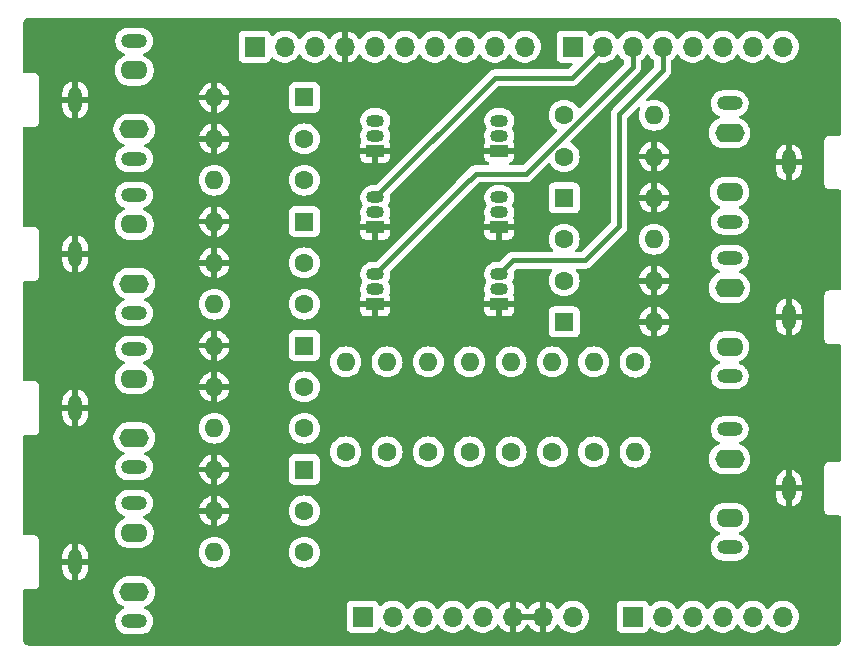
<source format=gbr>
%TF.GenerationSoftware,KiCad,Pcbnew,8.0.5*%
%TF.CreationDate,2024-10-10T19:48:49+01:00*%
%TF.ProjectId,ArduinoDrumTriggerMIDI,41726475-696e-46f4-9472-756d54726967,rev?*%
%TF.SameCoordinates,Original*%
%TF.FileFunction,Copper,L2,Bot*%
%TF.FilePolarity,Positive*%
%FSLAX46Y46*%
G04 Gerber Fmt 4.6, Leading zero omitted, Abs format (unit mm)*
G04 Created by KiCad (PCBNEW 8.0.5) date 2024-10-10 19:48:49*
%MOMM*%
%LPD*%
G01*
G04 APERTURE LIST*
%TA.AperFunction,ComponentPad*%
%ADD10C,1.600000*%
%TD*%
%TA.AperFunction,ComponentPad*%
%ADD11O,1.600000X1.600000*%
%TD*%
%TA.AperFunction,ComponentPad*%
%ADD12O,2.200000X1.200000*%
%TD*%
%TA.AperFunction,ComponentPad*%
%ADD13O,2.300000X1.600000*%
%TD*%
%TA.AperFunction,ComponentPad*%
%ADD14O,1.200000X2.200000*%
%TD*%
%TA.AperFunction,ComponentPad*%
%ADD15O,2.500000X1.600000*%
%TD*%
%TA.AperFunction,ComponentPad*%
%ADD16R,1.500000X1.050000*%
%TD*%
%TA.AperFunction,ComponentPad*%
%ADD17O,1.500000X1.050000*%
%TD*%
%TA.AperFunction,ComponentPad*%
%ADD18R,1.600000X1.600000*%
%TD*%
%TA.AperFunction,ComponentPad*%
%ADD19R,1.700000X1.700000*%
%TD*%
%TA.AperFunction,ComponentPad*%
%ADD20O,1.700000X1.700000*%
%TD*%
%TA.AperFunction,Conductor*%
%ADD21C,0.400000*%
%TD*%
G04 APERTURE END LIST*
D10*
%TO.P,R8,1*%
%TO.N,+5V*%
X147500000Y-83500000D03*
D11*
%TO.P,R8,2*%
%TO.N,Net-(J11-PadR)*%
X147500000Y-75880000D03*
%TD*%
D10*
%TO.P,R7,1*%
%TO.N,/MIDITX*%
X151000000Y-75900000D03*
D11*
%TO.P,R7,2*%
%TO.N,Net-(J11-PadT)*%
X151000000Y-83520000D03*
%TD*%
D12*
%TO.P,J11,R*%
%TO.N,Net-(J11-PadR)*%
X159000000Y-91600000D03*
D13*
%TO.P,J11,RN*%
%TO.N,unconnected-(J11-PadRN)*%
X159000000Y-89100000D03*
D14*
%TO.P,J11,S*%
%TO.N,GND*%
X164000000Y-86600000D03*
D12*
%TO.P,J11,T*%
%TO.N,Net-(J11-PadT)*%
X159000000Y-81600000D03*
D15*
%TO.P,J11,TN*%
%TO.N,unconnected-(J11-PadTN)*%
X159000000Y-84100000D03*
%TD*%
D11*
%TO.P,R21,2*%
%TO.N,/\u002A3*%
X144000000Y-75880000D03*
D10*
%TO.P,R21,1*%
%TO.N,+5V*%
X144000000Y-83500000D03*
%TD*%
%TO.P,R20,1*%
%TO.N,Net-(D6-K)*%
X145000000Y-69000000D03*
D11*
%TO.P,R20,2*%
%TO.N,GND*%
X152620000Y-69000000D03*
%TD*%
D10*
%TO.P,R19,1*%
%TO.N,Net-(D6-K)*%
X145000000Y-65500000D03*
D11*
%TO.P,R19,2*%
%TO.N,Net-(J9-PadT)*%
X152620000Y-65500000D03*
%TD*%
%TO.P,R18,2*%
%TO.N,/2*%
X140500000Y-75880000D03*
D10*
%TO.P,R18,1*%
%TO.N,+5V*%
X140500000Y-83500000D03*
%TD*%
%TO.P,R17,1*%
%TO.N,Net-(D5-K)*%
X145000000Y-58500000D03*
D11*
%TO.P,R17,2*%
%TO.N,GND*%
X152620000Y-58500000D03*
%TD*%
D10*
%TO.P,R16,1*%
%TO.N,Net-(D5-K)*%
X145000000Y-55000000D03*
D11*
%TO.P,R16,2*%
%TO.N,Net-(J10-PadT)*%
X152620000Y-55000000D03*
%TD*%
D10*
%TO.P,R15,1*%
%TO.N,+5V*%
X137000000Y-83500000D03*
D11*
%TO.P,R15,2*%
%TO.N,/4*%
X137000000Y-75880000D03*
%TD*%
D10*
%TO.P,R14,1*%
%TO.N,Net-(D4-K)*%
X123000000Y-88500000D03*
D11*
%TO.P,R14,2*%
%TO.N,GND*%
X115380000Y-88500000D03*
%TD*%
D10*
%TO.P,R13,1*%
%TO.N,Net-(D4-K)*%
X123000000Y-92000000D03*
D11*
%TO.P,R13,2*%
%TO.N,Net-(J8-PadT)*%
X115380000Y-92000000D03*
%TD*%
D10*
%TO.P,R12,1*%
%TO.N,+5V*%
X126500000Y-83500000D03*
D11*
%TO.P,R12,2*%
%TO.N,/\u002A5*%
X126500000Y-75880000D03*
%TD*%
D10*
%TO.P,R11,1*%
%TO.N,Net-(D3-K)*%
X123000000Y-78000000D03*
D11*
%TO.P,R11,2*%
%TO.N,GND*%
X115380000Y-78000000D03*
%TD*%
D10*
%TO.P,R10,1*%
%TO.N,Net-(D3-K)*%
X123000000Y-81500000D03*
D11*
%TO.P,R10,2*%
%TO.N,Net-(J7-PadT)*%
X115380000Y-81500000D03*
%TD*%
D10*
%TO.P,R6,1*%
%TO.N,+5V*%
X130000000Y-83500000D03*
D11*
%TO.P,R6,2*%
%TO.N,/\u002A6*%
X130000000Y-75880000D03*
%TD*%
D10*
%TO.P,R5,1*%
%TO.N,Net-(D2-K)*%
X123000000Y-67500000D03*
D11*
%TO.P,R5,2*%
%TO.N,GND*%
X115380000Y-67500000D03*
%TD*%
D10*
%TO.P,R4,1*%
%TO.N,Net-(D2-K)*%
X123000000Y-71000000D03*
D11*
%TO.P,R4,2*%
%TO.N,Net-(J6-PadT)*%
X115380000Y-71000000D03*
%TD*%
D10*
%TO.P,R3,1*%
%TO.N,+5V*%
X133500000Y-83500000D03*
D11*
%TO.P,R3,2*%
%TO.N,/7*%
X133500000Y-75880000D03*
%TD*%
D10*
%TO.P,R2,1*%
%TO.N,Net-(D1-K)*%
X123000000Y-57000000D03*
D11*
%TO.P,R2,2*%
%TO.N,GND*%
X115380000Y-57000000D03*
%TD*%
D10*
%TO.P,R1,1*%
%TO.N,Net-(D1-K)*%
X123000000Y-60500000D03*
D11*
%TO.P,R1,2*%
%TO.N,Net-(J5-PadT)*%
X115380000Y-60500000D03*
%TD*%
D16*
%TO.P,Q7,1,E*%
%TO.N,GND*%
X139500000Y-64500000D03*
D17*
%TO.P,Q7,2,B*%
%TO.N,Net-(D6-K)*%
X139500000Y-63230000D03*
%TO.P,Q7,3,C*%
%TO.N,/\u002A3*%
X139500000Y-61960000D03*
%TD*%
D16*
%TO.P,Q6,1,E*%
%TO.N,GND*%
X139500000Y-58000000D03*
D17*
%TO.P,Q6,2,B*%
%TO.N,Net-(D5-K)*%
X139500000Y-56730000D03*
%TO.P,Q6,3,C*%
%TO.N,/2*%
X139500000Y-55460000D03*
%TD*%
D16*
%TO.P,Q5,1,E*%
%TO.N,GND*%
X139500000Y-71000000D03*
D17*
%TO.P,Q5,2,B*%
%TO.N,Net-(D4-K)*%
X139500000Y-69730000D03*
%TO.P,Q5,3,C*%
%TO.N,/4*%
X139500000Y-68460000D03*
%TD*%
D16*
%TO.P,Q4,1,E*%
%TO.N,GND*%
X129000000Y-71000000D03*
D17*
%TO.P,Q4,2,B*%
%TO.N,Net-(D3-K)*%
X129000000Y-69730000D03*
%TO.P,Q4,3,C*%
%TO.N,/\u002A5*%
X129000000Y-68460000D03*
%TD*%
D16*
%TO.P,Q3,1,E*%
%TO.N,GND*%
X129000000Y-64500000D03*
D17*
%TO.P,Q3,2,B*%
%TO.N,Net-(D2-K)*%
X129000000Y-63230000D03*
%TO.P,Q3,3,C*%
%TO.N,/\u002A6*%
X129000000Y-61960000D03*
%TD*%
D16*
%TO.P,Q2,1,E*%
%TO.N,GND*%
X129000000Y-58000000D03*
D17*
%TO.P,Q2,2,B*%
%TO.N,Net-(D1-K)*%
X129000000Y-56730000D03*
%TO.P,Q2,3,C*%
%TO.N,/7*%
X129000000Y-55460000D03*
%TD*%
D18*
%TO.P,D6,1,K*%
%TO.N,Net-(D6-K)*%
X145000000Y-72500000D03*
D11*
%TO.P,D6,2,A*%
%TO.N,GND*%
X152620000Y-72500000D03*
%TD*%
D18*
%TO.P,D5,1,K*%
%TO.N,Net-(D5-K)*%
X145000000Y-62000000D03*
D11*
%TO.P,D5,2,A*%
%TO.N,GND*%
X152620000Y-62000000D03*
%TD*%
D18*
%TO.P,D4,1,K*%
%TO.N,Net-(D4-K)*%
X123000000Y-85000000D03*
D11*
%TO.P,D4,2,A*%
%TO.N,GND*%
X115380000Y-85000000D03*
%TD*%
D18*
%TO.P,D3,1,K*%
%TO.N,Net-(D3-K)*%
X123000000Y-74500000D03*
D11*
%TO.P,D3,2,A*%
%TO.N,GND*%
X115380000Y-74500000D03*
%TD*%
D18*
%TO.P,D2,1,K*%
%TO.N,Net-(D2-K)*%
X123000000Y-64000000D03*
D11*
%TO.P,D2,2,A*%
%TO.N,GND*%
X115380000Y-64000000D03*
%TD*%
D18*
%TO.P,D1,1,K*%
%TO.N,Net-(D1-K)*%
X123000000Y-53500000D03*
D11*
%TO.P,D1,2,A*%
%TO.N,GND*%
X115380000Y-53500000D03*
%TD*%
D19*
%TO.P,J1,1,Pin_1*%
%TO.N,unconnected-(J1-Pin_1-Pad1)*%
X127940000Y-97460000D03*
D20*
%TO.P,J1,2,Pin_2*%
%TO.N,/IOREF*%
X130480000Y-97460000D03*
%TO.P,J1,3,Pin_3*%
%TO.N,/~{RESET}*%
X133020000Y-97460000D03*
%TO.P,J1,4,Pin_4*%
%TO.N,+3V3*%
X135560000Y-97460000D03*
%TO.P,J1,5,Pin_5*%
%TO.N,+5V*%
X138100000Y-97460000D03*
%TO.P,J1,6,Pin_6*%
%TO.N,GND*%
X140640000Y-97460000D03*
%TO.P,J1,7,Pin_7*%
X143180000Y-97460000D03*
%TO.P,J1,8,Pin_8*%
%TO.N,VCC*%
X145720000Y-97460000D03*
%TD*%
D19*
%TO.P,J3,1,Pin_1*%
%TO.N,/A0*%
X150800000Y-97460000D03*
D20*
%TO.P,J3,2,Pin_2*%
%TO.N,/A1*%
X153340000Y-97460000D03*
%TO.P,J3,3,Pin_3*%
%TO.N,/A2*%
X155880000Y-97460000D03*
%TO.P,J3,4,Pin_4*%
%TO.N,/A3*%
X158420000Y-97460000D03*
%TO.P,J3,5,Pin_5*%
%TO.N,/SDA{slash}A4*%
X160960000Y-97460000D03*
%TO.P,J3,6,Pin_6*%
%TO.N,/SCL{slash}A5*%
X163500000Y-97460000D03*
%TD*%
D19*
%TO.P,J2,1,Pin_1*%
%TO.N,/SCL{slash}A5*%
X118796000Y-49200000D03*
D20*
%TO.P,J2,2,Pin_2*%
%TO.N,/SDA{slash}A4*%
X121336000Y-49200000D03*
%TO.P,J2,3,Pin_3*%
%TO.N,/AREF*%
X123876000Y-49200000D03*
%TO.P,J2,4,Pin_4*%
%TO.N,GND*%
X126416000Y-49200000D03*
%TO.P,J2,5,Pin_5*%
%TO.N,/13*%
X128956000Y-49200000D03*
%TO.P,J2,6,Pin_6*%
%TO.N,/12*%
X131496000Y-49200000D03*
%TO.P,J2,7,Pin_7*%
%TO.N,/\u002A11*%
X134036000Y-49200000D03*
%TO.P,J2,8,Pin_8*%
%TO.N,/\u002A10*%
X136576000Y-49200000D03*
%TO.P,J2,9,Pin_9*%
%TO.N,/\u002A9*%
X139116000Y-49200000D03*
%TO.P,J2,10,Pin_10*%
%TO.N,/8*%
X141656000Y-49200000D03*
%TD*%
D19*
%TO.P,J4,1,Pin_1*%
%TO.N,/7*%
X145720000Y-49200000D03*
D20*
%TO.P,J4,2,Pin_2*%
%TO.N,/\u002A6*%
X148260000Y-49200000D03*
%TO.P,J4,3,Pin_3*%
%TO.N,/\u002A5*%
X150800000Y-49200000D03*
%TO.P,J4,4,Pin_4*%
%TO.N,/4*%
X153340000Y-49200000D03*
%TO.P,J4,5,Pin_5*%
%TO.N,/\u002A3*%
X155880000Y-49200000D03*
%TO.P,J4,6,Pin_6*%
%TO.N,/2*%
X158420000Y-49200000D03*
%TO.P,J4,7,Pin_7*%
%TO.N,/MIDITX*%
X160960000Y-49200000D03*
%TO.P,J4,8,Pin_8*%
%TO.N,/RX{slash}0*%
X163500000Y-49200000D03*
%TD*%
D12*
%TO.P,J10,R*%
%TO.N,unconnected-(J10-PadR)*%
X159000000Y-64000000D03*
D13*
%TO.P,J10,RN*%
%TO.N,unconnected-(J10-PadRN)*%
X159000000Y-61500000D03*
D14*
%TO.P,J10,S*%
%TO.N,GND*%
X164000000Y-59000000D03*
D12*
%TO.P,J10,T*%
%TO.N,Net-(J10-PadT)*%
X159000000Y-54000000D03*
D15*
%TO.P,J10,TN*%
%TO.N,unconnected-(J10-PadTN)*%
X159000000Y-56500000D03*
%TD*%
D12*
%TO.P,J8,R*%
%TO.N,unconnected-(J8-PadR)*%
X108600000Y-87850000D03*
D13*
%TO.P,J8,RN*%
%TO.N,unconnected-(J8-PadRN)*%
X108600000Y-90350000D03*
D14*
%TO.P,J8,S*%
%TO.N,GND*%
X103600000Y-92850000D03*
D12*
%TO.P,J8,T*%
%TO.N,Net-(J8-PadT)*%
X108600000Y-97850000D03*
D15*
%TO.P,J8,TN*%
%TO.N,unconnected-(J8-PadTN)*%
X108600000Y-95350000D03*
%TD*%
D12*
%TO.P,J9,R*%
%TO.N,unconnected-(J9-PadR)*%
X159000000Y-77100000D03*
D13*
%TO.P,J9,RN*%
%TO.N,unconnected-(J9-PadRN)*%
X159000000Y-74600000D03*
D14*
%TO.P,J9,S*%
%TO.N,GND*%
X164000000Y-72100000D03*
D12*
%TO.P,J9,T*%
%TO.N,Net-(J9-PadT)*%
X159000000Y-67100000D03*
D15*
%TO.P,J9,TN*%
%TO.N,unconnected-(J9-PadTN)*%
X159000000Y-69600000D03*
%TD*%
D12*
%TO.P,J6,R*%
%TO.N,unconnected-(J6-PadR)*%
X108600000Y-61750000D03*
D13*
%TO.P,J6,RN*%
%TO.N,unconnected-(J6-PadRN)*%
X108600000Y-64250000D03*
D14*
%TO.P,J6,S*%
%TO.N,GND*%
X103600000Y-66750000D03*
D12*
%TO.P,J6,T*%
%TO.N,Net-(J6-PadT)*%
X108600000Y-71750000D03*
D15*
%TO.P,J6,TN*%
%TO.N,unconnected-(J6-PadTN)*%
X108600000Y-69250000D03*
%TD*%
D12*
%TO.P,J5,R*%
%TO.N,unconnected-(J5-PadR)*%
X108600000Y-48700000D03*
D13*
%TO.P,J5,RN*%
%TO.N,unconnected-(J5-PadRN)*%
X108600000Y-51200000D03*
D14*
%TO.P,J5,S*%
%TO.N,GND*%
X103600000Y-53700000D03*
D12*
%TO.P,J5,T*%
%TO.N,Net-(J5-PadT)*%
X108600000Y-58700000D03*
D15*
%TO.P,J5,TN*%
%TO.N,unconnected-(J5-PadTN)*%
X108600000Y-56200000D03*
%TD*%
D12*
%TO.P,J7,R*%
%TO.N,unconnected-(J7-PadR)*%
X108600000Y-74800000D03*
D13*
%TO.P,J7,RN*%
%TO.N,unconnected-(J7-PadRN)*%
X108600000Y-77300000D03*
D14*
%TO.P,J7,S*%
%TO.N,GND*%
X103600000Y-79800000D03*
D12*
%TO.P,J7,T*%
%TO.N,Net-(J7-PadT)*%
X108600000Y-84800000D03*
D15*
%TO.P,J7,TN*%
%TO.N,unconnected-(J7-PadTN)*%
X108600000Y-82300000D03*
%TD*%
D21*
%TO.N,/\u002A6*%
X139140000Y-51820000D02*
X129000000Y-61960000D01*
X145640000Y-51820000D02*
X139140000Y-51820000D01*
X148260000Y-49200000D02*
X145640000Y-51820000D01*
%TO.N,/4*%
X139500000Y-68430000D02*
X139500000Y-68460000D01*
X140640000Y-67290000D02*
X139500000Y-68430000D01*
X146740000Y-67290000D02*
X140640000Y-67290000D01*
X149650000Y-54890000D02*
X149650000Y-64380000D01*
X153340000Y-51200000D02*
X149650000Y-54890000D01*
X153340000Y-49200000D02*
X153340000Y-51200000D01*
X149650000Y-64380000D02*
X146740000Y-67290000D01*
%TO.N,/\u002A5*%
X137491472Y-59948528D02*
X141748528Y-59948528D01*
X150800000Y-50897057D02*
X141748528Y-59948528D01*
X136425000Y-61015000D02*
X137491472Y-59948528D01*
X136425000Y-61035000D02*
X136425000Y-61015000D01*
X136425000Y-61035000D02*
X129000000Y-68460000D01*
X150800000Y-49200000D02*
X150800000Y-50897057D01*
%TD*%
%TA.AperFunction,Conductor*%
%TO.N,GND*%
G36*
X142714075Y-97267007D02*
G01*
X142680000Y-97394174D01*
X142680000Y-97525826D01*
X142714075Y-97652993D01*
X142746988Y-97710000D01*
X141073012Y-97710000D01*
X141105925Y-97652993D01*
X141140000Y-97525826D01*
X141140000Y-97394174D01*
X141105925Y-97267007D01*
X141073012Y-97210000D01*
X142746988Y-97210000D01*
X142714075Y-97267007D01*
G37*
%TD.AperFunction*%
%TA.AperFunction,Conductor*%
G36*
X167868783Y-46736928D02*
G01*
X167878770Y-46736493D01*
X167878771Y-46736494D01*
X167896328Y-46735731D01*
X167910221Y-46735906D01*
X168001051Y-46742161D01*
X168028360Y-46747157D01*
X168108810Y-46771440D01*
X168134324Y-46782389D01*
X168200853Y-46820263D01*
X168207321Y-46823946D01*
X168207355Y-46823965D01*
X168229789Y-46840312D01*
X168291744Y-46897105D01*
X168309975Y-46918033D01*
X168357736Y-46987183D01*
X168370854Y-47011643D01*
X168402028Y-47089681D01*
X168402029Y-47089683D01*
X168409377Y-47116458D01*
X168417690Y-47169431D01*
X168420130Y-47184982D01*
X168423001Y-47203273D01*
X168424500Y-47222497D01*
X168424500Y-56600500D01*
X168404815Y-56667539D01*
X168352011Y-56713294D01*
X168300500Y-56724500D01*
X167524531Y-56724500D01*
X167500000Y-56724500D01*
X167437399Y-56724500D01*
X167356775Y-56746103D01*
X167316463Y-56756905D01*
X167208037Y-56819504D01*
X167208034Y-56819506D01*
X167119506Y-56908034D01*
X167119504Y-56908037D01*
X167056905Y-57016463D01*
X167052886Y-57031461D01*
X167024500Y-57137399D01*
X167024500Y-57184982D01*
X167024500Y-60775469D01*
X167024500Y-60800000D01*
X167024500Y-60862601D01*
X167056905Y-60983536D01*
X167119505Y-61091964D01*
X167208036Y-61180495D01*
X167316464Y-61243095D01*
X167437399Y-61275500D01*
X167484982Y-61275500D01*
X168300500Y-61275500D01*
X168367539Y-61295185D01*
X168413294Y-61347989D01*
X168424500Y-61399500D01*
X168424500Y-69700500D01*
X168404815Y-69767539D01*
X168352011Y-69813294D01*
X168300500Y-69824500D01*
X167524531Y-69824500D01*
X167500000Y-69824500D01*
X167437399Y-69824500D01*
X167363506Y-69844300D01*
X167316463Y-69856905D01*
X167208037Y-69919504D01*
X167208034Y-69919506D01*
X167119506Y-70008034D01*
X167119504Y-70008037D01*
X167056905Y-70116463D01*
X167041436Y-70174194D01*
X167024500Y-70237399D01*
X167024500Y-70284982D01*
X167024500Y-73875469D01*
X167024500Y-73900000D01*
X167024500Y-73962601D01*
X167056905Y-74083536D01*
X167119505Y-74191964D01*
X167208036Y-74280495D01*
X167316464Y-74343095D01*
X167437399Y-74375500D01*
X167484982Y-74375500D01*
X168300500Y-74375500D01*
X168367539Y-74395185D01*
X168413294Y-74447989D01*
X168424500Y-74499500D01*
X168424500Y-84200500D01*
X168404815Y-84267539D01*
X168352011Y-84313294D01*
X168300500Y-84324500D01*
X167524531Y-84324500D01*
X167500000Y-84324500D01*
X167437399Y-84324500D01*
X167363506Y-84344300D01*
X167316463Y-84356905D01*
X167208037Y-84419504D01*
X167208034Y-84419506D01*
X167119506Y-84508034D01*
X167119504Y-84508037D01*
X167056905Y-84616463D01*
X167056905Y-84616464D01*
X167024500Y-84737399D01*
X167024500Y-84784982D01*
X167024500Y-88375469D01*
X167024500Y-88400000D01*
X167024500Y-88462601D01*
X167056905Y-88583536D01*
X167119505Y-88691964D01*
X167208036Y-88780495D01*
X167316464Y-88843095D01*
X167437399Y-88875500D01*
X167484982Y-88875500D01*
X168300500Y-88875500D01*
X168367539Y-88895185D01*
X168413294Y-88947989D01*
X168424500Y-88999500D01*
X168424500Y-99393039D01*
X168423720Y-99406923D01*
X168412914Y-99502828D01*
X168406735Y-99529899D01*
X168377173Y-99614382D01*
X168365126Y-99639399D01*
X168317502Y-99715192D01*
X168300189Y-99736901D01*
X168236901Y-99800189D01*
X168215192Y-99817502D01*
X168139399Y-99865126D01*
X168114382Y-99877173D01*
X168029899Y-99906735D01*
X168002828Y-99912914D01*
X167938670Y-99920143D01*
X167906921Y-99923720D01*
X167893040Y-99924500D01*
X99834577Y-99924500D01*
X99817641Y-99922480D01*
X99796115Y-99924135D01*
X99786612Y-99924500D01*
X99784426Y-99924500D01*
X99780027Y-99924422D01*
X99771942Y-99924135D01*
X99673445Y-99920638D01*
X99645982Y-99916552D01*
X99548249Y-99890566D01*
X99522383Y-99880472D01*
X99432884Y-99833392D01*
X99409913Y-99817796D01*
X99333128Y-99751977D01*
X99314201Y-99731659D01*
X99253989Y-99650406D01*
X99240059Y-99626386D01*
X99199438Y-99533775D01*
X99191203Y-99507261D01*
X99174180Y-99418255D01*
X99174357Y-99370756D01*
X99175498Y-99365022D01*
X99175500Y-99365018D01*
X99175500Y-99361410D01*
X99176308Y-99347276D01*
X99176316Y-99347201D01*
X99176720Y-99343685D01*
X99176718Y-99343680D01*
X99175918Y-99333943D01*
X99175500Y-99323770D01*
X99175500Y-95249500D01*
X99176229Y-95247019D01*
X106841500Y-95247019D01*
X106841500Y-95452980D01*
X106873719Y-95656408D01*
X106937367Y-95852294D01*
X107030873Y-96035806D01*
X107151926Y-96202423D01*
X107151930Y-96202428D01*
X107297571Y-96348069D01*
X107297576Y-96348073D01*
X107399172Y-96421886D01*
X107464197Y-96469129D01*
X107647710Y-96562634D01*
X107698362Y-96579092D01*
X107756036Y-96618528D01*
X107783235Y-96682887D01*
X107771321Y-96751733D01*
X107724077Y-96803209D01*
X107698363Y-96814952D01*
X107674491Y-96822708D01*
X107674483Y-96822711D01*
X107519015Y-96901928D01*
X107377867Y-97004477D01*
X107377862Y-97004481D01*
X107254481Y-97127862D01*
X107254477Y-97127867D01*
X107151928Y-97269015D01*
X107072711Y-97424483D01*
X107072710Y-97424486D01*
X107018795Y-97590424D01*
X106991500Y-97762759D01*
X106991500Y-97937240D01*
X107018795Y-98109575D01*
X107072710Y-98275513D01*
X107072711Y-98275516D01*
X107115065Y-98358638D01*
X107145925Y-98419204D01*
X107151928Y-98430984D01*
X107254477Y-98572132D01*
X107254481Y-98572137D01*
X107377862Y-98695518D01*
X107377867Y-98695522D01*
X107467838Y-98760889D01*
X107519019Y-98798074D01*
X107620646Y-98849856D01*
X107674483Y-98877288D01*
X107674486Y-98877289D01*
X107757455Y-98904246D01*
X107840426Y-98931205D01*
X108012759Y-98958500D01*
X108012760Y-98958500D01*
X109187240Y-98958500D01*
X109187241Y-98958500D01*
X109359574Y-98931205D01*
X109525516Y-98877288D01*
X109680981Y-98798074D01*
X109822139Y-98695517D01*
X109945517Y-98572139D01*
X110048074Y-98430981D01*
X110127288Y-98275516D01*
X110181205Y-98109574D01*
X110208500Y-97937241D01*
X110208500Y-97762759D01*
X110181205Y-97590426D01*
X110127288Y-97424484D01*
X110127288Y-97424483D01*
X110099856Y-97370646D01*
X110048074Y-97269019D01*
X110023814Y-97235628D01*
X109945522Y-97127867D01*
X109945518Y-97127862D01*
X109822137Y-97004481D01*
X109822132Y-97004477D01*
X109680984Y-96901928D01*
X109680983Y-96901927D01*
X109680981Y-96901926D01*
X109525516Y-96822712D01*
X109525504Y-96822708D01*
X109501637Y-96814953D01*
X109443962Y-96775515D01*
X109416764Y-96711156D01*
X109428679Y-96642310D01*
X109475923Y-96590834D01*
X109501634Y-96579092D01*
X109552290Y-96562634D01*
X109554820Y-96561345D01*
X126581500Y-96561345D01*
X126581500Y-98358654D01*
X126588011Y-98419202D01*
X126588011Y-98419204D01*
X126639111Y-98556204D01*
X126726739Y-98673261D01*
X126843796Y-98760889D01*
X126980799Y-98811989D01*
X127008050Y-98814918D01*
X127041345Y-98818499D01*
X127041362Y-98818500D01*
X128838638Y-98818500D01*
X128838654Y-98818499D01*
X128865692Y-98815591D01*
X128899201Y-98811989D01*
X129036204Y-98760889D01*
X129153261Y-98673261D01*
X129240889Y-98556204D01*
X129286138Y-98434887D01*
X129328009Y-98378956D01*
X129393474Y-98354539D01*
X129461746Y-98369391D01*
X129493545Y-98394236D01*
X129556760Y-98462906D01*
X129734424Y-98601189D01*
X129734425Y-98601189D01*
X129734427Y-98601191D01*
X129794314Y-98633600D01*
X129932426Y-98708342D01*
X130145365Y-98781444D01*
X130367431Y-98818500D01*
X130592569Y-98818500D01*
X130814635Y-98781444D01*
X131027574Y-98708342D01*
X131225576Y-98601189D01*
X131403240Y-98462906D01*
X131524594Y-98331082D01*
X131555715Y-98297276D01*
X131555715Y-98297275D01*
X131555722Y-98297268D01*
X131646193Y-98158790D01*
X131699338Y-98113437D01*
X131768569Y-98104013D01*
X131831905Y-98133515D01*
X131853804Y-98158787D01*
X131944278Y-98297268D01*
X131944283Y-98297273D01*
X131944284Y-98297276D01*
X132067373Y-98430984D01*
X132096760Y-98462906D01*
X132274424Y-98601189D01*
X132274425Y-98601189D01*
X132274427Y-98601191D01*
X132334314Y-98633600D01*
X132472426Y-98708342D01*
X132685365Y-98781444D01*
X132907431Y-98818500D01*
X133132569Y-98818500D01*
X133354635Y-98781444D01*
X133567574Y-98708342D01*
X133765576Y-98601189D01*
X133943240Y-98462906D01*
X134064594Y-98331082D01*
X134095715Y-98297276D01*
X134095715Y-98297275D01*
X134095722Y-98297268D01*
X134186193Y-98158790D01*
X134239338Y-98113437D01*
X134308569Y-98104013D01*
X134371905Y-98133515D01*
X134393804Y-98158787D01*
X134484278Y-98297268D01*
X134484283Y-98297273D01*
X134484284Y-98297276D01*
X134607373Y-98430984D01*
X134636760Y-98462906D01*
X134814424Y-98601189D01*
X134814425Y-98601189D01*
X134814427Y-98601191D01*
X134874314Y-98633600D01*
X135012426Y-98708342D01*
X135225365Y-98781444D01*
X135447431Y-98818500D01*
X135672569Y-98818500D01*
X135894635Y-98781444D01*
X136107574Y-98708342D01*
X136305576Y-98601189D01*
X136483240Y-98462906D01*
X136604594Y-98331082D01*
X136635715Y-98297276D01*
X136635715Y-98297275D01*
X136635722Y-98297268D01*
X136726193Y-98158790D01*
X136779338Y-98113437D01*
X136848569Y-98104013D01*
X136911905Y-98133515D01*
X136933804Y-98158787D01*
X137024278Y-98297268D01*
X137024283Y-98297273D01*
X137024284Y-98297276D01*
X137147373Y-98430984D01*
X137176760Y-98462906D01*
X137354424Y-98601189D01*
X137354425Y-98601189D01*
X137354427Y-98601191D01*
X137414314Y-98633600D01*
X137552426Y-98708342D01*
X137765365Y-98781444D01*
X137987431Y-98818500D01*
X138212569Y-98818500D01*
X138434635Y-98781444D01*
X138647574Y-98708342D01*
X138845576Y-98601189D01*
X139023240Y-98462906D01*
X139144594Y-98331082D01*
X139175715Y-98297276D01*
X139175715Y-98297275D01*
X139175722Y-98297268D01*
X139269749Y-98153347D01*
X139322894Y-98107994D01*
X139392125Y-98098570D01*
X139455461Y-98128072D01*
X139475130Y-98150048D01*
X139601890Y-98331078D01*
X139768917Y-98498105D01*
X139962421Y-98633600D01*
X140176507Y-98733429D01*
X140176516Y-98733433D01*
X140390000Y-98790634D01*
X140390000Y-97893012D01*
X140447007Y-97925925D01*
X140574174Y-97960000D01*
X140705826Y-97960000D01*
X140832993Y-97925925D01*
X140890000Y-97893012D01*
X140890000Y-98790633D01*
X141103483Y-98733433D01*
X141103492Y-98733429D01*
X141317578Y-98633600D01*
X141511082Y-98498105D01*
X141678105Y-98331082D01*
X141808425Y-98144968D01*
X141863002Y-98101344D01*
X141932501Y-98094151D01*
X141994855Y-98125673D01*
X142011575Y-98144968D01*
X142141894Y-98331082D01*
X142308917Y-98498105D01*
X142502421Y-98633600D01*
X142716507Y-98733429D01*
X142716516Y-98733433D01*
X142930000Y-98790634D01*
X142930000Y-97893012D01*
X142987007Y-97925925D01*
X143114174Y-97960000D01*
X143245826Y-97960000D01*
X143372993Y-97925925D01*
X143430000Y-97893012D01*
X143430000Y-98790633D01*
X143643483Y-98733433D01*
X143643492Y-98733429D01*
X143857578Y-98633600D01*
X144051082Y-98498105D01*
X144218105Y-98331082D01*
X144344868Y-98150048D01*
X144399445Y-98106423D01*
X144468944Y-98099231D01*
X144531298Y-98130753D01*
X144550251Y-98153350D01*
X144644276Y-98297265D01*
X144644284Y-98297276D01*
X144767373Y-98430984D01*
X144796760Y-98462906D01*
X144974424Y-98601189D01*
X144974425Y-98601189D01*
X144974427Y-98601191D01*
X145034314Y-98633600D01*
X145172426Y-98708342D01*
X145385365Y-98781444D01*
X145607431Y-98818500D01*
X145832569Y-98818500D01*
X146054635Y-98781444D01*
X146267574Y-98708342D01*
X146465576Y-98601189D01*
X146643240Y-98462906D01*
X146764594Y-98331082D01*
X146795715Y-98297276D01*
X146795717Y-98297273D01*
X146795722Y-98297268D01*
X146918860Y-98108791D01*
X147009296Y-97902616D01*
X147064564Y-97684368D01*
X147067164Y-97652993D01*
X147083156Y-97460005D01*
X147083156Y-97459994D01*
X147064565Y-97235640D01*
X147064563Y-97235628D01*
X147009296Y-97017385D01*
X147003634Y-97004477D01*
X146918860Y-96811209D01*
X146913633Y-96803209D01*
X146795723Y-96622734D01*
X146795715Y-96622723D01*
X146739212Y-96561345D01*
X149441500Y-96561345D01*
X149441500Y-98358654D01*
X149448011Y-98419202D01*
X149448011Y-98419204D01*
X149499111Y-98556204D01*
X149586739Y-98673261D01*
X149703796Y-98760889D01*
X149840799Y-98811989D01*
X149868050Y-98814918D01*
X149901345Y-98818499D01*
X149901362Y-98818500D01*
X151698638Y-98818500D01*
X151698654Y-98818499D01*
X151725692Y-98815591D01*
X151759201Y-98811989D01*
X151896204Y-98760889D01*
X152013261Y-98673261D01*
X152100889Y-98556204D01*
X152146138Y-98434887D01*
X152188009Y-98378956D01*
X152253474Y-98354539D01*
X152321746Y-98369391D01*
X152353545Y-98394236D01*
X152416760Y-98462906D01*
X152594424Y-98601189D01*
X152594425Y-98601189D01*
X152594427Y-98601191D01*
X152654314Y-98633600D01*
X152792426Y-98708342D01*
X153005365Y-98781444D01*
X153227431Y-98818500D01*
X153452569Y-98818500D01*
X153674635Y-98781444D01*
X153887574Y-98708342D01*
X154085576Y-98601189D01*
X154263240Y-98462906D01*
X154384594Y-98331082D01*
X154415715Y-98297276D01*
X154415715Y-98297275D01*
X154415722Y-98297268D01*
X154506193Y-98158790D01*
X154559338Y-98113437D01*
X154628569Y-98104013D01*
X154691905Y-98133515D01*
X154713804Y-98158787D01*
X154804278Y-98297268D01*
X154804283Y-98297273D01*
X154804284Y-98297276D01*
X154927373Y-98430984D01*
X154956760Y-98462906D01*
X155134424Y-98601189D01*
X155134425Y-98601189D01*
X155134427Y-98601191D01*
X155194314Y-98633600D01*
X155332426Y-98708342D01*
X155545365Y-98781444D01*
X155767431Y-98818500D01*
X155992569Y-98818500D01*
X156214635Y-98781444D01*
X156427574Y-98708342D01*
X156625576Y-98601189D01*
X156803240Y-98462906D01*
X156924594Y-98331082D01*
X156955715Y-98297276D01*
X156955715Y-98297275D01*
X156955722Y-98297268D01*
X157046193Y-98158790D01*
X157099338Y-98113437D01*
X157168569Y-98104013D01*
X157231905Y-98133515D01*
X157253804Y-98158787D01*
X157344278Y-98297268D01*
X157344283Y-98297273D01*
X157344284Y-98297276D01*
X157467373Y-98430984D01*
X157496760Y-98462906D01*
X157674424Y-98601189D01*
X157674425Y-98601189D01*
X157674427Y-98601191D01*
X157734314Y-98633600D01*
X157872426Y-98708342D01*
X158085365Y-98781444D01*
X158307431Y-98818500D01*
X158532569Y-98818500D01*
X158754635Y-98781444D01*
X158967574Y-98708342D01*
X159165576Y-98601189D01*
X159343240Y-98462906D01*
X159464594Y-98331082D01*
X159495715Y-98297276D01*
X159495715Y-98297275D01*
X159495722Y-98297268D01*
X159586193Y-98158790D01*
X159639338Y-98113437D01*
X159708569Y-98104013D01*
X159771905Y-98133515D01*
X159793804Y-98158787D01*
X159884278Y-98297268D01*
X159884283Y-98297273D01*
X159884284Y-98297276D01*
X160007373Y-98430984D01*
X160036760Y-98462906D01*
X160214424Y-98601189D01*
X160214425Y-98601189D01*
X160214427Y-98601191D01*
X160274314Y-98633600D01*
X160412426Y-98708342D01*
X160625365Y-98781444D01*
X160847431Y-98818500D01*
X161072569Y-98818500D01*
X161294635Y-98781444D01*
X161507574Y-98708342D01*
X161705576Y-98601189D01*
X161883240Y-98462906D01*
X162004594Y-98331082D01*
X162035715Y-98297276D01*
X162035715Y-98297275D01*
X162035722Y-98297268D01*
X162126193Y-98158790D01*
X162179338Y-98113437D01*
X162248569Y-98104013D01*
X162311905Y-98133515D01*
X162333804Y-98158787D01*
X162424278Y-98297268D01*
X162424283Y-98297273D01*
X162424284Y-98297276D01*
X162547373Y-98430984D01*
X162576760Y-98462906D01*
X162754424Y-98601189D01*
X162754425Y-98601189D01*
X162754427Y-98601191D01*
X162814314Y-98633600D01*
X162952426Y-98708342D01*
X163165365Y-98781444D01*
X163387431Y-98818500D01*
X163612569Y-98818500D01*
X163834635Y-98781444D01*
X164047574Y-98708342D01*
X164245576Y-98601189D01*
X164423240Y-98462906D01*
X164544594Y-98331082D01*
X164575715Y-98297276D01*
X164575717Y-98297273D01*
X164575722Y-98297268D01*
X164698860Y-98108791D01*
X164789296Y-97902616D01*
X164844564Y-97684368D01*
X164847164Y-97652993D01*
X164863156Y-97460005D01*
X164863156Y-97459994D01*
X164844565Y-97235640D01*
X164844563Y-97235628D01*
X164789296Y-97017385D01*
X164783634Y-97004477D01*
X164698860Y-96811209D01*
X164693633Y-96803209D01*
X164575723Y-96622734D01*
X164575715Y-96622723D01*
X164423243Y-96457097D01*
X164423238Y-96457092D01*
X164245577Y-96318812D01*
X164245572Y-96318808D01*
X164047580Y-96211661D01*
X164047577Y-96211659D01*
X164047574Y-96211658D01*
X164047571Y-96211657D01*
X164047569Y-96211656D01*
X163834637Y-96138556D01*
X163612569Y-96101500D01*
X163387431Y-96101500D01*
X163165362Y-96138556D01*
X162952430Y-96211656D01*
X162952419Y-96211661D01*
X162754427Y-96318808D01*
X162754422Y-96318812D01*
X162576761Y-96457092D01*
X162576756Y-96457097D01*
X162424284Y-96622723D01*
X162424276Y-96622734D01*
X162333808Y-96761206D01*
X162280662Y-96806562D01*
X162211431Y-96815986D01*
X162148095Y-96786484D01*
X162126192Y-96761206D01*
X162035723Y-96622734D01*
X162035715Y-96622723D01*
X161883243Y-96457097D01*
X161883238Y-96457092D01*
X161705577Y-96318812D01*
X161705572Y-96318808D01*
X161507580Y-96211661D01*
X161507577Y-96211659D01*
X161507574Y-96211658D01*
X161507571Y-96211657D01*
X161507569Y-96211656D01*
X161294637Y-96138556D01*
X161072569Y-96101500D01*
X160847431Y-96101500D01*
X160625362Y-96138556D01*
X160412430Y-96211656D01*
X160412419Y-96211661D01*
X160214427Y-96318808D01*
X160214422Y-96318812D01*
X160036761Y-96457092D01*
X160036756Y-96457097D01*
X159884284Y-96622723D01*
X159884276Y-96622734D01*
X159793808Y-96761206D01*
X159740662Y-96806562D01*
X159671431Y-96815986D01*
X159608095Y-96786484D01*
X159586192Y-96761206D01*
X159495723Y-96622734D01*
X159495715Y-96622723D01*
X159343243Y-96457097D01*
X159343238Y-96457092D01*
X159165577Y-96318812D01*
X159165572Y-96318808D01*
X158967580Y-96211661D01*
X158967577Y-96211659D01*
X158967574Y-96211658D01*
X158967571Y-96211657D01*
X158967569Y-96211656D01*
X158754637Y-96138556D01*
X158532569Y-96101500D01*
X158307431Y-96101500D01*
X158085362Y-96138556D01*
X157872430Y-96211656D01*
X157872419Y-96211661D01*
X157674427Y-96318808D01*
X157674422Y-96318812D01*
X157496761Y-96457092D01*
X157496756Y-96457097D01*
X157344284Y-96622723D01*
X157344276Y-96622734D01*
X157253808Y-96761206D01*
X157200662Y-96806562D01*
X157131431Y-96815986D01*
X157068095Y-96786484D01*
X157046192Y-96761206D01*
X156955723Y-96622734D01*
X156955715Y-96622723D01*
X156803243Y-96457097D01*
X156803238Y-96457092D01*
X156625577Y-96318812D01*
X156625572Y-96318808D01*
X156427580Y-96211661D01*
X156427577Y-96211659D01*
X156427574Y-96211658D01*
X156427571Y-96211657D01*
X156427569Y-96211656D01*
X156214637Y-96138556D01*
X155992569Y-96101500D01*
X155767431Y-96101500D01*
X155545362Y-96138556D01*
X155332430Y-96211656D01*
X155332419Y-96211661D01*
X155134427Y-96318808D01*
X155134422Y-96318812D01*
X154956761Y-96457092D01*
X154956756Y-96457097D01*
X154804284Y-96622723D01*
X154804276Y-96622734D01*
X154713808Y-96761206D01*
X154660662Y-96806562D01*
X154591431Y-96815986D01*
X154528095Y-96786484D01*
X154506192Y-96761206D01*
X154415723Y-96622734D01*
X154415715Y-96622723D01*
X154263243Y-96457097D01*
X154263238Y-96457092D01*
X154085577Y-96318812D01*
X154085572Y-96318808D01*
X153887580Y-96211661D01*
X153887577Y-96211659D01*
X153887574Y-96211658D01*
X153887571Y-96211657D01*
X153887569Y-96211656D01*
X153674637Y-96138556D01*
X153452569Y-96101500D01*
X153227431Y-96101500D01*
X153005362Y-96138556D01*
X152792430Y-96211656D01*
X152792419Y-96211661D01*
X152594427Y-96318808D01*
X152594422Y-96318812D01*
X152416761Y-96457092D01*
X152353548Y-96525760D01*
X152293661Y-96561750D01*
X152223823Y-96559649D01*
X152166207Y-96520124D01*
X152146138Y-96485110D01*
X152100889Y-96363796D01*
X152067214Y-96318812D01*
X152013261Y-96246739D01*
X151896204Y-96159111D01*
X151759203Y-96108011D01*
X151698654Y-96101500D01*
X151698638Y-96101500D01*
X149901362Y-96101500D01*
X149901345Y-96101500D01*
X149840797Y-96108011D01*
X149840795Y-96108011D01*
X149703795Y-96159111D01*
X149586739Y-96246739D01*
X149499111Y-96363795D01*
X149448011Y-96500795D01*
X149448011Y-96500797D01*
X149441500Y-96561345D01*
X146739212Y-96561345D01*
X146643243Y-96457097D01*
X146643238Y-96457092D01*
X146465577Y-96318812D01*
X146465572Y-96318808D01*
X146267580Y-96211661D01*
X146267577Y-96211659D01*
X146267574Y-96211658D01*
X146267571Y-96211657D01*
X146267569Y-96211656D01*
X146054637Y-96138556D01*
X145832569Y-96101500D01*
X145607431Y-96101500D01*
X145385362Y-96138556D01*
X145172430Y-96211656D01*
X145172419Y-96211661D01*
X144974427Y-96318808D01*
X144974422Y-96318812D01*
X144796761Y-96457092D01*
X144796756Y-96457097D01*
X144644284Y-96622723D01*
X144644276Y-96622734D01*
X144550251Y-96766650D01*
X144497105Y-96812007D01*
X144427873Y-96821430D01*
X144364538Y-96791928D01*
X144344868Y-96769951D01*
X144218113Y-96588926D01*
X144218108Y-96588920D01*
X144051082Y-96421894D01*
X143857578Y-96286399D01*
X143643492Y-96186570D01*
X143643486Y-96186567D01*
X143430000Y-96129364D01*
X143430000Y-97026988D01*
X143372993Y-96994075D01*
X143245826Y-96960000D01*
X143114174Y-96960000D01*
X142987007Y-96994075D01*
X142930000Y-97026988D01*
X142930000Y-96129364D01*
X142929999Y-96129364D01*
X142716513Y-96186567D01*
X142716507Y-96186570D01*
X142502422Y-96286399D01*
X142502420Y-96286400D01*
X142308926Y-96421886D01*
X142308920Y-96421891D01*
X142141891Y-96588920D01*
X142141890Y-96588922D01*
X142011575Y-96775031D01*
X141956998Y-96818655D01*
X141887499Y-96825848D01*
X141825145Y-96794326D01*
X141808425Y-96775031D01*
X141678109Y-96588922D01*
X141678108Y-96588920D01*
X141511082Y-96421894D01*
X141317578Y-96286399D01*
X141103492Y-96186570D01*
X141103486Y-96186567D01*
X140890000Y-96129364D01*
X140890000Y-97026988D01*
X140832993Y-96994075D01*
X140705826Y-96960000D01*
X140574174Y-96960000D01*
X140447007Y-96994075D01*
X140390000Y-97026988D01*
X140390000Y-96129364D01*
X140389999Y-96129364D01*
X140176513Y-96186567D01*
X140176507Y-96186570D01*
X139962422Y-96286399D01*
X139962420Y-96286400D01*
X139768926Y-96421886D01*
X139768920Y-96421891D01*
X139601891Y-96588920D01*
X139601890Y-96588922D01*
X139475131Y-96769952D01*
X139420554Y-96813577D01*
X139351055Y-96820769D01*
X139288701Y-96789247D01*
X139269752Y-96766656D01*
X139175722Y-96622732D01*
X139175715Y-96622725D01*
X139175715Y-96622723D01*
X139023243Y-96457097D01*
X139023238Y-96457092D01*
X138845577Y-96318812D01*
X138845572Y-96318808D01*
X138647580Y-96211661D01*
X138647577Y-96211659D01*
X138647574Y-96211658D01*
X138647571Y-96211657D01*
X138647569Y-96211656D01*
X138434637Y-96138556D01*
X138212569Y-96101500D01*
X137987431Y-96101500D01*
X137765362Y-96138556D01*
X137552430Y-96211656D01*
X137552419Y-96211661D01*
X137354427Y-96318808D01*
X137354422Y-96318812D01*
X137176761Y-96457092D01*
X137176756Y-96457097D01*
X137024284Y-96622723D01*
X137024276Y-96622734D01*
X136933808Y-96761206D01*
X136880662Y-96806562D01*
X136811431Y-96815986D01*
X136748095Y-96786484D01*
X136726192Y-96761206D01*
X136635723Y-96622734D01*
X136635715Y-96622723D01*
X136483243Y-96457097D01*
X136483238Y-96457092D01*
X136305577Y-96318812D01*
X136305572Y-96318808D01*
X136107580Y-96211661D01*
X136107577Y-96211659D01*
X136107574Y-96211658D01*
X136107571Y-96211657D01*
X136107569Y-96211656D01*
X135894637Y-96138556D01*
X135672569Y-96101500D01*
X135447431Y-96101500D01*
X135225362Y-96138556D01*
X135012430Y-96211656D01*
X135012419Y-96211661D01*
X134814427Y-96318808D01*
X134814422Y-96318812D01*
X134636761Y-96457092D01*
X134636756Y-96457097D01*
X134484284Y-96622723D01*
X134484276Y-96622734D01*
X134393808Y-96761206D01*
X134340662Y-96806562D01*
X134271431Y-96815986D01*
X134208095Y-96786484D01*
X134186192Y-96761206D01*
X134095723Y-96622734D01*
X134095715Y-96622723D01*
X133943243Y-96457097D01*
X133943238Y-96457092D01*
X133765577Y-96318812D01*
X133765572Y-96318808D01*
X133567580Y-96211661D01*
X133567577Y-96211659D01*
X133567574Y-96211658D01*
X133567571Y-96211657D01*
X133567569Y-96211656D01*
X133354637Y-96138556D01*
X133132569Y-96101500D01*
X132907431Y-96101500D01*
X132685362Y-96138556D01*
X132472430Y-96211656D01*
X132472419Y-96211661D01*
X132274427Y-96318808D01*
X132274422Y-96318812D01*
X132096761Y-96457092D01*
X132096756Y-96457097D01*
X131944284Y-96622723D01*
X131944276Y-96622734D01*
X131853808Y-96761206D01*
X131800662Y-96806562D01*
X131731431Y-96815986D01*
X131668095Y-96786484D01*
X131646192Y-96761206D01*
X131555723Y-96622734D01*
X131555715Y-96622723D01*
X131403243Y-96457097D01*
X131403238Y-96457092D01*
X131225577Y-96318812D01*
X131225572Y-96318808D01*
X131027580Y-96211661D01*
X131027577Y-96211659D01*
X131027574Y-96211658D01*
X131027571Y-96211657D01*
X131027569Y-96211656D01*
X130814637Y-96138556D01*
X130592569Y-96101500D01*
X130367431Y-96101500D01*
X130145362Y-96138556D01*
X129932430Y-96211656D01*
X129932419Y-96211661D01*
X129734427Y-96318808D01*
X129734422Y-96318812D01*
X129556761Y-96457092D01*
X129493548Y-96525760D01*
X129433661Y-96561750D01*
X129363823Y-96559649D01*
X129306207Y-96520124D01*
X129286138Y-96485110D01*
X129240889Y-96363796D01*
X129207214Y-96318812D01*
X129153261Y-96246739D01*
X129036204Y-96159111D01*
X128899203Y-96108011D01*
X128838654Y-96101500D01*
X128838638Y-96101500D01*
X127041362Y-96101500D01*
X127041345Y-96101500D01*
X126980797Y-96108011D01*
X126980795Y-96108011D01*
X126843795Y-96159111D01*
X126726739Y-96246739D01*
X126639111Y-96363795D01*
X126588011Y-96500795D01*
X126588011Y-96500797D01*
X126581500Y-96561345D01*
X109554820Y-96561345D01*
X109735803Y-96469129D01*
X109902430Y-96348068D01*
X110048068Y-96202430D01*
X110169129Y-96035803D01*
X110262634Y-95852290D01*
X110326280Y-95656408D01*
X110358500Y-95452981D01*
X110358500Y-95247019D01*
X110334121Y-95093095D01*
X110326280Y-95043591D01*
X110262632Y-94847705D01*
X110221904Y-94767773D01*
X110169129Y-94664197D01*
X110140992Y-94625469D01*
X110048073Y-94497576D01*
X110048069Y-94497571D01*
X109902428Y-94351930D01*
X109902423Y-94351926D01*
X109735806Y-94230873D01*
X109735805Y-94230872D01*
X109735803Y-94230871D01*
X109653690Y-94189032D01*
X109552294Y-94137367D01*
X109356408Y-94073719D01*
X109180794Y-94045905D01*
X109152981Y-94041500D01*
X108047019Y-94041500D01*
X108022550Y-94045375D01*
X107843591Y-94073719D01*
X107647705Y-94137367D01*
X107464193Y-94230873D01*
X107297576Y-94351926D01*
X107297571Y-94351930D01*
X107151930Y-94497571D01*
X107151926Y-94497576D01*
X107030873Y-94664193D01*
X106937367Y-94847705D01*
X106873719Y-95043591D01*
X106841500Y-95247019D01*
X99176229Y-95247019D01*
X99195185Y-95182461D01*
X99247989Y-95136706D01*
X99299500Y-95125500D01*
X100162599Y-95125500D01*
X100162601Y-95125500D01*
X100283536Y-95093095D01*
X100391964Y-95030495D01*
X100480495Y-94941964D01*
X100543095Y-94833536D01*
X100575500Y-94712601D01*
X100575500Y-94650000D01*
X100575500Y-94625469D01*
X100575500Y-93436571D01*
X102500000Y-93436571D01*
X102527085Y-93607584D01*
X102580591Y-93772257D01*
X102659195Y-93926524D01*
X102760967Y-94066602D01*
X102883397Y-94189032D01*
X103023475Y-94290804D01*
X103177744Y-94369408D01*
X103342415Y-94422914D01*
X103342414Y-94422914D01*
X103349999Y-94424115D01*
X103850000Y-94424115D01*
X103857584Y-94422914D01*
X104022255Y-94369408D01*
X104176524Y-94290804D01*
X104316602Y-94189032D01*
X104439032Y-94066602D01*
X104540804Y-93926524D01*
X104619408Y-93772257D01*
X104672914Y-93607584D01*
X104700000Y-93436571D01*
X104700000Y-93100000D01*
X103850000Y-93100000D01*
X103850000Y-94424115D01*
X103349999Y-94424115D01*
X103350000Y-94424114D01*
X103350000Y-93100000D01*
X102500000Y-93100000D01*
X102500000Y-93436571D01*
X100575500Y-93436571D01*
X100575500Y-92263428D01*
X102500000Y-92263428D01*
X102500000Y-92600000D01*
X103350000Y-92600000D01*
X103350000Y-92310218D01*
X103400000Y-92310218D01*
X103400000Y-93389782D01*
X103430448Y-93463291D01*
X103486709Y-93519552D01*
X103560218Y-93550000D01*
X103639782Y-93550000D01*
X103713291Y-93519552D01*
X103769552Y-93463291D01*
X103800000Y-93389782D01*
X103800000Y-92600000D01*
X103850000Y-92600000D01*
X104700000Y-92600000D01*
X104700000Y-92263428D01*
X104672914Y-92092415D01*
X104642886Y-91999998D01*
X114066502Y-91999998D01*
X114066502Y-92000001D01*
X114086456Y-92228081D01*
X114086457Y-92228089D01*
X114145714Y-92449238D01*
X114145718Y-92449249D01*
X114242475Y-92656745D01*
X114242477Y-92656749D01*
X114373802Y-92844300D01*
X114535700Y-93006198D01*
X114723251Y-93137523D01*
X114848091Y-93195736D01*
X114930750Y-93234281D01*
X114930752Y-93234281D01*
X114930757Y-93234284D01*
X115151913Y-93293543D01*
X115314832Y-93307796D01*
X115379998Y-93313498D01*
X115380000Y-93313498D01*
X115380002Y-93313498D01*
X115437021Y-93308509D01*
X115608087Y-93293543D01*
X115829243Y-93234284D01*
X116036749Y-93137523D01*
X116224300Y-93006198D01*
X116386198Y-92844300D01*
X116517523Y-92656749D01*
X116614284Y-92449243D01*
X116673543Y-92228087D01*
X116693498Y-92000000D01*
X116693498Y-91999998D01*
X121686502Y-91999998D01*
X121686502Y-92000001D01*
X121706456Y-92228081D01*
X121706457Y-92228089D01*
X121765714Y-92449238D01*
X121765718Y-92449249D01*
X121862475Y-92656745D01*
X121862477Y-92656749D01*
X121993802Y-92844300D01*
X122155700Y-93006198D01*
X122343251Y-93137523D01*
X122468091Y-93195736D01*
X122550750Y-93234281D01*
X122550752Y-93234281D01*
X122550757Y-93234284D01*
X122771913Y-93293543D01*
X122934832Y-93307796D01*
X122999998Y-93313498D01*
X123000000Y-93313498D01*
X123000002Y-93313498D01*
X123057021Y-93308509D01*
X123228087Y-93293543D01*
X123449243Y-93234284D01*
X123656749Y-93137523D01*
X123844300Y-93006198D01*
X124006198Y-92844300D01*
X124137523Y-92656749D01*
X124234284Y-92449243D01*
X124293543Y-92228087D01*
X124313498Y-92000000D01*
X124293543Y-91771913D01*
X124234284Y-91550757D01*
X124216565Y-91512759D01*
X124168273Y-91409195D01*
X124137523Y-91343251D01*
X124006198Y-91155700D01*
X123844300Y-90993802D01*
X123656749Y-90862477D01*
X123649859Y-90859264D01*
X123449249Y-90765718D01*
X123449238Y-90765714D01*
X123228089Y-90706457D01*
X123228081Y-90706456D01*
X123000002Y-90686502D01*
X122999998Y-90686502D01*
X122771918Y-90706456D01*
X122771910Y-90706457D01*
X122550761Y-90765714D01*
X122550750Y-90765718D01*
X122343254Y-90862475D01*
X122343252Y-90862476D01*
X122343251Y-90862477D01*
X122155700Y-90993802D01*
X122155698Y-90993803D01*
X122155695Y-90993806D01*
X121993806Y-91155695D01*
X121993803Y-91155698D01*
X121993802Y-91155700D01*
X121911767Y-91272856D01*
X121862476Y-91343252D01*
X121862475Y-91343254D01*
X121765718Y-91550750D01*
X121765714Y-91550761D01*
X121706457Y-91771910D01*
X121706456Y-91771918D01*
X121686502Y-91999998D01*
X116693498Y-91999998D01*
X116673543Y-91771913D01*
X116614284Y-91550757D01*
X116596565Y-91512759D01*
X116548273Y-91409195D01*
X116517523Y-91343251D01*
X116386198Y-91155700D01*
X116224300Y-90993802D01*
X116036749Y-90862477D01*
X116029859Y-90859264D01*
X115829249Y-90765718D01*
X115829238Y-90765714D01*
X115608089Y-90706457D01*
X115608081Y-90706456D01*
X115380002Y-90686502D01*
X115379998Y-90686502D01*
X115151918Y-90706456D01*
X115151910Y-90706457D01*
X114930761Y-90765714D01*
X114930750Y-90765718D01*
X114723254Y-90862475D01*
X114723252Y-90862476D01*
X114723251Y-90862477D01*
X114535700Y-90993802D01*
X114535698Y-90993803D01*
X114535695Y-90993806D01*
X114373806Y-91155695D01*
X114373803Y-91155698D01*
X114373802Y-91155700D01*
X114291767Y-91272856D01*
X114242476Y-91343252D01*
X114242475Y-91343254D01*
X114145718Y-91550750D01*
X114145714Y-91550761D01*
X114086457Y-91771910D01*
X114086456Y-91771918D01*
X114066502Y-91999998D01*
X104642886Y-91999998D01*
X104619408Y-91927742D01*
X104540804Y-91773475D01*
X104439032Y-91633397D01*
X104316602Y-91510967D01*
X104176524Y-91409195D01*
X104022257Y-91330591D01*
X103857589Y-91277087D01*
X103857581Y-91277085D01*
X103850000Y-91275884D01*
X103850000Y-92600000D01*
X103800000Y-92600000D01*
X103800000Y-92310218D01*
X103769552Y-92236709D01*
X103713291Y-92180448D01*
X103639782Y-92150000D01*
X103560218Y-92150000D01*
X103486709Y-92180448D01*
X103430448Y-92236709D01*
X103400000Y-92310218D01*
X103350000Y-92310218D01*
X103350000Y-91275884D01*
X103349999Y-91275884D01*
X103342418Y-91277085D01*
X103342410Y-91277087D01*
X103177742Y-91330591D01*
X103023475Y-91409195D01*
X102883397Y-91510967D01*
X102760967Y-91633397D01*
X102659195Y-91773475D01*
X102580591Y-91927742D01*
X102527085Y-92092415D01*
X102500000Y-92263428D01*
X100575500Y-92263428D01*
X100575500Y-91034982D01*
X100575500Y-90987399D01*
X100543095Y-90866464D01*
X100480495Y-90758036D01*
X100391964Y-90669505D01*
X100283536Y-90606905D01*
X100283537Y-90606905D01*
X100243224Y-90596103D01*
X100162601Y-90574500D01*
X100162599Y-90574500D01*
X99299500Y-90574500D01*
X99232461Y-90554815D01*
X99186706Y-90502011D01*
X99175500Y-90450500D01*
X99175500Y-90247019D01*
X106941500Y-90247019D01*
X106941500Y-90452980D01*
X106973719Y-90656408D01*
X107037367Y-90852294D01*
X107130873Y-91035806D01*
X107251926Y-91202423D01*
X107251930Y-91202428D01*
X107397571Y-91348069D01*
X107397576Y-91348073D01*
X107542908Y-91453661D01*
X107564197Y-91469129D01*
X107681128Y-91528709D01*
X107747705Y-91562632D01*
X107747707Y-91562632D01*
X107747710Y-91562634D01*
X107852707Y-91596749D01*
X107943591Y-91626280D01*
X108045305Y-91642390D01*
X108147019Y-91658500D01*
X108147020Y-91658500D01*
X109052980Y-91658500D01*
X109052981Y-91658500D01*
X109256408Y-91626280D01*
X109452290Y-91562634D01*
X109635803Y-91469129D01*
X109802430Y-91348068D01*
X109948068Y-91202430D01*
X110069129Y-91035803D01*
X110162634Y-90852290D01*
X110226280Y-90656408D01*
X110258500Y-90452981D01*
X110258500Y-90247019D01*
X110234909Y-90098073D01*
X110226280Y-90043591D01*
X110162632Y-89847705D01*
X110127559Y-89778871D01*
X110069129Y-89664197D01*
X109954337Y-89506198D01*
X109948073Y-89497576D01*
X109948069Y-89497571D01*
X109802428Y-89351930D01*
X109802423Y-89351926D01*
X109635806Y-89230873D01*
X109635805Y-89230872D01*
X109635803Y-89230871D01*
X109547613Y-89185935D01*
X109452291Y-89137366D01*
X109451634Y-89137153D01*
X109451415Y-89137003D01*
X109447797Y-89135505D01*
X109448111Y-89134744D01*
X109393959Y-89097714D01*
X109366763Y-89033355D01*
X109378679Y-88964509D01*
X109425924Y-88913034D01*
X109451638Y-88901292D01*
X109455615Y-88900000D01*
X109525516Y-88877288D01*
X109680981Y-88798074D01*
X109822139Y-88695517D01*
X109945517Y-88572139D01*
X110048074Y-88430981D01*
X110127288Y-88275516D01*
X110135579Y-88249999D01*
X114101127Y-88249999D01*
X114101128Y-88250000D01*
X115064314Y-88250000D01*
X115059920Y-88254394D01*
X115007259Y-88345606D01*
X114980000Y-88447339D01*
X114980000Y-88552661D01*
X115007259Y-88654394D01*
X115059920Y-88745606D01*
X115064314Y-88750000D01*
X114101128Y-88750000D01*
X114153730Y-88946317D01*
X114153734Y-88946326D01*
X114249865Y-89152482D01*
X114380342Y-89338820D01*
X114541179Y-89499657D01*
X114727517Y-89630134D01*
X114933673Y-89726265D01*
X114933682Y-89726269D01*
X115129999Y-89778872D01*
X115130000Y-89778871D01*
X115130000Y-88815686D01*
X115134394Y-88820080D01*
X115225606Y-88872741D01*
X115327339Y-88900000D01*
X115432661Y-88900000D01*
X115534394Y-88872741D01*
X115625606Y-88820080D01*
X115630000Y-88815686D01*
X115630000Y-89778872D01*
X115826317Y-89726269D01*
X115826326Y-89726265D01*
X116032482Y-89630134D01*
X116218820Y-89499657D01*
X116379657Y-89338820D01*
X116510134Y-89152482D01*
X116606265Y-88946326D01*
X116606269Y-88946317D01*
X116658872Y-88750000D01*
X115695686Y-88750000D01*
X115700080Y-88745606D01*
X115752741Y-88654394D01*
X115780000Y-88552661D01*
X115780000Y-88499998D01*
X121686502Y-88499998D01*
X121686502Y-88500001D01*
X121706456Y-88728081D01*
X121706457Y-88728089D01*
X121765714Y-88949238D01*
X121765718Y-88949249D01*
X121860487Y-89152482D01*
X121862477Y-89156749D01*
X121993802Y-89344300D01*
X122155700Y-89506198D01*
X122343251Y-89637523D01*
X122400454Y-89664197D01*
X122550750Y-89734281D01*
X122550752Y-89734281D01*
X122550757Y-89734284D01*
X122771913Y-89793543D01*
X122934832Y-89807796D01*
X122999998Y-89813498D01*
X123000000Y-89813498D01*
X123000002Y-89813498D01*
X123057021Y-89808509D01*
X123228087Y-89793543D01*
X123449243Y-89734284D01*
X123656749Y-89637523D01*
X123844300Y-89506198D01*
X124006198Y-89344300D01*
X124137523Y-89156749D01*
X124212006Y-88997019D01*
X157341500Y-88997019D01*
X157341500Y-89202980D01*
X157373719Y-89406408D01*
X157437367Y-89602294D01*
X157468907Y-89664193D01*
X157527339Y-89778872D01*
X157530873Y-89785806D01*
X157651926Y-89952423D01*
X157651930Y-89952428D01*
X157797571Y-90098069D01*
X157797576Y-90098073D01*
X157942908Y-90203661D01*
X157964197Y-90219129D01*
X158147710Y-90312634D01*
X158148353Y-90312843D01*
X158148567Y-90312989D01*
X158152203Y-90314495D01*
X158151886Y-90315258D01*
X158206031Y-90352274D01*
X158233234Y-90416630D01*
X158221326Y-90485477D01*
X158174087Y-90536958D01*
X158148362Y-90548707D01*
X158074486Y-90572710D01*
X158074483Y-90572711D01*
X157919015Y-90651928D01*
X157777867Y-90754477D01*
X157777862Y-90754481D01*
X157654481Y-90877862D01*
X157654477Y-90877867D01*
X157551928Y-91019015D01*
X157472711Y-91174483D01*
X157472710Y-91174486D01*
X157418795Y-91340424D01*
X157391500Y-91512759D01*
X157391500Y-91687240D01*
X157418795Y-91859575D01*
X157472710Y-92025513D01*
X157472711Y-92025516D01*
X157506799Y-92092415D01*
X157551654Y-92180448D01*
X157551928Y-92180984D01*
X157654477Y-92322132D01*
X157654481Y-92322137D01*
X157777862Y-92445518D01*
X157777867Y-92445522D01*
X157900984Y-92534971D01*
X157919019Y-92548074D01*
X158020646Y-92599856D01*
X158074483Y-92627288D01*
X158074486Y-92627289D01*
X158157455Y-92654246D01*
X158240426Y-92681205D01*
X158412759Y-92708500D01*
X158412760Y-92708500D01*
X159587240Y-92708500D01*
X159587241Y-92708500D01*
X159759574Y-92681205D01*
X159925516Y-92627288D01*
X160080981Y-92548074D01*
X160222139Y-92445517D01*
X160345517Y-92322139D01*
X160448074Y-92180981D01*
X160527288Y-92025516D01*
X160581205Y-91859574D01*
X160608500Y-91687241D01*
X160608500Y-91512759D01*
X160581205Y-91340426D01*
X160536368Y-91202430D01*
X160527289Y-91174486D01*
X160527288Y-91174483D01*
X160499856Y-91120646D01*
X160448074Y-91019019D01*
X160411822Y-90969122D01*
X160345522Y-90877867D01*
X160345518Y-90877862D01*
X160222137Y-90754481D01*
X160222132Y-90754477D01*
X160080984Y-90651928D01*
X160080983Y-90651927D01*
X160080981Y-90651926D01*
X160031175Y-90626548D01*
X159925516Y-90572711D01*
X159925513Y-90572710D01*
X159851637Y-90548707D01*
X159793962Y-90509270D01*
X159766763Y-90444911D01*
X159778678Y-90376065D01*
X159825922Y-90324589D01*
X159847833Y-90314583D01*
X159847797Y-90314495D01*
X159850272Y-90313469D01*
X159851641Y-90312844D01*
X159852290Y-90312634D01*
X160035803Y-90219129D01*
X160202430Y-90098068D01*
X160348068Y-89952430D01*
X160469129Y-89785803D01*
X160562634Y-89602290D01*
X160626280Y-89406408D01*
X160658500Y-89202981D01*
X160658500Y-88997019D01*
X160634121Y-88843095D01*
X160626280Y-88793591D01*
X160562632Y-88597705D01*
X160521904Y-88517773D01*
X160469129Y-88414197D01*
X160365758Y-88271918D01*
X160348073Y-88247576D01*
X160348069Y-88247571D01*
X160202428Y-88101930D01*
X160202423Y-88101926D01*
X160035806Y-87980873D01*
X160035805Y-87980872D01*
X160035803Y-87980871D01*
X159950173Y-87937240D01*
X159852294Y-87887367D01*
X159656408Y-87823719D01*
X159480794Y-87795905D01*
X159452981Y-87791500D01*
X158547019Y-87791500D01*
X158522550Y-87795375D01*
X158343591Y-87823719D01*
X158147705Y-87887367D01*
X157964193Y-87980873D01*
X157797576Y-88101926D01*
X157797571Y-88101930D01*
X157651930Y-88247571D01*
X157651926Y-88247576D01*
X157530873Y-88414193D01*
X157437367Y-88597705D01*
X157373719Y-88793591D01*
X157341500Y-88997019D01*
X124212006Y-88997019D01*
X124234284Y-88949243D01*
X124293543Y-88728087D01*
X124313498Y-88500000D01*
X124293543Y-88271913D01*
X124234284Y-88050757D01*
X124137523Y-87843251D01*
X124006198Y-87655700D01*
X123844300Y-87493802D01*
X123656749Y-87362477D01*
X123646256Y-87357584D01*
X123449249Y-87265718D01*
X123449238Y-87265714D01*
X123228089Y-87206457D01*
X123228081Y-87206456D01*
X123000791Y-87186571D01*
X162900000Y-87186571D01*
X162927085Y-87357584D01*
X162980591Y-87522257D01*
X163059195Y-87676524D01*
X163160967Y-87816602D01*
X163283397Y-87939032D01*
X163423475Y-88040804D01*
X163577744Y-88119408D01*
X163742415Y-88172914D01*
X163742414Y-88172914D01*
X163749999Y-88174115D01*
X164250000Y-88174115D01*
X164257584Y-88172914D01*
X164422255Y-88119408D01*
X164576524Y-88040804D01*
X164716602Y-87939032D01*
X164839032Y-87816602D01*
X164940804Y-87676524D01*
X165019408Y-87522257D01*
X165072914Y-87357584D01*
X165100000Y-87186571D01*
X165100000Y-86850000D01*
X164250000Y-86850000D01*
X164250000Y-88174115D01*
X163749999Y-88174115D01*
X163750000Y-88174114D01*
X163750000Y-86850000D01*
X162900000Y-86850000D01*
X162900000Y-87186571D01*
X123000791Y-87186571D01*
X123000002Y-87186502D01*
X122999998Y-87186502D01*
X122771918Y-87206456D01*
X122771910Y-87206457D01*
X122550761Y-87265714D01*
X122550750Y-87265718D01*
X122343254Y-87362475D01*
X122343252Y-87362476D01*
X122343251Y-87362477D01*
X122155700Y-87493802D01*
X122155698Y-87493803D01*
X122155695Y-87493806D01*
X121993806Y-87655695D01*
X121862476Y-87843252D01*
X121862475Y-87843254D01*
X121765718Y-88050750D01*
X121765714Y-88050761D01*
X121706457Y-88271910D01*
X121706456Y-88271918D01*
X121686502Y-88499998D01*
X115780000Y-88499998D01*
X115780000Y-88447339D01*
X115752741Y-88345606D01*
X115700080Y-88254394D01*
X115695686Y-88250000D01*
X116658872Y-88250000D01*
X116658872Y-88249999D01*
X116606269Y-88053682D01*
X116606265Y-88053673D01*
X116510134Y-87847517D01*
X116379657Y-87661179D01*
X116218820Y-87500342D01*
X116032482Y-87369865D01*
X115826328Y-87273734D01*
X115630000Y-87221127D01*
X115630000Y-88184314D01*
X115625606Y-88179920D01*
X115534394Y-88127259D01*
X115432661Y-88100000D01*
X115327339Y-88100000D01*
X115225606Y-88127259D01*
X115134394Y-88179920D01*
X115130000Y-88184314D01*
X115130000Y-87221127D01*
X114933671Y-87273734D01*
X114727517Y-87369865D01*
X114541179Y-87500342D01*
X114380342Y-87661179D01*
X114249865Y-87847517D01*
X114153734Y-88053673D01*
X114153730Y-88053682D01*
X114101127Y-88249999D01*
X110135579Y-88249999D01*
X110181205Y-88109574D01*
X110208500Y-87937241D01*
X110208500Y-87762759D01*
X110181205Y-87590426D01*
X110127288Y-87424484D01*
X110127288Y-87424483D01*
X110093200Y-87357584D01*
X110048074Y-87269019D01*
X110013279Y-87221127D01*
X109945522Y-87127867D01*
X109945518Y-87127862D01*
X109822137Y-87004481D01*
X109822132Y-87004477D01*
X109680984Y-86901928D01*
X109680983Y-86901927D01*
X109680981Y-86901926D01*
X109631175Y-86876548D01*
X109525516Y-86822711D01*
X109525513Y-86822710D01*
X109359575Y-86768795D01*
X109273407Y-86755147D01*
X109187241Y-86741500D01*
X108012759Y-86741500D01*
X107955314Y-86750598D01*
X107840424Y-86768795D01*
X107674486Y-86822710D01*
X107674483Y-86822711D01*
X107519015Y-86901928D01*
X107377867Y-87004477D01*
X107377862Y-87004481D01*
X107254481Y-87127862D01*
X107254477Y-87127867D01*
X107151928Y-87269015D01*
X107072711Y-87424483D01*
X107072710Y-87424486D01*
X107018795Y-87590424D01*
X106991500Y-87762759D01*
X106991500Y-87937240D01*
X107018795Y-88109575D01*
X107072710Y-88275513D01*
X107072711Y-88275516D01*
X107151928Y-88430984D01*
X107254477Y-88572132D01*
X107254481Y-88572137D01*
X107377862Y-88695518D01*
X107377867Y-88695522D01*
X107500984Y-88784971D01*
X107519019Y-88798074D01*
X107607375Y-88843094D01*
X107674483Y-88877288D01*
X107674489Y-88877290D01*
X107748361Y-88901292D01*
X107806037Y-88940729D01*
X107833236Y-89005087D01*
X107821322Y-89073933D01*
X107774078Y-89125410D01*
X107752166Y-89135417D01*
X107752203Y-89135505D01*
X107749767Y-89136513D01*
X107748372Y-89137151D01*
X107747708Y-89137366D01*
X107564193Y-89230873D01*
X107397576Y-89351926D01*
X107397571Y-89351930D01*
X107251930Y-89497571D01*
X107251926Y-89497576D01*
X107130873Y-89664193D01*
X107037367Y-89847705D01*
X106973719Y-90043591D01*
X106941500Y-90247019D01*
X99175500Y-90247019D01*
X99175500Y-82199500D01*
X99176229Y-82197019D01*
X106841500Y-82197019D01*
X106841500Y-82402980D01*
X106873719Y-82606408D01*
X106937367Y-82802294D01*
X107030873Y-82985806D01*
X107151926Y-83152423D01*
X107151930Y-83152428D01*
X107297571Y-83298069D01*
X107297576Y-83298073D01*
X107442908Y-83403661D01*
X107464197Y-83419129D01*
X107647710Y-83512634D01*
X107698362Y-83529092D01*
X107756036Y-83568528D01*
X107783235Y-83632887D01*
X107771321Y-83701733D01*
X107724077Y-83753209D01*
X107698363Y-83764952D01*
X107674491Y-83772708D01*
X107674483Y-83772711D01*
X107519015Y-83851928D01*
X107377867Y-83954477D01*
X107377862Y-83954481D01*
X107254481Y-84077862D01*
X107254477Y-84077867D01*
X107151928Y-84219015D01*
X107072711Y-84374483D01*
X107072710Y-84374486D01*
X107018795Y-84540424D01*
X106991500Y-84712759D01*
X106991500Y-84887240D01*
X107018795Y-85059575D01*
X107072710Y-85225513D01*
X107072711Y-85225516D01*
X107082948Y-85245606D01*
X107147727Y-85372741D01*
X107151928Y-85380984D01*
X107254477Y-85522132D01*
X107254481Y-85522137D01*
X107377862Y-85645518D01*
X107377867Y-85645522D01*
X107500984Y-85734971D01*
X107519019Y-85748074D01*
X107620646Y-85799856D01*
X107674483Y-85827288D01*
X107674486Y-85827289D01*
X107740243Y-85848654D01*
X107840426Y-85881205D01*
X108012759Y-85908500D01*
X108012760Y-85908500D01*
X109187240Y-85908500D01*
X109187241Y-85908500D01*
X109359574Y-85881205D01*
X109525516Y-85827288D01*
X109680981Y-85748074D01*
X109822139Y-85645517D01*
X109945517Y-85522139D01*
X110048074Y-85380981D01*
X110127288Y-85225516D01*
X110181205Y-85059574D01*
X110208500Y-84887241D01*
X110208500Y-84749999D01*
X114101127Y-84749999D01*
X114101128Y-84750000D01*
X115064314Y-84750000D01*
X115059920Y-84754394D01*
X115007259Y-84845606D01*
X114980000Y-84947339D01*
X114980000Y-85052661D01*
X115007259Y-85154394D01*
X115059920Y-85245606D01*
X115064314Y-85250000D01*
X114101128Y-85250000D01*
X114153730Y-85446317D01*
X114153734Y-85446326D01*
X114249865Y-85652482D01*
X114380342Y-85838820D01*
X114541179Y-85999657D01*
X114727517Y-86130134D01*
X114933673Y-86226265D01*
X114933682Y-86226269D01*
X115129999Y-86278872D01*
X115130000Y-86278871D01*
X115130000Y-85315686D01*
X115134394Y-85320080D01*
X115225606Y-85372741D01*
X115327339Y-85400000D01*
X115432661Y-85400000D01*
X115534394Y-85372741D01*
X115625606Y-85320080D01*
X115630000Y-85315686D01*
X115630000Y-86278872D01*
X115826317Y-86226269D01*
X115826326Y-86226265D01*
X116032482Y-86130134D01*
X116218820Y-85999657D01*
X116379657Y-85838820D01*
X116510134Y-85652482D01*
X116606265Y-85446326D01*
X116606269Y-85446317D01*
X116658872Y-85250000D01*
X115695686Y-85250000D01*
X115700080Y-85245606D01*
X115752741Y-85154394D01*
X115780000Y-85052661D01*
X115780000Y-84947339D01*
X115752741Y-84845606D01*
X115700080Y-84754394D01*
X115695686Y-84750000D01*
X116658872Y-84750000D01*
X116658872Y-84749999D01*
X116606269Y-84553682D01*
X116606265Y-84553673D01*
X116510134Y-84347517D01*
X116379657Y-84161179D01*
X116369823Y-84151345D01*
X121691500Y-84151345D01*
X121691500Y-85848654D01*
X121698011Y-85909202D01*
X121698011Y-85909204D01*
X121736886Y-86013428D01*
X121749111Y-86046204D01*
X121836739Y-86163261D01*
X121953796Y-86250889D01*
X122090799Y-86301989D01*
X122118050Y-86304918D01*
X122151345Y-86308499D01*
X122151362Y-86308500D01*
X123848638Y-86308500D01*
X123848654Y-86308499D01*
X123875692Y-86305591D01*
X123909201Y-86301989D01*
X124046204Y-86250889D01*
X124163261Y-86163261D01*
X124250889Y-86046204D01*
X124263114Y-86013428D01*
X162900000Y-86013428D01*
X162900000Y-86350000D01*
X163750000Y-86350000D01*
X163750000Y-86060218D01*
X163800000Y-86060218D01*
X163800000Y-87139782D01*
X163830448Y-87213291D01*
X163886709Y-87269552D01*
X163960218Y-87300000D01*
X164039782Y-87300000D01*
X164113291Y-87269552D01*
X164169552Y-87213291D01*
X164200000Y-87139782D01*
X164200000Y-86350000D01*
X164250000Y-86350000D01*
X165100000Y-86350000D01*
X165100000Y-86013428D01*
X165072914Y-85842415D01*
X165019408Y-85677742D01*
X164940804Y-85523475D01*
X164839032Y-85383397D01*
X164716602Y-85260967D01*
X164576524Y-85159195D01*
X164422257Y-85080591D01*
X164257589Y-85027087D01*
X164257581Y-85027085D01*
X164250000Y-85025884D01*
X164250000Y-86350000D01*
X164200000Y-86350000D01*
X164200000Y-86060218D01*
X164169552Y-85986709D01*
X164113291Y-85930448D01*
X164039782Y-85900000D01*
X163960218Y-85900000D01*
X163886709Y-85930448D01*
X163830448Y-85986709D01*
X163800000Y-86060218D01*
X163750000Y-86060218D01*
X163750000Y-85025884D01*
X163749999Y-85025884D01*
X163742418Y-85027085D01*
X163742410Y-85027087D01*
X163577742Y-85080591D01*
X163423475Y-85159195D01*
X163283397Y-85260967D01*
X163160967Y-85383397D01*
X163059195Y-85523475D01*
X162980591Y-85677742D01*
X162927085Y-85842415D01*
X162900000Y-86013428D01*
X124263114Y-86013428D01*
X124301989Y-85909201D01*
X124305591Y-85875692D01*
X124308499Y-85848654D01*
X124308500Y-85848637D01*
X124308500Y-84151362D01*
X124308499Y-84151345D01*
X124305157Y-84120270D01*
X124301989Y-84090799D01*
X124297163Y-84077861D01*
X124268250Y-84000342D01*
X124250889Y-83953796D01*
X124163261Y-83836739D01*
X124046204Y-83749111D01*
X124043459Y-83748087D01*
X123909203Y-83698011D01*
X123848654Y-83691500D01*
X123848638Y-83691500D01*
X122151362Y-83691500D01*
X122151345Y-83691500D01*
X122090797Y-83698011D01*
X122090795Y-83698011D01*
X121953795Y-83749111D01*
X121836739Y-83836739D01*
X121749111Y-83953795D01*
X121698011Y-84090795D01*
X121698011Y-84090797D01*
X121691500Y-84151345D01*
X116369823Y-84151345D01*
X116218820Y-84000342D01*
X116032482Y-83869865D01*
X115826328Y-83773734D01*
X115630000Y-83721127D01*
X115630000Y-84684314D01*
X115625606Y-84679920D01*
X115534394Y-84627259D01*
X115432661Y-84600000D01*
X115327339Y-84600000D01*
X115225606Y-84627259D01*
X115134394Y-84679920D01*
X115130000Y-84684314D01*
X115130000Y-83721127D01*
X114933671Y-83773734D01*
X114727517Y-83869865D01*
X114541179Y-84000342D01*
X114380342Y-84161179D01*
X114249865Y-84347517D01*
X114153734Y-84553673D01*
X114153730Y-84553682D01*
X114101127Y-84749999D01*
X110208500Y-84749999D01*
X110208500Y-84712759D01*
X110181205Y-84540426D01*
X110154246Y-84457455D01*
X110127289Y-84374486D01*
X110127288Y-84374483D01*
X110072796Y-84267539D01*
X110048074Y-84219019D01*
X110006051Y-84161179D01*
X109945522Y-84077867D01*
X109945518Y-84077862D01*
X109822137Y-83954481D01*
X109822132Y-83954477D01*
X109680984Y-83851928D01*
X109680983Y-83851927D01*
X109680981Y-83851926D01*
X109525516Y-83772712D01*
X109525504Y-83772708D01*
X109501637Y-83764953D01*
X109443962Y-83725515D01*
X109416764Y-83661156D01*
X109428679Y-83592310D01*
X109475923Y-83540834D01*
X109501634Y-83529092D01*
X109552290Y-83512634D01*
X109577089Y-83499998D01*
X125186502Y-83499998D01*
X125186502Y-83500001D01*
X125206456Y-83728081D01*
X125206457Y-83728089D01*
X125265714Y-83949238D01*
X125265718Y-83949249D01*
X125325694Y-84077867D01*
X125362477Y-84156749D01*
X125493802Y-84344300D01*
X125655700Y-84506198D01*
X125843251Y-84637523D01*
X125886144Y-84657524D01*
X126050750Y-84734281D01*
X126050752Y-84734281D01*
X126050757Y-84734284D01*
X126271913Y-84793543D01*
X126434832Y-84807796D01*
X126499998Y-84813498D01*
X126500000Y-84813498D01*
X126500002Y-84813498D01*
X126557021Y-84808509D01*
X126728087Y-84793543D01*
X126949243Y-84734284D01*
X127156749Y-84637523D01*
X127344300Y-84506198D01*
X127506198Y-84344300D01*
X127637523Y-84156749D01*
X127734284Y-83949243D01*
X127793543Y-83728087D01*
X127813498Y-83500000D01*
X127813498Y-83499998D01*
X128686502Y-83499998D01*
X128686502Y-83500001D01*
X128706456Y-83728081D01*
X128706457Y-83728089D01*
X128765714Y-83949238D01*
X128765718Y-83949249D01*
X128825694Y-84077867D01*
X128862477Y-84156749D01*
X128993802Y-84344300D01*
X129155700Y-84506198D01*
X129343251Y-84637523D01*
X129386144Y-84657524D01*
X129550750Y-84734281D01*
X129550752Y-84734281D01*
X129550757Y-84734284D01*
X129771913Y-84793543D01*
X129934832Y-84807796D01*
X129999998Y-84813498D01*
X130000000Y-84813498D01*
X130000002Y-84813498D01*
X130057021Y-84808509D01*
X130228087Y-84793543D01*
X130449243Y-84734284D01*
X130656749Y-84637523D01*
X130844300Y-84506198D01*
X131006198Y-84344300D01*
X131137523Y-84156749D01*
X131234284Y-83949243D01*
X131293543Y-83728087D01*
X131313498Y-83500000D01*
X131313498Y-83499998D01*
X132186502Y-83499998D01*
X132186502Y-83500001D01*
X132206456Y-83728081D01*
X132206457Y-83728089D01*
X132265714Y-83949238D01*
X132265718Y-83949249D01*
X132325694Y-84077867D01*
X132362477Y-84156749D01*
X132493802Y-84344300D01*
X132655700Y-84506198D01*
X132843251Y-84637523D01*
X132886144Y-84657524D01*
X133050750Y-84734281D01*
X133050752Y-84734281D01*
X133050757Y-84734284D01*
X133271913Y-84793543D01*
X133434832Y-84807796D01*
X133499998Y-84813498D01*
X133500000Y-84813498D01*
X133500002Y-84813498D01*
X133557021Y-84808509D01*
X133728087Y-84793543D01*
X133949243Y-84734284D01*
X134156749Y-84637523D01*
X134344300Y-84506198D01*
X134506198Y-84344300D01*
X134637523Y-84156749D01*
X134734284Y-83949243D01*
X134793543Y-83728087D01*
X134813498Y-83500000D01*
X134813498Y-83499998D01*
X135686502Y-83499998D01*
X135686502Y-83500001D01*
X135706456Y-83728081D01*
X135706457Y-83728089D01*
X135765714Y-83949238D01*
X135765718Y-83949249D01*
X135825694Y-84077867D01*
X135862477Y-84156749D01*
X135993802Y-84344300D01*
X136155700Y-84506198D01*
X136343251Y-84637523D01*
X136386144Y-84657524D01*
X136550750Y-84734281D01*
X136550752Y-84734281D01*
X136550757Y-84734284D01*
X136771913Y-84793543D01*
X136934832Y-84807796D01*
X136999998Y-84813498D01*
X137000000Y-84813498D01*
X137000002Y-84813498D01*
X137057021Y-84808509D01*
X137228087Y-84793543D01*
X137449243Y-84734284D01*
X137656749Y-84637523D01*
X137844300Y-84506198D01*
X138006198Y-84344300D01*
X138137523Y-84156749D01*
X138234284Y-83949243D01*
X138293543Y-83728087D01*
X138313498Y-83500000D01*
X138313498Y-83499998D01*
X139186502Y-83499998D01*
X139186502Y-83500001D01*
X139206456Y-83728081D01*
X139206457Y-83728089D01*
X139265714Y-83949238D01*
X139265718Y-83949249D01*
X139325694Y-84077867D01*
X139362477Y-84156749D01*
X139493802Y-84344300D01*
X139655700Y-84506198D01*
X139843251Y-84637523D01*
X139886144Y-84657524D01*
X140050750Y-84734281D01*
X140050752Y-84734281D01*
X140050757Y-84734284D01*
X140271913Y-84793543D01*
X140434832Y-84807796D01*
X140499998Y-84813498D01*
X140500000Y-84813498D01*
X140500002Y-84813498D01*
X140557021Y-84808509D01*
X140728087Y-84793543D01*
X140949243Y-84734284D01*
X141156749Y-84637523D01*
X141344300Y-84506198D01*
X141506198Y-84344300D01*
X141637523Y-84156749D01*
X141734284Y-83949243D01*
X141793543Y-83728087D01*
X141813498Y-83500000D01*
X141813498Y-83499998D01*
X142686502Y-83499998D01*
X142686502Y-83500001D01*
X142706456Y-83728081D01*
X142706457Y-83728089D01*
X142765714Y-83949238D01*
X142765718Y-83949249D01*
X142825694Y-84077867D01*
X142862477Y-84156749D01*
X142993802Y-84344300D01*
X143155700Y-84506198D01*
X143343251Y-84637523D01*
X143386144Y-84657524D01*
X143550750Y-84734281D01*
X143550752Y-84734281D01*
X143550757Y-84734284D01*
X143771913Y-84793543D01*
X143934832Y-84807796D01*
X143999998Y-84813498D01*
X144000000Y-84813498D01*
X144000002Y-84813498D01*
X144057021Y-84808509D01*
X144228087Y-84793543D01*
X144449243Y-84734284D01*
X144656749Y-84637523D01*
X144844300Y-84506198D01*
X145006198Y-84344300D01*
X145137523Y-84156749D01*
X145234284Y-83949243D01*
X145293543Y-83728087D01*
X145313498Y-83500000D01*
X145313498Y-83499998D01*
X146186502Y-83499998D01*
X146186502Y-83500001D01*
X146206456Y-83728081D01*
X146206457Y-83728089D01*
X146265714Y-83949238D01*
X146265718Y-83949249D01*
X146325694Y-84077867D01*
X146362477Y-84156749D01*
X146493802Y-84344300D01*
X146655700Y-84506198D01*
X146843251Y-84637523D01*
X146886144Y-84657524D01*
X147050750Y-84734281D01*
X147050752Y-84734281D01*
X147050757Y-84734284D01*
X147271913Y-84793543D01*
X147434832Y-84807796D01*
X147499998Y-84813498D01*
X147500000Y-84813498D01*
X147500002Y-84813498D01*
X147557021Y-84808509D01*
X147728087Y-84793543D01*
X147949243Y-84734284D01*
X148156749Y-84637523D01*
X148344300Y-84506198D01*
X148506198Y-84344300D01*
X148637523Y-84156749D01*
X148734284Y-83949243D01*
X148793543Y-83728087D01*
X148811748Y-83519998D01*
X149686502Y-83519998D01*
X149686502Y-83520001D01*
X149706456Y-83748081D01*
X149706457Y-83748089D01*
X149765714Y-83969238D01*
X149765718Y-83969249D01*
X149862475Y-84176745D01*
X149862477Y-84176749D01*
X149993802Y-84364300D01*
X150155700Y-84526198D01*
X150343251Y-84657523D01*
X150433752Y-84699724D01*
X150550750Y-84754281D01*
X150550752Y-84754281D01*
X150550757Y-84754284D01*
X150771913Y-84813543D01*
X150934832Y-84827796D01*
X150999998Y-84833498D01*
X151000000Y-84833498D01*
X151000002Y-84833498D01*
X151057021Y-84828509D01*
X151228087Y-84813543D01*
X151449243Y-84754284D01*
X151656749Y-84657523D01*
X151844300Y-84526198D01*
X152006198Y-84364300D01*
X152137523Y-84176749D01*
X152221332Y-83997019D01*
X157241500Y-83997019D01*
X157241500Y-84202980D01*
X157273719Y-84406408D01*
X157337367Y-84602294D01*
X157387011Y-84699724D01*
X157412628Y-84750000D01*
X157430873Y-84785806D01*
X157551926Y-84952423D01*
X157551930Y-84952428D01*
X157697571Y-85098069D01*
X157697576Y-85098073D01*
X157842908Y-85203661D01*
X157864197Y-85219129D01*
X157981128Y-85278709D01*
X158047705Y-85312632D01*
X158047707Y-85312632D01*
X158047710Y-85312634D01*
X158152707Y-85346749D01*
X158243591Y-85376280D01*
X158345305Y-85392390D01*
X158447019Y-85408500D01*
X158447020Y-85408500D01*
X159552980Y-85408500D01*
X159552981Y-85408500D01*
X159756408Y-85376280D01*
X159952290Y-85312634D01*
X160135803Y-85219129D01*
X160302430Y-85098068D01*
X160448068Y-84952430D01*
X160569129Y-84785803D01*
X160662634Y-84602290D01*
X160726280Y-84406408D01*
X160758500Y-84202981D01*
X160758500Y-83997019D01*
X160726280Y-83793592D01*
X160719495Y-83772711D01*
X160683249Y-83661156D01*
X160662634Y-83597710D01*
X160662632Y-83597707D01*
X160662632Y-83597705D01*
X160623039Y-83520001D01*
X160569129Y-83414197D01*
X160553661Y-83392908D01*
X160448073Y-83247576D01*
X160448069Y-83247571D01*
X160302428Y-83101930D01*
X160302423Y-83101926D01*
X160135806Y-82980873D01*
X160135805Y-82980872D01*
X160135803Y-82980871D01*
X160078496Y-82951671D01*
X159952294Y-82887367D01*
X159920518Y-82877042D01*
X159901636Y-82870907D01*
X159843962Y-82831470D01*
X159816764Y-82767111D01*
X159828679Y-82698265D01*
X159875924Y-82646789D01*
X159901638Y-82635046D01*
X159925516Y-82627288D01*
X160080981Y-82548074D01*
X160222139Y-82445517D01*
X160345517Y-82322139D01*
X160448074Y-82180981D01*
X160527288Y-82025516D01*
X160581205Y-81859574D01*
X160608500Y-81687241D01*
X160608500Y-81512759D01*
X160581205Y-81340426D01*
X160529364Y-81180873D01*
X160527289Y-81174486D01*
X160527288Y-81174483D01*
X160482899Y-81087367D01*
X160448074Y-81019019D01*
X160428080Y-80991500D01*
X160345522Y-80877867D01*
X160345518Y-80877862D01*
X160222137Y-80754481D01*
X160222132Y-80754477D01*
X160080984Y-80651928D01*
X160080983Y-80651927D01*
X160080981Y-80651926D01*
X160031175Y-80626548D01*
X159925516Y-80572711D01*
X159925513Y-80572710D01*
X159759575Y-80518795D01*
X159673407Y-80505147D01*
X159587241Y-80491500D01*
X158412759Y-80491500D01*
X158398200Y-80493806D01*
X158240424Y-80518795D01*
X158074486Y-80572710D01*
X158074483Y-80572711D01*
X157919015Y-80651928D01*
X157777867Y-80754477D01*
X157777862Y-80754481D01*
X157654481Y-80877862D01*
X157654477Y-80877867D01*
X157551928Y-81019015D01*
X157472711Y-81174483D01*
X157472710Y-81174486D01*
X157418795Y-81340424D01*
X157418795Y-81340426D01*
X157391500Y-81512759D01*
X157391500Y-81687241D01*
X157397969Y-81728087D01*
X157418795Y-81859575D01*
X157472710Y-82025513D01*
X157472711Y-82025516D01*
X157551928Y-82180984D01*
X157654477Y-82322132D01*
X157654481Y-82322137D01*
X157777862Y-82445518D01*
X157777867Y-82445522D01*
X157871853Y-82513806D01*
X157919019Y-82548074D01*
X158074484Y-82627288D01*
X158098359Y-82635045D01*
X158156035Y-82674482D01*
X158183235Y-82738840D01*
X158171321Y-82807687D01*
X158124078Y-82859163D01*
X158098363Y-82870907D01*
X158047709Y-82887365D01*
X157864193Y-82980873D01*
X157697576Y-83101926D01*
X157697571Y-83101930D01*
X157551930Y-83247571D01*
X157551926Y-83247576D01*
X157430873Y-83414193D01*
X157337367Y-83597705D01*
X157273719Y-83793591D01*
X157241500Y-83997019D01*
X152221332Y-83997019D01*
X152234284Y-83969243D01*
X152293543Y-83748087D01*
X152313498Y-83520000D01*
X152312853Y-83512633D01*
X152294082Y-83298073D01*
X152293543Y-83291913D01*
X152234284Y-83070757D01*
X152137523Y-82863251D01*
X152006198Y-82675700D01*
X151844300Y-82513802D01*
X151656749Y-82382477D01*
X151613859Y-82362477D01*
X151449249Y-82285718D01*
X151449238Y-82285714D01*
X151228089Y-82226457D01*
X151228081Y-82226456D01*
X151000002Y-82206502D01*
X150999998Y-82206502D01*
X150771918Y-82226456D01*
X150771910Y-82226457D01*
X150550761Y-82285714D01*
X150550750Y-82285718D01*
X150343254Y-82382475D01*
X150343252Y-82382476D01*
X150343251Y-82382477D01*
X150155700Y-82513802D01*
X150155698Y-82513803D01*
X150155695Y-82513806D01*
X149993806Y-82675695D01*
X149993803Y-82675698D01*
X149993802Y-82675700D01*
X149978002Y-82698265D01*
X149862476Y-82863252D01*
X149862475Y-82863254D01*
X149765718Y-83070750D01*
X149765714Y-83070761D01*
X149706457Y-83291910D01*
X149706456Y-83291918D01*
X149686502Y-83519998D01*
X148811748Y-83519998D01*
X148813498Y-83500000D01*
X148793543Y-83271913D01*
X148734284Y-83050757D01*
X148637523Y-82843251D01*
X148506198Y-82655700D01*
X148344300Y-82493802D01*
X148156749Y-82362477D01*
X148117777Y-82344304D01*
X147949249Y-82265718D01*
X147949238Y-82265714D01*
X147728089Y-82206457D01*
X147728081Y-82206456D01*
X147500002Y-82186502D01*
X147499998Y-82186502D01*
X147271918Y-82206456D01*
X147271910Y-82206457D01*
X147050761Y-82265714D01*
X147050750Y-82265718D01*
X146843254Y-82362475D01*
X146843252Y-82362476D01*
X146814688Y-82382477D01*
X146655700Y-82493802D01*
X146655698Y-82493803D01*
X146655695Y-82493806D01*
X146493806Y-82655695D01*
X146493803Y-82655698D01*
X146493802Y-82655700D01*
X146463998Y-82698265D01*
X146362476Y-82843252D01*
X146362475Y-82843254D01*
X146265718Y-83050750D01*
X146265714Y-83050761D01*
X146206457Y-83271910D01*
X146206456Y-83271918D01*
X146186502Y-83499998D01*
X145313498Y-83499998D01*
X145293543Y-83271913D01*
X145234284Y-83050757D01*
X145137523Y-82843251D01*
X145006198Y-82655700D01*
X144844300Y-82493802D01*
X144656749Y-82362477D01*
X144617777Y-82344304D01*
X144449249Y-82265718D01*
X144449238Y-82265714D01*
X144228089Y-82206457D01*
X144228081Y-82206456D01*
X144000002Y-82186502D01*
X143999998Y-82186502D01*
X143771918Y-82206456D01*
X143771910Y-82206457D01*
X143550761Y-82265714D01*
X143550750Y-82265718D01*
X143343254Y-82362475D01*
X143343252Y-82362476D01*
X143314688Y-82382477D01*
X143155700Y-82493802D01*
X143155698Y-82493803D01*
X143155695Y-82493806D01*
X142993806Y-82655695D01*
X142993803Y-82655698D01*
X142993802Y-82655700D01*
X142963998Y-82698265D01*
X142862476Y-82843252D01*
X142862475Y-82843254D01*
X142765718Y-83050750D01*
X142765714Y-83050761D01*
X142706457Y-83271910D01*
X142706456Y-83271918D01*
X142686502Y-83499998D01*
X141813498Y-83499998D01*
X141793543Y-83271913D01*
X141734284Y-83050757D01*
X141637523Y-82843251D01*
X141506198Y-82655700D01*
X141344300Y-82493802D01*
X141156749Y-82362477D01*
X141117777Y-82344304D01*
X140949249Y-82265718D01*
X140949238Y-82265714D01*
X140728089Y-82206457D01*
X140728081Y-82206456D01*
X140500002Y-82186502D01*
X140499998Y-82186502D01*
X140271918Y-82206456D01*
X140271910Y-82206457D01*
X140050761Y-82265714D01*
X140050750Y-82265718D01*
X139843254Y-82362475D01*
X139843252Y-82362476D01*
X139814688Y-82382477D01*
X139655700Y-82493802D01*
X139655698Y-82493803D01*
X139655695Y-82493806D01*
X139493806Y-82655695D01*
X139493803Y-82655698D01*
X139493802Y-82655700D01*
X139463998Y-82698265D01*
X139362476Y-82843252D01*
X139362475Y-82843254D01*
X139265718Y-83050750D01*
X139265714Y-83050761D01*
X139206457Y-83271910D01*
X139206456Y-83271918D01*
X139186502Y-83499998D01*
X138313498Y-83499998D01*
X138293543Y-83271913D01*
X138234284Y-83050757D01*
X138137523Y-82843251D01*
X138006198Y-82655700D01*
X137844300Y-82493802D01*
X137656749Y-82362477D01*
X137617777Y-82344304D01*
X137449249Y-82265718D01*
X137449238Y-82265714D01*
X137228089Y-82206457D01*
X137228081Y-82206456D01*
X137000002Y-82186502D01*
X136999998Y-82186502D01*
X136771918Y-82206456D01*
X136771910Y-82206457D01*
X136550761Y-82265714D01*
X136550750Y-82265718D01*
X136343254Y-82362475D01*
X136343252Y-82362476D01*
X136314688Y-82382477D01*
X136155700Y-82493802D01*
X136155698Y-82493803D01*
X136155695Y-82493806D01*
X135993806Y-82655695D01*
X135993803Y-82655698D01*
X135993802Y-82655700D01*
X135963998Y-82698265D01*
X135862476Y-82843252D01*
X135862475Y-82843254D01*
X135765718Y-83050750D01*
X135765714Y-83050761D01*
X135706457Y-83271910D01*
X135706456Y-83271918D01*
X135686502Y-83499998D01*
X134813498Y-83499998D01*
X134793543Y-83271913D01*
X134734284Y-83050757D01*
X134637523Y-82843251D01*
X134506198Y-82655700D01*
X134344300Y-82493802D01*
X134156749Y-82362477D01*
X134117777Y-82344304D01*
X133949249Y-82265718D01*
X133949238Y-82265714D01*
X133728089Y-82206457D01*
X133728081Y-82206456D01*
X133500002Y-82186502D01*
X133499998Y-82186502D01*
X133271918Y-82206456D01*
X133271910Y-82206457D01*
X133050761Y-82265714D01*
X133050750Y-82265718D01*
X132843254Y-82362475D01*
X132843252Y-82362476D01*
X132814688Y-82382477D01*
X132655700Y-82493802D01*
X132655698Y-82493803D01*
X132655695Y-82493806D01*
X132493806Y-82655695D01*
X132493803Y-82655698D01*
X132493802Y-82655700D01*
X132463998Y-82698265D01*
X132362476Y-82843252D01*
X132362475Y-82843254D01*
X132265718Y-83050750D01*
X132265714Y-83050761D01*
X132206457Y-83271910D01*
X132206456Y-83271918D01*
X132186502Y-83499998D01*
X131313498Y-83499998D01*
X131293543Y-83271913D01*
X131234284Y-83050757D01*
X131137523Y-82843251D01*
X131006198Y-82655700D01*
X130844300Y-82493802D01*
X130656749Y-82362477D01*
X130617777Y-82344304D01*
X130449249Y-82265718D01*
X130449238Y-82265714D01*
X130228089Y-82206457D01*
X130228081Y-82206456D01*
X130000002Y-82186502D01*
X129999998Y-82186502D01*
X129771918Y-82206456D01*
X129771910Y-82206457D01*
X129550761Y-82265714D01*
X129550750Y-82265718D01*
X129343254Y-82362475D01*
X129343252Y-82362476D01*
X129314688Y-82382477D01*
X129155700Y-82493802D01*
X129155698Y-82493803D01*
X129155695Y-82493806D01*
X128993806Y-82655695D01*
X128993803Y-82655698D01*
X128993802Y-82655700D01*
X128963998Y-82698265D01*
X128862476Y-82843252D01*
X128862475Y-82843254D01*
X128765718Y-83050750D01*
X128765714Y-83050761D01*
X128706457Y-83271910D01*
X128706456Y-83271918D01*
X128686502Y-83499998D01*
X127813498Y-83499998D01*
X127793543Y-83271913D01*
X127734284Y-83050757D01*
X127637523Y-82843251D01*
X127506198Y-82655700D01*
X127344300Y-82493802D01*
X127156749Y-82362477D01*
X127117777Y-82344304D01*
X126949249Y-82265718D01*
X126949238Y-82265714D01*
X126728089Y-82206457D01*
X126728081Y-82206456D01*
X126500002Y-82186502D01*
X126499998Y-82186502D01*
X126271918Y-82206456D01*
X126271910Y-82206457D01*
X126050761Y-82265714D01*
X126050750Y-82265718D01*
X125843254Y-82362475D01*
X125843252Y-82362476D01*
X125814688Y-82382477D01*
X125655700Y-82493802D01*
X125655698Y-82493803D01*
X125655695Y-82493806D01*
X125493806Y-82655695D01*
X125493803Y-82655698D01*
X125493802Y-82655700D01*
X125463998Y-82698265D01*
X125362476Y-82843252D01*
X125362475Y-82843254D01*
X125265718Y-83050750D01*
X125265714Y-83050761D01*
X125206457Y-83271910D01*
X125206456Y-83271918D01*
X125186502Y-83499998D01*
X109577089Y-83499998D01*
X109735803Y-83419129D01*
X109902430Y-83298068D01*
X110048068Y-83152430D01*
X110169129Y-82985803D01*
X110262634Y-82802290D01*
X110326280Y-82606408D01*
X110358500Y-82402981D01*
X110358500Y-82197019D01*
X110352122Y-82156749D01*
X110326280Y-81993591D01*
X110262632Y-81797705D01*
X110221904Y-81717773D01*
X110169129Y-81614197D01*
X110140992Y-81575469D01*
X110086160Y-81499998D01*
X114066502Y-81499998D01*
X114066502Y-81500001D01*
X114086456Y-81728081D01*
X114086457Y-81728089D01*
X114145714Y-81949238D01*
X114145718Y-81949249D01*
X114231151Y-82132461D01*
X114242477Y-82156749D01*
X114373802Y-82344300D01*
X114535700Y-82506198D01*
X114723251Y-82637523D01*
X114816928Y-82681205D01*
X114930750Y-82734281D01*
X114930752Y-82734281D01*
X114930757Y-82734284D01*
X115151913Y-82793543D01*
X115313580Y-82807687D01*
X115379998Y-82813498D01*
X115380000Y-82813498D01*
X115380002Y-82813498D01*
X115446420Y-82807687D01*
X115608087Y-82793543D01*
X115829243Y-82734284D01*
X116036749Y-82637523D01*
X116224300Y-82506198D01*
X116386198Y-82344300D01*
X116517523Y-82156749D01*
X116614284Y-81949243D01*
X116673543Y-81728087D01*
X116693498Y-81500000D01*
X116693498Y-81499998D01*
X121686502Y-81499998D01*
X121686502Y-81500001D01*
X121706456Y-81728081D01*
X121706457Y-81728089D01*
X121765714Y-81949238D01*
X121765718Y-81949249D01*
X121851151Y-82132461D01*
X121862477Y-82156749D01*
X121993802Y-82344300D01*
X122155700Y-82506198D01*
X122343251Y-82637523D01*
X122436928Y-82681205D01*
X122550750Y-82734281D01*
X122550752Y-82734281D01*
X122550757Y-82734284D01*
X122771913Y-82793543D01*
X122933580Y-82807687D01*
X122999998Y-82813498D01*
X123000000Y-82813498D01*
X123000002Y-82813498D01*
X123066420Y-82807687D01*
X123228087Y-82793543D01*
X123449243Y-82734284D01*
X123656749Y-82637523D01*
X123844300Y-82506198D01*
X124006198Y-82344300D01*
X124137523Y-82156749D01*
X124234284Y-81949243D01*
X124293543Y-81728087D01*
X124313498Y-81500000D01*
X124293543Y-81271913D01*
X124234284Y-81050757D01*
X124219484Y-81019019D01*
X124195736Y-80968091D01*
X124137523Y-80843251D01*
X124006198Y-80655700D01*
X123844300Y-80493802D01*
X123656749Y-80362477D01*
X123656745Y-80362475D01*
X123449249Y-80265718D01*
X123449238Y-80265714D01*
X123228089Y-80206457D01*
X123228081Y-80206456D01*
X123000002Y-80186502D01*
X122999998Y-80186502D01*
X122771918Y-80206456D01*
X122771910Y-80206457D01*
X122550761Y-80265714D01*
X122550750Y-80265718D01*
X122343254Y-80362475D01*
X122343252Y-80362476D01*
X122343251Y-80362477D01*
X122155700Y-80493802D01*
X122155698Y-80493803D01*
X122155695Y-80493806D01*
X121993806Y-80655695D01*
X121862476Y-80843252D01*
X121862475Y-80843254D01*
X121765718Y-81050750D01*
X121765714Y-81050761D01*
X121706457Y-81271910D01*
X121706456Y-81271918D01*
X121686502Y-81499998D01*
X116693498Y-81499998D01*
X116673543Y-81271913D01*
X116614284Y-81050757D01*
X116599484Y-81019019D01*
X116575736Y-80968091D01*
X116517523Y-80843251D01*
X116386198Y-80655700D01*
X116224300Y-80493802D01*
X116036749Y-80362477D01*
X116036745Y-80362475D01*
X115829249Y-80265718D01*
X115829238Y-80265714D01*
X115608089Y-80206457D01*
X115608081Y-80206456D01*
X115380002Y-80186502D01*
X115379998Y-80186502D01*
X115151918Y-80206456D01*
X115151910Y-80206457D01*
X114930761Y-80265714D01*
X114930750Y-80265718D01*
X114723254Y-80362475D01*
X114723252Y-80362476D01*
X114723251Y-80362477D01*
X114535700Y-80493802D01*
X114535698Y-80493803D01*
X114535695Y-80493806D01*
X114373806Y-80655695D01*
X114242476Y-80843252D01*
X114242475Y-80843254D01*
X114145718Y-81050750D01*
X114145714Y-81050761D01*
X114086457Y-81271910D01*
X114086456Y-81271918D01*
X114066502Y-81499998D01*
X110086160Y-81499998D01*
X110048073Y-81447576D01*
X110048069Y-81447571D01*
X109902428Y-81301930D01*
X109902423Y-81301926D01*
X109735806Y-81180873D01*
X109735805Y-81180872D01*
X109735803Y-81180871D01*
X109653690Y-81139032D01*
X109552294Y-81087367D01*
X109356408Y-81023719D01*
X109180794Y-80995905D01*
X109152981Y-80991500D01*
X108047019Y-80991500D01*
X108022550Y-80995375D01*
X107843591Y-81023719D01*
X107647705Y-81087367D01*
X107464193Y-81180873D01*
X107297576Y-81301926D01*
X107297571Y-81301930D01*
X107151930Y-81447571D01*
X107151926Y-81447576D01*
X107030873Y-81614193D01*
X106937367Y-81797705D01*
X106873719Y-81993591D01*
X106841500Y-82197019D01*
X99176229Y-82197019D01*
X99195185Y-82132461D01*
X99247989Y-82086706D01*
X99299500Y-82075500D01*
X100162599Y-82075500D01*
X100162601Y-82075500D01*
X100283536Y-82043095D01*
X100391964Y-81980495D01*
X100480495Y-81891964D01*
X100543095Y-81783536D01*
X100575500Y-81662601D01*
X100575500Y-81600000D01*
X100575500Y-81575469D01*
X100575500Y-80386571D01*
X102500000Y-80386571D01*
X102527085Y-80557584D01*
X102580591Y-80722257D01*
X102659195Y-80876524D01*
X102760967Y-81016602D01*
X102883397Y-81139032D01*
X103023475Y-81240804D01*
X103177744Y-81319408D01*
X103342415Y-81372914D01*
X103342414Y-81372914D01*
X103349999Y-81374115D01*
X103850000Y-81374115D01*
X103857584Y-81372914D01*
X104022255Y-81319408D01*
X104176524Y-81240804D01*
X104316602Y-81139032D01*
X104439032Y-81016602D01*
X104540804Y-80876524D01*
X104619408Y-80722257D01*
X104672914Y-80557584D01*
X104700000Y-80386571D01*
X104700000Y-80050000D01*
X103850000Y-80050000D01*
X103850000Y-81374115D01*
X103349999Y-81374115D01*
X103350000Y-81374114D01*
X103350000Y-80050000D01*
X102500000Y-80050000D01*
X102500000Y-80386571D01*
X100575500Y-80386571D01*
X100575500Y-79213428D01*
X102500000Y-79213428D01*
X102500000Y-79550000D01*
X103350000Y-79550000D01*
X103350000Y-79260218D01*
X103400000Y-79260218D01*
X103400000Y-80339782D01*
X103430448Y-80413291D01*
X103486709Y-80469552D01*
X103560218Y-80500000D01*
X103639782Y-80500000D01*
X103713291Y-80469552D01*
X103769552Y-80413291D01*
X103800000Y-80339782D01*
X103800000Y-79550000D01*
X103850000Y-79550000D01*
X104700000Y-79550000D01*
X104700000Y-79213428D01*
X104672914Y-79042415D01*
X104619408Y-78877742D01*
X104540804Y-78723475D01*
X104439032Y-78583397D01*
X104316602Y-78460967D01*
X104176524Y-78359195D01*
X104022257Y-78280591D01*
X103857589Y-78227087D01*
X103857581Y-78227085D01*
X103850000Y-78225884D01*
X103850000Y-79550000D01*
X103800000Y-79550000D01*
X103800000Y-79260218D01*
X103769552Y-79186709D01*
X103713291Y-79130448D01*
X103639782Y-79100000D01*
X103560218Y-79100000D01*
X103486709Y-79130448D01*
X103430448Y-79186709D01*
X103400000Y-79260218D01*
X103350000Y-79260218D01*
X103350000Y-78225884D01*
X103349999Y-78225884D01*
X103342418Y-78227085D01*
X103342410Y-78227087D01*
X103177742Y-78280591D01*
X103023475Y-78359195D01*
X102883397Y-78460967D01*
X102760967Y-78583397D01*
X102659195Y-78723475D01*
X102580591Y-78877742D01*
X102527085Y-79042415D01*
X102500000Y-79213428D01*
X100575500Y-79213428D01*
X100575500Y-77984982D01*
X100575500Y-77937399D01*
X100543095Y-77816464D01*
X100480495Y-77708036D01*
X100391964Y-77619505D01*
X100283536Y-77556905D01*
X100283537Y-77556905D01*
X100243224Y-77546103D01*
X100162601Y-77524500D01*
X100162599Y-77524500D01*
X99299500Y-77524500D01*
X99232461Y-77504815D01*
X99186706Y-77452011D01*
X99175500Y-77400500D01*
X99175500Y-77197019D01*
X106941500Y-77197019D01*
X106941500Y-77402980D01*
X106973719Y-77606408D01*
X107037367Y-77802294D01*
X107130873Y-77985806D01*
X107251926Y-78152423D01*
X107251930Y-78152428D01*
X107397571Y-78298069D01*
X107397576Y-78298073D01*
X107500349Y-78372741D01*
X107564197Y-78419129D01*
X107681128Y-78478709D01*
X107747705Y-78512632D01*
X107747707Y-78512632D01*
X107747710Y-78512634D01*
X107852707Y-78546749D01*
X107943591Y-78576280D01*
X108045305Y-78592390D01*
X108147019Y-78608500D01*
X108147020Y-78608500D01*
X109052980Y-78608500D01*
X109052981Y-78608500D01*
X109256408Y-78576280D01*
X109452290Y-78512634D01*
X109635803Y-78419129D01*
X109802430Y-78298068D01*
X109948068Y-78152430D01*
X110069129Y-77985803D01*
X110162634Y-77802290D01*
X110179624Y-77749999D01*
X114101127Y-77749999D01*
X114101128Y-77750000D01*
X115064314Y-77750000D01*
X115059920Y-77754394D01*
X115007259Y-77845606D01*
X114980000Y-77947339D01*
X114980000Y-78052661D01*
X115007259Y-78154394D01*
X115059920Y-78245606D01*
X115064314Y-78250000D01*
X114101128Y-78250000D01*
X114153730Y-78446317D01*
X114153734Y-78446326D01*
X114249865Y-78652482D01*
X114380342Y-78838820D01*
X114541179Y-78999657D01*
X114727517Y-79130134D01*
X114933673Y-79226265D01*
X114933682Y-79226269D01*
X115129999Y-79278872D01*
X115130000Y-79278871D01*
X115130000Y-78315686D01*
X115134394Y-78320080D01*
X115225606Y-78372741D01*
X115327339Y-78400000D01*
X115432661Y-78400000D01*
X115534394Y-78372741D01*
X115625606Y-78320080D01*
X115630000Y-78315686D01*
X115630000Y-79278872D01*
X115826317Y-79226269D01*
X115826326Y-79226265D01*
X116032482Y-79130134D01*
X116218820Y-78999657D01*
X116379657Y-78838820D01*
X116510134Y-78652482D01*
X116606265Y-78446326D01*
X116606269Y-78446317D01*
X116658872Y-78250000D01*
X115695686Y-78250000D01*
X115700080Y-78245606D01*
X115752741Y-78154394D01*
X115780000Y-78052661D01*
X115780000Y-77999998D01*
X121686502Y-77999998D01*
X121686502Y-78000001D01*
X121706456Y-78228081D01*
X121706457Y-78228089D01*
X121765714Y-78449238D01*
X121765718Y-78449249D01*
X121839978Y-78608500D01*
X121862477Y-78656749D01*
X121993802Y-78844300D01*
X122155700Y-79006198D01*
X122343251Y-79137523D01*
X122468091Y-79195736D01*
X122550750Y-79234281D01*
X122550752Y-79234281D01*
X122550757Y-79234284D01*
X122771913Y-79293543D01*
X122934832Y-79307796D01*
X122999998Y-79313498D01*
X123000000Y-79313498D01*
X123000002Y-79313498D01*
X123057021Y-79308509D01*
X123228087Y-79293543D01*
X123449243Y-79234284D01*
X123656749Y-79137523D01*
X123844300Y-79006198D01*
X124006198Y-78844300D01*
X124137523Y-78656749D01*
X124234284Y-78449243D01*
X124293543Y-78228087D01*
X124310647Y-78032583D01*
X124313498Y-78000001D01*
X124313498Y-77999998D01*
X124299990Y-77845606D01*
X124293543Y-77771913D01*
X124234284Y-77550757D01*
X124137523Y-77343251D01*
X124006198Y-77155700D01*
X123844300Y-76993802D01*
X123656749Y-76862477D01*
X123656745Y-76862475D01*
X123449249Y-76765718D01*
X123449238Y-76765714D01*
X123228089Y-76706457D01*
X123228081Y-76706456D01*
X123000002Y-76686502D01*
X122999998Y-76686502D01*
X122771918Y-76706456D01*
X122771910Y-76706457D01*
X122550761Y-76765714D01*
X122550750Y-76765718D01*
X122343254Y-76862475D01*
X122343252Y-76862476D01*
X122343251Y-76862477D01*
X122155700Y-76993802D01*
X122155698Y-76993803D01*
X122155695Y-76993806D01*
X121993806Y-77155695D01*
X121993803Y-77155698D01*
X121993802Y-77155700D01*
X121911767Y-77272856D01*
X121862476Y-77343252D01*
X121862475Y-77343254D01*
X121765718Y-77550750D01*
X121765714Y-77550761D01*
X121706457Y-77771910D01*
X121706456Y-77771918D01*
X121686502Y-77999998D01*
X115780000Y-77999998D01*
X115780000Y-77947339D01*
X115752741Y-77845606D01*
X115700080Y-77754394D01*
X115695686Y-77750000D01*
X116658872Y-77750000D01*
X116658872Y-77749999D01*
X116606269Y-77553682D01*
X116606265Y-77553673D01*
X116510134Y-77347517D01*
X116379657Y-77161179D01*
X116218820Y-77000342D01*
X116032482Y-76869865D01*
X115826328Y-76773734D01*
X115630000Y-76721127D01*
X115630000Y-77684314D01*
X115625606Y-77679920D01*
X115534394Y-77627259D01*
X115432661Y-77600000D01*
X115327339Y-77600000D01*
X115225606Y-77627259D01*
X115134394Y-77679920D01*
X115130000Y-77684314D01*
X115130000Y-76721127D01*
X114933671Y-76773734D01*
X114727517Y-76869865D01*
X114541179Y-77000342D01*
X114380342Y-77161179D01*
X114249865Y-77347517D01*
X114153734Y-77553673D01*
X114153730Y-77553682D01*
X114101127Y-77749999D01*
X110179624Y-77749999D01*
X110226280Y-77606408D01*
X110258500Y-77402981D01*
X110258500Y-77197019D01*
X110245396Y-77114284D01*
X110226280Y-76993591D01*
X110196749Y-76902707D01*
X110162634Y-76797710D01*
X110162632Y-76797707D01*
X110162632Y-76797705D01*
X110125232Y-76724304D01*
X110069129Y-76614197D01*
X110012857Y-76536745D01*
X109948073Y-76447576D01*
X109948069Y-76447571D01*
X109802428Y-76301930D01*
X109802423Y-76301926D01*
X109635806Y-76180873D01*
X109635805Y-76180872D01*
X109635803Y-76180871D01*
X109532197Y-76128081D01*
X109452291Y-76087366D01*
X109451634Y-76087153D01*
X109451415Y-76087003D01*
X109447797Y-76085505D01*
X109448111Y-76084744D01*
X109393959Y-76047714D01*
X109366763Y-75983355D01*
X109378679Y-75914509D01*
X109410354Y-75879998D01*
X125186502Y-75879998D01*
X125186502Y-75880001D01*
X125206456Y-76108081D01*
X125206457Y-76108089D01*
X125265714Y-76329238D01*
X125265718Y-76329249D01*
X125354209Y-76519019D01*
X125362477Y-76536749D01*
X125493802Y-76724300D01*
X125655700Y-76886198D01*
X125843251Y-77017523D01*
X125886144Y-77037524D01*
X126050750Y-77114281D01*
X126050752Y-77114281D01*
X126050757Y-77114284D01*
X126271913Y-77173543D01*
X126428471Y-77187240D01*
X126499998Y-77193498D01*
X126500000Y-77193498D01*
X126500002Y-77193498D01*
X126557021Y-77188509D01*
X126728087Y-77173543D01*
X126949243Y-77114284D01*
X127156749Y-77017523D01*
X127344300Y-76886198D01*
X127506198Y-76724300D01*
X127637523Y-76536749D01*
X127734284Y-76329243D01*
X127793543Y-76108087D01*
X127813498Y-75880000D01*
X127813498Y-75879998D01*
X128686502Y-75879998D01*
X128686502Y-75880001D01*
X128706456Y-76108081D01*
X128706457Y-76108089D01*
X128765714Y-76329238D01*
X128765718Y-76329249D01*
X128854209Y-76519019D01*
X128862477Y-76536749D01*
X128993802Y-76724300D01*
X129155700Y-76886198D01*
X129343251Y-77017523D01*
X129386144Y-77037524D01*
X129550750Y-77114281D01*
X129550752Y-77114281D01*
X129550757Y-77114284D01*
X129771913Y-77173543D01*
X129928471Y-77187240D01*
X129999998Y-77193498D01*
X130000000Y-77193498D01*
X130000002Y-77193498D01*
X130057021Y-77188509D01*
X130228087Y-77173543D01*
X130449243Y-77114284D01*
X130656749Y-77017523D01*
X130844300Y-76886198D01*
X131006198Y-76724300D01*
X131137523Y-76536749D01*
X131234284Y-76329243D01*
X131293543Y-76108087D01*
X131313498Y-75880000D01*
X131313498Y-75879998D01*
X132186502Y-75879998D01*
X132186502Y-75880001D01*
X132206456Y-76108081D01*
X132206457Y-76108089D01*
X132265714Y-76329238D01*
X132265718Y-76329249D01*
X132354209Y-76519019D01*
X132362477Y-76536749D01*
X132493802Y-76724300D01*
X132655700Y-76886198D01*
X132843251Y-77017523D01*
X132886144Y-77037524D01*
X133050750Y-77114281D01*
X133050752Y-77114281D01*
X133050757Y-77114284D01*
X133271913Y-77173543D01*
X133428471Y-77187240D01*
X133499998Y-77193498D01*
X133500000Y-77193498D01*
X133500002Y-77193498D01*
X133557021Y-77188509D01*
X133728087Y-77173543D01*
X133949243Y-77114284D01*
X134156749Y-77017523D01*
X134344300Y-76886198D01*
X134506198Y-76724300D01*
X134637523Y-76536749D01*
X134734284Y-76329243D01*
X134793543Y-76108087D01*
X134813498Y-75880000D01*
X134813498Y-75879998D01*
X135686502Y-75879998D01*
X135686502Y-75880001D01*
X135706456Y-76108081D01*
X135706457Y-76108089D01*
X135765714Y-76329238D01*
X135765718Y-76329249D01*
X135854209Y-76519019D01*
X135862477Y-76536749D01*
X135993802Y-76724300D01*
X136155700Y-76886198D01*
X136343251Y-77017523D01*
X136386144Y-77037524D01*
X136550750Y-77114281D01*
X136550752Y-77114281D01*
X136550757Y-77114284D01*
X136771913Y-77173543D01*
X136928471Y-77187240D01*
X136999998Y-77193498D01*
X137000000Y-77193498D01*
X137000002Y-77193498D01*
X137057021Y-77188509D01*
X137228087Y-77173543D01*
X137449243Y-77114284D01*
X137656749Y-77017523D01*
X137844300Y-76886198D01*
X138006198Y-76724300D01*
X138137523Y-76536749D01*
X138234284Y-76329243D01*
X138293543Y-76108087D01*
X138313498Y-75880000D01*
X138313498Y-75879998D01*
X139186502Y-75879998D01*
X139186502Y-75880001D01*
X139206456Y-76108081D01*
X139206457Y-76108089D01*
X139265714Y-76329238D01*
X139265718Y-76329249D01*
X139354209Y-76519019D01*
X139362477Y-76536749D01*
X139493802Y-76724300D01*
X139655700Y-76886198D01*
X139843251Y-77017523D01*
X139886144Y-77037524D01*
X140050750Y-77114281D01*
X140050752Y-77114281D01*
X140050757Y-77114284D01*
X140271913Y-77173543D01*
X140428471Y-77187240D01*
X140499998Y-77193498D01*
X140500000Y-77193498D01*
X140500002Y-77193498D01*
X140557021Y-77188509D01*
X140728087Y-77173543D01*
X140949243Y-77114284D01*
X141156749Y-77017523D01*
X141344300Y-76886198D01*
X141506198Y-76724300D01*
X141637523Y-76536749D01*
X141734284Y-76329243D01*
X141793543Y-76108087D01*
X141813498Y-75880000D01*
X141813498Y-75879998D01*
X142686502Y-75879998D01*
X142686502Y-75880001D01*
X142706456Y-76108081D01*
X142706457Y-76108089D01*
X142765714Y-76329238D01*
X142765718Y-76329249D01*
X142854209Y-76519019D01*
X142862477Y-76536749D01*
X142993802Y-76724300D01*
X143155700Y-76886198D01*
X143343251Y-77017523D01*
X143386144Y-77037524D01*
X143550750Y-77114281D01*
X143550752Y-77114281D01*
X143550757Y-77114284D01*
X143771913Y-77173543D01*
X143928471Y-77187240D01*
X143999998Y-77193498D01*
X144000000Y-77193498D01*
X144000002Y-77193498D01*
X144057021Y-77188509D01*
X144228087Y-77173543D01*
X144449243Y-77114284D01*
X144656749Y-77017523D01*
X144844300Y-76886198D01*
X145006198Y-76724300D01*
X145137523Y-76536749D01*
X145234284Y-76329243D01*
X145293543Y-76108087D01*
X145313498Y-75880000D01*
X145313498Y-75879998D01*
X146186502Y-75879998D01*
X146186502Y-75880001D01*
X146206456Y-76108081D01*
X146206457Y-76108089D01*
X146265714Y-76329238D01*
X146265718Y-76329249D01*
X146354209Y-76519019D01*
X146362477Y-76536749D01*
X146493802Y-76724300D01*
X146655700Y-76886198D01*
X146843251Y-77017523D01*
X146886144Y-77037524D01*
X147050750Y-77114281D01*
X147050752Y-77114281D01*
X147050757Y-77114284D01*
X147271913Y-77173543D01*
X147428471Y-77187240D01*
X147499998Y-77193498D01*
X147500000Y-77193498D01*
X147500002Y-77193498D01*
X147557021Y-77188509D01*
X147728087Y-77173543D01*
X147949243Y-77114284D01*
X148156749Y-77017523D01*
X148344300Y-76886198D01*
X148506198Y-76724300D01*
X148637523Y-76536749D01*
X148734284Y-76329243D01*
X148793543Y-76108087D01*
X148811748Y-75899998D01*
X149686502Y-75899998D01*
X149686502Y-75900001D01*
X149706456Y-76128081D01*
X149706457Y-76128089D01*
X149765714Y-76349238D01*
X149765718Y-76349249D01*
X149811569Y-76447576D01*
X149862477Y-76556749D01*
X149993802Y-76744300D01*
X150155700Y-76906198D01*
X150343251Y-77037523D01*
X150468091Y-77095736D01*
X150550750Y-77134281D01*
X150550752Y-77134281D01*
X150550757Y-77134284D01*
X150771913Y-77193543D01*
X150934832Y-77207796D01*
X150999998Y-77213498D01*
X151000000Y-77213498D01*
X151000002Y-77213498D01*
X151057021Y-77208509D01*
X151228087Y-77193543D01*
X151449243Y-77134284D01*
X151656749Y-77037523D01*
X151844300Y-76906198D01*
X152006198Y-76744300D01*
X152137523Y-76556749D01*
X152234284Y-76349243D01*
X152293543Y-76128087D01*
X152313498Y-75900000D01*
X152293543Y-75671913D01*
X152234284Y-75450757D01*
X152137523Y-75243251D01*
X152006198Y-75055700D01*
X151844300Y-74893802D01*
X151656749Y-74762477D01*
X151613859Y-74742477D01*
X151449249Y-74665718D01*
X151449238Y-74665714D01*
X151228089Y-74606457D01*
X151228081Y-74606456D01*
X151000002Y-74586502D01*
X150999998Y-74586502D01*
X150771918Y-74606456D01*
X150771910Y-74606457D01*
X150550761Y-74665714D01*
X150550750Y-74665718D01*
X150343254Y-74762475D01*
X150343252Y-74762476D01*
X150343251Y-74762477D01*
X150155700Y-74893802D01*
X150155698Y-74893803D01*
X150155695Y-74893806D01*
X149993806Y-75055695D01*
X149993803Y-75055698D01*
X149993802Y-75055700D01*
X149926034Y-75152482D01*
X149862476Y-75243252D01*
X149862475Y-75243254D01*
X149765718Y-75450750D01*
X149765714Y-75450761D01*
X149706457Y-75671910D01*
X149706456Y-75671918D01*
X149686502Y-75899998D01*
X148811748Y-75899998D01*
X148813498Y-75880000D01*
X148808886Y-75827290D01*
X148800048Y-75726265D01*
X148793543Y-75651913D01*
X148734284Y-75430757D01*
X148724232Y-75409201D01*
X148691413Y-75338820D01*
X148637523Y-75223251D01*
X148506198Y-75035700D01*
X148344300Y-74873802D01*
X148156749Y-74742477D01*
X148156745Y-74742475D01*
X147949249Y-74645718D01*
X147949238Y-74645714D01*
X147728089Y-74586457D01*
X147728081Y-74586456D01*
X147500002Y-74566502D01*
X147499998Y-74566502D01*
X147271918Y-74586456D01*
X147271910Y-74586457D01*
X147050761Y-74645714D01*
X147050750Y-74645718D01*
X146843254Y-74742475D01*
X146843252Y-74742476D01*
X146814688Y-74762477D01*
X146655700Y-74873802D01*
X146655698Y-74873803D01*
X146655695Y-74873806D01*
X146493806Y-75035695D01*
X146493803Y-75035698D01*
X146493802Y-75035700D01*
X146447175Y-75102290D01*
X146362476Y-75223252D01*
X146362475Y-75223254D01*
X146265718Y-75430750D01*
X146265714Y-75430761D01*
X146206457Y-75651910D01*
X146206456Y-75651918D01*
X146186502Y-75879998D01*
X145313498Y-75879998D01*
X145308886Y-75827290D01*
X145300048Y-75726265D01*
X145293543Y-75651913D01*
X145234284Y-75430757D01*
X145224232Y-75409201D01*
X145191413Y-75338820D01*
X145137523Y-75223251D01*
X145006198Y-75035700D01*
X144844300Y-74873802D01*
X144656749Y-74742477D01*
X144656745Y-74742475D01*
X144449249Y-74645718D01*
X144449238Y-74645714D01*
X144228089Y-74586457D01*
X144228081Y-74586456D01*
X144000002Y-74566502D01*
X143999998Y-74566502D01*
X143771918Y-74586456D01*
X143771910Y-74586457D01*
X143550761Y-74645714D01*
X143550750Y-74645718D01*
X143343254Y-74742475D01*
X143343252Y-74742476D01*
X143314688Y-74762477D01*
X143155700Y-74873802D01*
X143155698Y-74873803D01*
X143155695Y-74873806D01*
X142993806Y-75035695D01*
X142993803Y-75035698D01*
X142993802Y-75035700D01*
X142947175Y-75102290D01*
X142862476Y-75223252D01*
X142862475Y-75223254D01*
X142765718Y-75430750D01*
X142765714Y-75430761D01*
X142706457Y-75651910D01*
X142706456Y-75651918D01*
X142686502Y-75879998D01*
X141813498Y-75879998D01*
X141808886Y-75827290D01*
X141800048Y-75726265D01*
X141793543Y-75651913D01*
X141734284Y-75430757D01*
X141724232Y-75409201D01*
X141691413Y-75338820D01*
X141637523Y-75223251D01*
X141506198Y-75035700D01*
X141344300Y-74873802D01*
X141156749Y-74742477D01*
X141156745Y-74742475D01*
X140949249Y-74645718D01*
X140949238Y-74645714D01*
X140728089Y-74586457D01*
X140728081Y-74586456D01*
X140500002Y-74566502D01*
X140499998Y-74566502D01*
X140271918Y-74586456D01*
X140271910Y-74586457D01*
X140050761Y-74645714D01*
X140050750Y-74645718D01*
X139843254Y-74742475D01*
X139843252Y-74742476D01*
X139814688Y-74762477D01*
X139655700Y-74873802D01*
X139655698Y-74873803D01*
X139655695Y-74873806D01*
X139493806Y-75035695D01*
X139493803Y-75035698D01*
X139493802Y-75035700D01*
X139447175Y-75102290D01*
X139362476Y-75223252D01*
X139362475Y-75223254D01*
X139265718Y-75430750D01*
X139265714Y-75430761D01*
X139206457Y-75651910D01*
X139206456Y-75651918D01*
X139186502Y-75879998D01*
X138313498Y-75879998D01*
X138308886Y-75827290D01*
X138300048Y-75726265D01*
X138293543Y-75651913D01*
X138234284Y-75430757D01*
X138224232Y-75409201D01*
X138191413Y-75338820D01*
X138137523Y-75223251D01*
X138006198Y-75035700D01*
X137844300Y-74873802D01*
X137656749Y-74742477D01*
X137656745Y-74742475D01*
X137449249Y-74645718D01*
X137449238Y-74645714D01*
X137228089Y-74586457D01*
X137228081Y-74586456D01*
X137000002Y-74566502D01*
X136999998Y-74566502D01*
X136771918Y-74586456D01*
X136771910Y-74586457D01*
X136550761Y-74645714D01*
X136550750Y-74645718D01*
X136343254Y-74742475D01*
X136343252Y-74742476D01*
X136314688Y-74762477D01*
X136155700Y-74873802D01*
X136155698Y-74873803D01*
X136155695Y-74873806D01*
X135993806Y-75035695D01*
X135993803Y-75035698D01*
X135993802Y-75035700D01*
X135947175Y-75102290D01*
X135862476Y-75223252D01*
X135862475Y-75223254D01*
X135765718Y-75430750D01*
X135765714Y-75430761D01*
X135706457Y-75651910D01*
X135706456Y-75651918D01*
X135686502Y-75879998D01*
X134813498Y-75879998D01*
X134808886Y-75827290D01*
X134800048Y-75726265D01*
X134793543Y-75651913D01*
X134734284Y-75430757D01*
X134724232Y-75409201D01*
X134691413Y-75338820D01*
X134637523Y-75223251D01*
X134506198Y-75035700D01*
X134344300Y-74873802D01*
X134156749Y-74742477D01*
X134156745Y-74742475D01*
X133949249Y-74645718D01*
X133949238Y-74645714D01*
X133728089Y-74586457D01*
X133728081Y-74586456D01*
X133500002Y-74566502D01*
X133499998Y-74566502D01*
X133271918Y-74586456D01*
X133271910Y-74586457D01*
X133050761Y-74645714D01*
X133050750Y-74645718D01*
X132843254Y-74742475D01*
X132843252Y-74742476D01*
X132814688Y-74762477D01*
X132655700Y-74873802D01*
X132655698Y-74873803D01*
X132655695Y-74873806D01*
X132493806Y-75035695D01*
X132493803Y-75035698D01*
X132493802Y-75035700D01*
X132447175Y-75102290D01*
X132362476Y-75223252D01*
X132362475Y-75223254D01*
X132265718Y-75430750D01*
X132265714Y-75430761D01*
X132206457Y-75651910D01*
X132206456Y-75651918D01*
X132186502Y-75879998D01*
X131313498Y-75879998D01*
X131308886Y-75827290D01*
X131300048Y-75726265D01*
X131293543Y-75651913D01*
X131234284Y-75430757D01*
X131224232Y-75409201D01*
X131191413Y-75338820D01*
X131137523Y-75223251D01*
X131006198Y-75035700D01*
X130844300Y-74873802D01*
X130656749Y-74742477D01*
X130656745Y-74742475D01*
X130449249Y-74645718D01*
X130449238Y-74645714D01*
X130228089Y-74586457D01*
X130228081Y-74586456D01*
X130000002Y-74566502D01*
X129999998Y-74566502D01*
X129771918Y-74586456D01*
X129771910Y-74586457D01*
X129550761Y-74645714D01*
X129550750Y-74645718D01*
X129343254Y-74742475D01*
X129343252Y-74742476D01*
X129314688Y-74762477D01*
X129155700Y-74873802D01*
X129155698Y-74873803D01*
X129155695Y-74873806D01*
X128993806Y-75035695D01*
X128993803Y-75035698D01*
X128993802Y-75035700D01*
X128947175Y-75102290D01*
X128862476Y-75223252D01*
X128862475Y-75223254D01*
X128765718Y-75430750D01*
X128765714Y-75430761D01*
X128706457Y-75651910D01*
X128706456Y-75651918D01*
X128686502Y-75879998D01*
X127813498Y-75879998D01*
X127808886Y-75827290D01*
X127800048Y-75726265D01*
X127793543Y-75651913D01*
X127734284Y-75430757D01*
X127724232Y-75409201D01*
X127691413Y-75338820D01*
X127637523Y-75223251D01*
X127506198Y-75035700D01*
X127344300Y-74873802D01*
X127156749Y-74742477D01*
X127156745Y-74742475D01*
X126949249Y-74645718D01*
X126949238Y-74645714D01*
X126728089Y-74586457D01*
X126728081Y-74586456D01*
X126500002Y-74566502D01*
X126499998Y-74566502D01*
X126271918Y-74586456D01*
X126271910Y-74586457D01*
X126050761Y-74645714D01*
X126050750Y-74645718D01*
X125843254Y-74742475D01*
X125843252Y-74742476D01*
X125814688Y-74762477D01*
X125655700Y-74873802D01*
X125655698Y-74873803D01*
X125655695Y-74873806D01*
X125493806Y-75035695D01*
X125493803Y-75035698D01*
X125493802Y-75035700D01*
X125447175Y-75102290D01*
X125362476Y-75223252D01*
X125362475Y-75223254D01*
X125265718Y-75430750D01*
X125265714Y-75430761D01*
X125206457Y-75651910D01*
X125206456Y-75651918D01*
X125186502Y-75879998D01*
X109410354Y-75879998D01*
X109425924Y-75863034D01*
X109451638Y-75851292D01*
X109525510Y-75827290D01*
X109525516Y-75827288D01*
X109549126Y-75815258D01*
X109680981Y-75748074D01*
X109822139Y-75645517D01*
X109945517Y-75522139D01*
X110048074Y-75380981D01*
X110127288Y-75225516D01*
X110181205Y-75059574D01*
X110208500Y-74887241D01*
X110208500Y-74712759D01*
X110181205Y-74540426D01*
X110127288Y-74374484D01*
X110127288Y-74374483D01*
X110086071Y-74293592D01*
X110063859Y-74249999D01*
X114101127Y-74249999D01*
X114101128Y-74250000D01*
X115064314Y-74250000D01*
X115059920Y-74254394D01*
X115007259Y-74345606D01*
X114980000Y-74447339D01*
X114980000Y-74552661D01*
X115007259Y-74654394D01*
X115059920Y-74745606D01*
X115064314Y-74750000D01*
X114101128Y-74750000D01*
X114153730Y-74946317D01*
X114153734Y-74946326D01*
X114249865Y-75152482D01*
X114380342Y-75338820D01*
X114541179Y-75499657D01*
X114727517Y-75630134D01*
X114933673Y-75726265D01*
X114933682Y-75726269D01*
X115129999Y-75778872D01*
X115130000Y-75778871D01*
X115130000Y-74815686D01*
X115134394Y-74820080D01*
X115225606Y-74872741D01*
X115327339Y-74900000D01*
X115432661Y-74900000D01*
X115534394Y-74872741D01*
X115625606Y-74820080D01*
X115630000Y-74815686D01*
X115630000Y-75778872D01*
X115826317Y-75726269D01*
X115826326Y-75726265D01*
X116032482Y-75630134D01*
X116218820Y-75499657D01*
X116379657Y-75338820D01*
X116510134Y-75152482D01*
X116606265Y-74946326D01*
X116606269Y-74946317D01*
X116658872Y-74750000D01*
X115695686Y-74750000D01*
X115700080Y-74745606D01*
X115752741Y-74654394D01*
X115780000Y-74552661D01*
X115780000Y-74447339D01*
X115752741Y-74345606D01*
X115700080Y-74254394D01*
X115695686Y-74250000D01*
X116658872Y-74250000D01*
X116658872Y-74249999D01*
X116606269Y-74053682D01*
X116606265Y-74053673D01*
X116510134Y-73847517D01*
X116379657Y-73661179D01*
X116369823Y-73651345D01*
X121691500Y-73651345D01*
X121691500Y-75348654D01*
X121698011Y-75409202D01*
X121698011Y-75409204D01*
X121740134Y-75522137D01*
X121749111Y-75546204D01*
X121836739Y-75663261D01*
X121953796Y-75750889D01*
X122090799Y-75801989D01*
X122118050Y-75804918D01*
X122151345Y-75808499D01*
X122151362Y-75808500D01*
X123848638Y-75808500D01*
X123848654Y-75808499D01*
X123875692Y-75805591D01*
X123909201Y-75801989D01*
X124046204Y-75750889D01*
X124163261Y-75663261D01*
X124250889Y-75546204D01*
X124301989Y-75409201D01*
X124305591Y-75375692D01*
X124308499Y-75348654D01*
X124308500Y-75348637D01*
X124308500Y-74497019D01*
X157341500Y-74497019D01*
X157341500Y-74702980D01*
X157373719Y-74906408D01*
X157437367Y-75102294D01*
X157530873Y-75285806D01*
X157651926Y-75452423D01*
X157651930Y-75452428D01*
X157797571Y-75598069D01*
X157797576Y-75598073D01*
X157887301Y-75663261D01*
X157964197Y-75719129D01*
X158147710Y-75812634D01*
X158148353Y-75812843D01*
X158148567Y-75812989D01*
X158152203Y-75814495D01*
X158151886Y-75815258D01*
X158206031Y-75852274D01*
X158233234Y-75916630D01*
X158221326Y-75985477D01*
X158174087Y-76036958D01*
X158148362Y-76048707D01*
X158074486Y-76072710D01*
X158074483Y-76072711D01*
X157919015Y-76151928D01*
X157777867Y-76254477D01*
X157777862Y-76254481D01*
X157654481Y-76377862D01*
X157654477Y-76377867D01*
X157551928Y-76519015D01*
X157472711Y-76674483D01*
X157472710Y-76674486D01*
X157418795Y-76840424D01*
X157391500Y-77012759D01*
X157391500Y-77187240D01*
X157418795Y-77359575D01*
X157472710Y-77525513D01*
X157472711Y-77525516D01*
X157513929Y-77606408D01*
X157551385Y-77679920D01*
X157551928Y-77680984D01*
X157654477Y-77822132D01*
X157654481Y-77822137D01*
X157777862Y-77945518D01*
X157777867Y-77945522D01*
X157900984Y-78034971D01*
X157919019Y-78048074D01*
X158020646Y-78099856D01*
X158074483Y-78127288D01*
X158074486Y-78127289D01*
X158151843Y-78152423D01*
X158240426Y-78181205D01*
X158412759Y-78208500D01*
X158412760Y-78208500D01*
X159587240Y-78208500D01*
X159587241Y-78208500D01*
X159759574Y-78181205D01*
X159925516Y-78127288D01*
X160080981Y-78048074D01*
X160222139Y-77945517D01*
X160345517Y-77822139D01*
X160448074Y-77680981D01*
X160527288Y-77525516D01*
X160581205Y-77359574D01*
X160608500Y-77187241D01*
X160608500Y-77012759D01*
X160581205Y-76840426D01*
X160542443Y-76721127D01*
X160527289Y-76674486D01*
X160527288Y-76674483D01*
X160496568Y-76614193D01*
X160448074Y-76519019D01*
X160396164Y-76447571D01*
X160345522Y-76377867D01*
X160345518Y-76377862D01*
X160222137Y-76254481D01*
X160222132Y-76254477D01*
X160080984Y-76151928D01*
X160080983Y-76151927D01*
X160080981Y-76151926D01*
X159994943Y-76108087D01*
X159925516Y-76072711D01*
X159925513Y-76072710D01*
X159851637Y-76048707D01*
X159793962Y-76009270D01*
X159766763Y-75944911D01*
X159778678Y-75876065D01*
X159825922Y-75824589D01*
X159847833Y-75814583D01*
X159847797Y-75814495D01*
X159850272Y-75813469D01*
X159851641Y-75812844D01*
X159852290Y-75812634D01*
X160035803Y-75719129D01*
X160202430Y-75598068D01*
X160348068Y-75452430D01*
X160469129Y-75285803D01*
X160562634Y-75102290D01*
X160626280Y-74906408D01*
X160658500Y-74702981D01*
X160658500Y-74497019D01*
X160639253Y-74375500D01*
X160626280Y-74293591D01*
X160562632Y-74097705D01*
X160521904Y-74017773D01*
X160469129Y-73914197D01*
X160423887Y-73851926D01*
X160348073Y-73747576D01*
X160348069Y-73747571D01*
X160202428Y-73601930D01*
X160202423Y-73601926D01*
X160035806Y-73480873D01*
X160035805Y-73480872D01*
X160035803Y-73480871D01*
X159953690Y-73439032D01*
X159852294Y-73387367D01*
X159656408Y-73323719D01*
X159480794Y-73295905D01*
X159452981Y-73291500D01*
X158547019Y-73291500D01*
X158522550Y-73295375D01*
X158343591Y-73323719D01*
X158147705Y-73387367D01*
X157964193Y-73480873D01*
X157797576Y-73601926D01*
X157797571Y-73601930D01*
X157651930Y-73747571D01*
X157651926Y-73747576D01*
X157530873Y-73914193D01*
X157437367Y-74097705D01*
X157373719Y-74293591D01*
X157341500Y-74497019D01*
X124308500Y-74497019D01*
X124308500Y-73651362D01*
X124308499Y-73651345D01*
X124305065Y-73619408D01*
X124301989Y-73590799D01*
X124250889Y-73453796D01*
X124163261Y-73336739D01*
X124046204Y-73249111D01*
X123909203Y-73198011D01*
X123848654Y-73191500D01*
X123848638Y-73191500D01*
X122151362Y-73191500D01*
X122151345Y-73191500D01*
X122090797Y-73198011D01*
X122090795Y-73198011D01*
X121953795Y-73249111D01*
X121836739Y-73336739D01*
X121749111Y-73453795D01*
X121698011Y-73590795D01*
X121698011Y-73590797D01*
X121691500Y-73651345D01*
X116369823Y-73651345D01*
X116218820Y-73500342D01*
X116032482Y-73369865D01*
X115826328Y-73273734D01*
X115630000Y-73221127D01*
X115630000Y-74184314D01*
X115625606Y-74179920D01*
X115534394Y-74127259D01*
X115432661Y-74100000D01*
X115327339Y-74100000D01*
X115225606Y-74127259D01*
X115134394Y-74179920D01*
X115130000Y-74184314D01*
X115130000Y-73221127D01*
X114933671Y-73273734D01*
X114727517Y-73369865D01*
X114541179Y-73500342D01*
X114380342Y-73661179D01*
X114249865Y-73847517D01*
X114153734Y-74053673D01*
X114153730Y-74053682D01*
X114101127Y-74249999D01*
X110063859Y-74249999D01*
X110048074Y-74219019D01*
X109981407Y-74127259D01*
X109945522Y-74077867D01*
X109945518Y-74077862D01*
X109822137Y-73954481D01*
X109822132Y-73954477D01*
X109680984Y-73851928D01*
X109680983Y-73851927D01*
X109680981Y-73851926D01*
X109631175Y-73826548D01*
X109525516Y-73772711D01*
X109525513Y-73772710D01*
X109359575Y-73718795D01*
X109273407Y-73705147D01*
X109187241Y-73691500D01*
X108012759Y-73691500D01*
X107955314Y-73700598D01*
X107840424Y-73718795D01*
X107674486Y-73772710D01*
X107674483Y-73772711D01*
X107519015Y-73851928D01*
X107377867Y-73954477D01*
X107377862Y-73954481D01*
X107254481Y-74077862D01*
X107254477Y-74077867D01*
X107151928Y-74219015D01*
X107072711Y-74374483D01*
X107072710Y-74374486D01*
X107018795Y-74540424D01*
X106991500Y-74712759D01*
X106991500Y-74887240D01*
X107018795Y-75059575D01*
X107072710Y-75225513D01*
X107072711Y-75225516D01*
X107126548Y-75331175D01*
X107135454Y-75348654D01*
X107151928Y-75380984D01*
X107254477Y-75522132D01*
X107254481Y-75522137D01*
X107377862Y-75645518D01*
X107377867Y-75645522D01*
X107489001Y-75726265D01*
X107519019Y-75748074D01*
X107620646Y-75799856D01*
X107674483Y-75827288D01*
X107674489Y-75827290D01*
X107748361Y-75851292D01*
X107806037Y-75890729D01*
X107833236Y-75955087D01*
X107821322Y-76023933D01*
X107774078Y-76075410D01*
X107752166Y-76085417D01*
X107752203Y-76085505D01*
X107749767Y-76086513D01*
X107748372Y-76087151D01*
X107747708Y-76087366D01*
X107564193Y-76180873D01*
X107397576Y-76301926D01*
X107397571Y-76301930D01*
X107251930Y-76447571D01*
X107251926Y-76447576D01*
X107130873Y-76614193D01*
X107037367Y-76797705D01*
X106973719Y-76993591D01*
X106941500Y-77197019D01*
X99175500Y-77197019D01*
X99175500Y-69149500D01*
X99176229Y-69147019D01*
X106841500Y-69147019D01*
X106841500Y-69352980D01*
X106873719Y-69556408D01*
X106937367Y-69752294D01*
X106990670Y-69856905D01*
X107022567Y-69919506D01*
X107030873Y-69935806D01*
X107151926Y-70102423D01*
X107151930Y-70102428D01*
X107297571Y-70248069D01*
X107297576Y-70248073D01*
X107387627Y-70313498D01*
X107464197Y-70369129D01*
X107647710Y-70462634D01*
X107698362Y-70479092D01*
X107756036Y-70518528D01*
X107783235Y-70582887D01*
X107771321Y-70651733D01*
X107724077Y-70703209D01*
X107698363Y-70714952D01*
X107674491Y-70722708D01*
X107674483Y-70722711D01*
X107519015Y-70801928D01*
X107377867Y-70904477D01*
X107377862Y-70904481D01*
X107254481Y-71027862D01*
X107254477Y-71027867D01*
X107151928Y-71169015D01*
X107072711Y-71324483D01*
X107072710Y-71324486D01*
X107018795Y-71490424D01*
X106991500Y-71662759D01*
X106991500Y-71837240D01*
X107018795Y-72009575D01*
X107072710Y-72175513D01*
X107072711Y-72175516D01*
X107151928Y-72330984D01*
X107254477Y-72472132D01*
X107254481Y-72472137D01*
X107377862Y-72595518D01*
X107377867Y-72595522D01*
X107458898Y-72654394D01*
X107519019Y-72698074D01*
X107612305Y-72745606D01*
X107674483Y-72777288D01*
X107674486Y-72777289D01*
X107744385Y-72800000D01*
X107840426Y-72831205D01*
X108012759Y-72858500D01*
X108012760Y-72858500D01*
X109187240Y-72858500D01*
X109187241Y-72858500D01*
X109359574Y-72831205D01*
X109525516Y-72777288D01*
X109680981Y-72698074D01*
X109822139Y-72595517D01*
X109945517Y-72472139D01*
X110048074Y-72330981D01*
X110127288Y-72175516D01*
X110181205Y-72009574D01*
X110208500Y-71837241D01*
X110208500Y-71662759D01*
X110181205Y-71490426D01*
X110151824Y-71400000D01*
X110127289Y-71324486D01*
X110127288Y-71324483D01*
X110088883Y-71249111D01*
X110048074Y-71169019D01*
X110030438Y-71144745D01*
X109945522Y-71027867D01*
X109945518Y-71027862D01*
X109917654Y-70999998D01*
X114066502Y-70999998D01*
X114066502Y-71000001D01*
X114086456Y-71228081D01*
X114086457Y-71228089D01*
X114145714Y-71449238D01*
X114145718Y-71449249D01*
X114211722Y-71590795D01*
X114242477Y-71656749D01*
X114373802Y-71844300D01*
X114535700Y-72006198D01*
X114723251Y-72137523D01*
X114804728Y-72175516D01*
X114930750Y-72234281D01*
X114930752Y-72234281D01*
X114930757Y-72234284D01*
X115151913Y-72293543D01*
X115314832Y-72307796D01*
X115379998Y-72313498D01*
X115380000Y-72313498D01*
X115380002Y-72313498D01*
X115437021Y-72308509D01*
X115608087Y-72293543D01*
X115829243Y-72234284D01*
X116036749Y-72137523D01*
X116224300Y-72006198D01*
X116386198Y-71844300D01*
X116517523Y-71656749D01*
X116614284Y-71449243D01*
X116673543Y-71228087D01*
X116693498Y-71000000D01*
X116693498Y-70999998D01*
X121686502Y-70999998D01*
X121686502Y-71000001D01*
X121706456Y-71228081D01*
X121706457Y-71228089D01*
X121765714Y-71449238D01*
X121765718Y-71449249D01*
X121831722Y-71590795D01*
X121862477Y-71656749D01*
X121993802Y-71844300D01*
X122155700Y-72006198D01*
X122343251Y-72137523D01*
X122424728Y-72175516D01*
X122550750Y-72234281D01*
X122550752Y-72234281D01*
X122550757Y-72234284D01*
X122771913Y-72293543D01*
X122934832Y-72307796D01*
X122999998Y-72313498D01*
X123000000Y-72313498D01*
X123000002Y-72313498D01*
X123057021Y-72308509D01*
X123228087Y-72293543D01*
X123449243Y-72234284D01*
X123656749Y-72137523D01*
X123844300Y-72006198D01*
X124006198Y-71844300D01*
X124137523Y-71656749D01*
X124234284Y-71449243D01*
X124293543Y-71228087D01*
X124313498Y-71000000D01*
X124293543Y-70771913D01*
X124234284Y-70550757D01*
X124219255Y-70518528D01*
X124149590Y-70369129D01*
X124137523Y-70343251D01*
X124006198Y-70155700D01*
X123844300Y-69993802D01*
X123656749Y-69862477D01*
X123617777Y-69844304D01*
X123449249Y-69765718D01*
X123449238Y-69765714D01*
X123228089Y-69706457D01*
X123228081Y-69706456D01*
X123000002Y-69686502D01*
X122999998Y-69686502D01*
X122771918Y-69706456D01*
X122771910Y-69706457D01*
X122550761Y-69765714D01*
X122550750Y-69765718D01*
X122343254Y-69862475D01*
X122343252Y-69862476D01*
X122343251Y-69862477D01*
X122155700Y-69993802D01*
X122155698Y-69993803D01*
X122155695Y-69993806D01*
X121993806Y-70155695D01*
X121993803Y-70155698D01*
X121993802Y-70155700D01*
X121946413Y-70223378D01*
X121862476Y-70343252D01*
X121862475Y-70343254D01*
X121765718Y-70550750D01*
X121765714Y-70550761D01*
X121706457Y-70771910D01*
X121706456Y-70771918D01*
X121686502Y-70999998D01*
X116693498Y-70999998D01*
X116673543Y-70771913D01*
X116614284Y-70550757D01*
X116599255Y-70518528D01*
X116529590Y-70369129D01*
X116517523Y-70343251D01*
X116386198Y-70155700D01*
X116224300Y-69993802D01*
X116036749Y-69862477D01*
X115997777Y-69844304D01*
X115829249Y-69765718D01*
X115829238Y-69765714D01*
X115608089Y-69706457D01*
X115608081Y-69706456D01*
X115380002Y-69686502D01*
X115379998Y-69686502D01*
X115151918Y-69706456D01*
X115151910Y-69706457D01*
X114930761Y-69765714D01*
X114930750Y-69765718D01*
X114723254Y-69862475D01*
X114723252Y-69862476D01*
X114723251Y-69862477D01*
X114535700Y-69993802D01*
X114535698Y-69993803D01*
X114535695Y-69993806D01*
X114373806Y-70155695D01*
X114373803Y-70155698D01*
X114373802Y-70155700D01*
X114326413Y-70223378D01*
X114242476Y-70343252D01*
X114242475Y-70343254D01*
X114145718Y-70550750D01*
X114145714Y-70550761D01*
X114086457Y-70771910D01*
X114086456Y-70771918D01*
X114066502Y-70999998D01*
X109917654Y-70999998D01*
X109822137Y-70904481D01*
X109822132Y-70904477D01*
X109680984Y-70801928D01*
X109680983Y-70801927D01*
X109680981Y-70801926D01*
X109525516Y-70722712D01*
X109525504Y-70722708D01*
X109501637Y-70714953D01*
X109443962Y-70675515D01*
X109416764Y-70611156D01*
X109428679Y-70542310D01*
X109475923Y-70490834D01*
X109501634Y-70479092D01*
X109552290Y-70462634D01*
X109735803Y-70369129D01*
X109902430Y-70248068D01*
X110048068Y-70102430D01*
X110169129Y-69935803D01*
X110262634Y-69752290D01*
X110326280Y-69556408D01*
X110358500Y-69352981D01*
X110358500Y-69147019D01*
X110339253Y-69025500D01*
X110326280Y-68943591D01*
X110272759Y-68778871D01*
X110262634Y-68747710D01*
X110262632Y-68747707D01*
X110262632Y-68747705D01*
X110221904Y-68667773D01*
X110169129Y-68564197D01*
X110140992Y-68525469D01*
X110048073Y-68397576D01*
X110048069Y-68397571D01*
X109902428Y-68251930D01*
X109902423Y-68251926D01*
X109735806Y-68130873D01*
X109735805Y-68130872D01*
X109735803Y-68130871D01*
X109653690Y-68089032D01*
X109552294Y-68037367D01*
X109356408Y-67973719D01*
X109178343Y-67945517D01*
X109152981Y-67941500D01*
X108047019Y-67941500D01*
X108022550Y-67945375D01*
X107843591Y-67973719D01*
X107647705Y-68037367D01*
X107464193Y-68130873D01*
X107297576Y-68251926D01*
X107297571Y-68251930D01*
X107151930Y-68397571D01*
X107151926Y-68397576D01*
X107030873Y-68564193D01*
X106937367Y-68747705D01*
X106873719Y-68943591D01*
X106841500Y-69147019D01*
X99176229Y-69147019D01*
X99195185Y-69082461D01*
X99247989Y-69036706D01*
X99299500Y-69025500D01*
X100162599Y-69025500D01*
X100162601Y-69025500D01*
X100283536Y-68993095D01*
X100391964Y-68930495D01*
X100480495Y-68841964D01*
X100543095Y-68733536D01*
X100575500Y-68612601D01*
X100575500Y-68550000D01*
X100575500Y-68525469D01*
X100575500Y-67336571D01*
X102500000Y-67336571D01*
X102527085Y-67507584D01*
X102580591Y-67672257D01*
X102659195Y-67826524D01*
X102760967Y-67966602D01*
X102883397Y-68089032D01*
X103023475Y-68190804D01*
X103177744Y-68269408D01*
X103342415Y-68322914D01*
X103342414Y-68322914D01*
X103349999Y-68324115D01*
X103850000Y-68324115D01*
X103857584Y-68322914D01*
X104022255Y-68269408D01*
X104176524Y-68190804D01*
X104316602Y-68089032D01*
X104439032Y-67966602D01*
X104540804Y-67826524D01*
X104619408Y-67672257D01*
X104672914Y-67507584D01*
X104700000Y-67336571D01*
X104700000Y-67249999D01*
X114101127Y-67249999D01*
X114101128Y-67250000D01*
X115064314Y-67250000D01*
X115059920Y-67254394D01*
X115007259Y-67345606D01*
X114980000Y-67447339D01*
X114980000Y-67552661D01*
X115007259Y-67654394D01*
X115059920Y-67745606D01*
X115064314Y-67750000D01*
X114101128Y-67750000D01*
X114153730Y-67946317D01*
X114153734Y-67946326D01*
X114249865Y-68152482D01*
X114380342Y-68338820D01*
X114541179Y-68499657D01*
X114727517Y-68630134D01*
X114933673Y-68726265D01*
X114933682Y-68726269D01*
X115129999Y-68778872D01*
X115130000Y-68778871D01*
X115130000Y-67815686D01*
X115134394Y-67820080D01*
X115225606Y-67872741D01*
X115327339Y-67900000D01*
X115432661Y-67900000D01*
X115534394Y-67872741D01*
X115625606Y-67820080D01*
X115630000Y-67815686D01*
X115630000Y-68778872D01*
X115826317Y-68726269D01*
X115826326Y-68726265D01*
X116032482Y-68630134D01*
X116218820Y-68499657D01*
X116379657Y-68338820D01*
X116510134Y-68152482D01*
X116606265Y-67946326D01*
X116606269Y-67946317D01*
X116658872Y-67750000D01*
X115695686Y-67750000D01*
X115700080Y-67745606D01*
X115752741Y-67654394D01*
X115780000Y-67552661D01*
X115780000Y-67499998D01*
X121686502Y-67499998D01*
X121686502Y-67500001D01*
X121706456Y-67728081D01*
X121706457Y-67728089D01*
X121765714Y-67949238D01*
X121765718Y-67949249D01*
X121860487Y-68152482D01*
X121862477Y-68156749D01*
X121993802Y-68344300D01*
X122155700Y-68506198D01*
X122343251Y-68637523D01*
X122408123Y-68667773D01*
X122550750Y-68734281D01*
X122550752Y-68734281D01*
X122550757Y-68734284D01*
X122771913Y-68793543D01*
X122934832Y-68807796D01*
X122999998Y-68813498D01*
X123000000Y-68813498D01*
X123000002Y-68813498D01*
X123057021Y-68808509D01*
X123228087Y-68793543D01*
X123449243Y-68734284D01*
X123656749Y-68637523D01*
X123844300Y-68506198D01*
X124006198Y-68344300D01*
X124137523Y-68156749D01*
X124234284Y-67949243D01*
X124293543Y-67728087D01*
X124311266Y-67525513D01*
X124313498Y-67500001D01*
X124313498Y-67499998D01*
X124303890Y-67390181D01*
X124293543Y-67271913D01*
X124234284Y-67050757D01*
X124216565Y-67012759D01*
X124137524Y-66843254D01*
X124137523Y-66843252D01*
X124137523Y-66843251D01*
X124006198Y-66655700D01*
X123844300Y-66493802D01*
X123656749Y-66362477D01*
X123617777Y-66344304D01*
X123449249Y-66265718D01*
X123449238Y-66265714D01*
X123228089Y-66206457D01*
X123228081Y-66206456D01*
X123000002Y-66186502D01*
X122999998Y-66186502D01*
X122771918Y-66206456D01*
X122771910Y-66206457D01*
X122550761Y-66265714D01*
X122550750Y-66265718D01*
X122343254Y-66362475D01*
X122343252Y-66362476D01*
X122332700Y-66369865D01*
X122155700Y-66493802D01*
X122155698Y-66493803D01*
X122155695Y-66493806D01*
X121993806Y-66655695D01*
X121993803Y-66655698D01*
X121993802Y-66655700D01*
X121980648Y-66674486D01*
X121862476Y-66843252D01*
X121862475Y-66843254D01*
X121765718Y-67050750D01*
X121765714Y-67050761D01*
X121706457Y-67271910D01*
X121706456Y-67271918D01*
X121686502Y-67499998D01*
X115780000Y-67499998D01*
X115780000Y-67447339D01*
X115752741Y-67345606D01*
X115700080Y-67254394D01*
X115695686Y-67250000D01*
X116658872Y-67250000D01*
X116658872Y-67249999D01*
X116606269Y-67053682D01*
X116606265Y-67053673D01*
X116510134Y-66847517D01*
X116379657Y-66661179D01*
X116218820Y-66500342D01*
X116032482Y-66369865D01*
X115826328Y-66273734D01*
X115630000Y-66221127D01*
X115630000Y-67184314D01*
X115625606Y-67179920D01*
X115534394Y-67127259D01*
X115432661Y-67100000D01*
X115327339Y-67100000D01*
X115225606Y-67127259D01*
X115134394Y-67179920D01*
X115130000Y-67184314D01*
X115130000Y-66221127D01*
X114933671Y-66273734D01*
X114727517Y-66369865D01*
X114541179Y-66500342D01*
X114380342Y-66661179D01*
X114249865Y-66847517D01*
X114153734Y-67053673D01*
X114153730Y-67053682D01*
X114101127Y-67249999D01*
X104700000Y-67249999D01*
X104700000Y-67000000D01*
X103850000Y-67000000D01*
X103850000Y-68324115D01*
X103349999Y-68324115D01*
X103350000Y-68324114D01*
X103350000Y-67000000D01*
X102500000Y-67000000D01*
X102500000Y-67336571D01*
X100575500Y-67336571D01*
X100575500Y-66163428D01*
X102500000Y-66163428D01*
X102500000Y-66500000D01*
X103350000Y-66500000D01*
X103350000Y-66210218D01*
X103400000Y-66210218D01*
X103400000Y-67289782D01*
X103430448Y-67363291D01*
X103486709Y-67419552D01*
X103560218Y-67450000D01*
X103639782Y-67450000D01*
X103713291Y-67419552D01*
X103769552Y-67363291D01*
X103800000Y-67289782D01*
X103800000Y-66500000D01*
X103850000Y-66500000D01*
X104700000Y-66500000D01*
X104700000Y-66163428D01*
X104672914Y-65992415D01*
X104619408Y-65827742D01*
X104540804Y-65673475D01*
X104439032Y-65533397D01*
X104316602Y-65410967D01*
X104176524Y-65309195D01*
X104022257Y-65230591D01*
X103857589Y-65177087D01*
X103857581Y-65177085D01*
X103850000Y-65175884D01*
X103850000Y-66500000D01*
X103800000Y-66500000D01*
X103800000Y-66210218D01*
X103769552Y-66136709D01*
X103713291Y-66080448D01*
X103639782Y-66050000D01*
X103560218Y-66050000D01*
X103486709Y-66080448D01*
X103430448Y-66136709D01*
X103400000Y-66210218D01*
X103350000Y-66210218D01*
X103350000Y-65175884D01*
X103349999Y-65175884D01*
X103342418Y-65177085D01*
X103342410Y-65177087D01*
X103177742Y-65230591D01*
X103023475Y-65309195D01*
X102883397Y-65410967D01*
X102760967Y-65533397D01*
X102659195Y-65673475D01*
X102580591Y-65827742D01*
X102527085Y-65992415D01*
X102500000Y-66163428D01*
X100575500Y-66163428D01*
X100575500Y-64934982D01*
X100575500Y-64887399D01*
X100543095Y-64766464D01*
X100480495Y-64658036D01*
X100391964Y-64569505D01*
X100283536Y-64506905D01*
X100283537Y-64506905D01*
X100234636Y-64493802D01*
X100162601Y-64474500D01*
X100162599Y-64474500D01*
X99299500Y-64474500D01*
X99232461Y-64454815D01*
X99186706Y-64402011D01*
X99175500Y-64350500D01*
X99175500Y-64147019D01*
X106941500Y-64147019D01*
X106941500Y-64352980D01*
X106973719Y-64556408D01*
X107037367Y-64752294D01*
X107130873Y-64935806D01*
X107251926Y-65102423D01*
X107251930Y-65102428D01*
X107397571Y-65248069D01*
X107397576Y-65248073D01*
X107542908Y-65353661D01*
X107564197Y-65369129D01*
X107681128Y-65428709D01*
X107747705Y-65462632D01*
X107747707Y-65462632D01*
X107747710Y-65462634D01*
X107816490Y-65484982D01*
X107943591Y-65526280D01*
X108045305Y-65542390D01*
X108147019Y-65558500D01*
X108147020Y-65558500D01*
X109052980Y-65558500D01*
X109052981Y-65558500D01*
X109256408Y-65526280D01*
X109452290Y-65462634D01*
X109635803Y-65369129D01*
X109802430Y-65248068D01*
X109948068Y-65102430D01*
X110069129Y-64935803D01*
X110162634Y-64752290D01*
X110226280Y-64556408D01*
X110258500Y-64352981D01*
X110258500Y-64147019D01*
X110258319Y-64145876D01*
X110226280Y-63943591D01*
X110194442Y-63845606D01*
X110163378Y-63749999D01*
X114101127Y-63749999D01*
X114101128Y-63750000D01*
X115064314Y-63750000D01*
X115059920Y-63754394D01*
X115007259Y-63845606D01*
X114980000Y-63947339D01*
X114980000Y-64052661D01*
X115007259Y-64154394D01*
X115059920Y-64245606D01*
X115064314Y-64250000D01*
X114101128Y-64250000D01*
X114153730Y-64446317D01*
X114153734Y-64446326D01*
X114249865Y-64652482D01*
X114380342Y-64838820D01*
X114541179Y-64999657D01*
X114727517Y-65130134D01*
X114933673Y-65226265D01*
X114933682Y-65226269D01*
X115129999Y-65278872D01*
X115130000Y-65278871D01*
X115130000Y-64315686D01*
X115134394Y-64320080D01*
X115225606Y-64372741D01*
X115327339Y-64400000D01*
X115432661Y-64400000D01*
X115534394Y-64372741D01*
X115625606Y-64320080D01*
X115630000Y-64315686D01*
X115630000Y-65278872D01*
X115826317Y-65226269D01*
X115826326Y-65226265D01*
X116032482Y-65130134D01*
X116218820Y-64999657D01*
X116379657Y-64838820D01*
X116510134Y-64652482D01*
X116606265Y-64446326D01*
X116606269Y-64446317D01*
X116658872Y-64250000D01*
X115695686Y-64250000D01*
X115700080Y-64245606D01*
X115752741Y-64154394D01*
X115780000Y-64052661D01*
X115780000Y-63947339D01*
X115752741Y-63845606D01*
X115700080Y-63754394D01*
X115695686Y-63750000D01*
X116658872Y-63750000D01*
X116658872Y-63749999D01*
X116606269Y-63553682D01*
X116606265Y-63553673D01*
X116510134Y-63347517D01*
X116379657Y-63161179D01*
X116369823Y-63151345D01*
X121691500Y-63151345D01*
X121691500Y-64848654D01*
X121698011Y-64909202D01*
X121698011Y-64909204D01*
X121742056Y-65027289D01*
X121749111Y-65046204D01*
X121836739Y-65163261D01*
X121953796Y-65250889D01*
X122090799Y-65301989D01*
X122118050Y-65304918D01*
X122151345Y-65308499D01*
X122151362Y-65308500D01*
X123848638Y-65308500D01*
X123848654Y-65308499D01*
X123875692Y-65305591D01*
X123909201Y-65301989D01*
X124046204Y-65250889D01*
X124163261Y-65163261D01*
X124250889Y-65046204D01*
X124301989Y-64909201D01*
X124306298Y-64869122D01*
X124308499Y-64848654D01*
X124308500Y-64848637D01*
X124308500Y-63151362D01*
X124308499Y-63151345D01*
X124305157Y-63120270D01*
X124301989Y-63090799D01*
X124250889Y-62953796D01*
X124163261Y-62836739D01*
X124046204Y-62749111D01*
X124022994Y-62740454D01*
X123909203Y-62698011D01*
X123848654Y-62691500D01*
X123848638Y-62691500D01*
X122151362Y-62691500D01*
X122151345Y-62691500D01*
X122090797Y-62698011D01*
X122090795Y-62698011D01*
X121953795Y-62749111D01*
X121836739Y-62836739D01*
X121749111Y-62953795D01*
X121698011Y-63090795D01*
X121698011Y-63090797D01*
X121691500Y-63151345D01*
X116369823Y-63151345D01*
X116218820Y-63000342D01*
X116032482Y-62869865D01*
X115826328Y-62773734D01*
X115630000Y-62721127D01*
X115630000Y-63684314D01*
X115625606Y-63679920D01*
X115534394Y-63627259D01*
X115432661Y-63600000D01*
X115327339Y-63600000D01*
X115225606Y-63627259D01*
X115134394Y-63679920D01*
X115130000Y-63684314D01*
X115130000Y-62721127D01*
X114933671Y-62773734D01*
X114727517Y-62869865D01*
X114541179Y-63000342D01*
X114380342Y-63161179D01*
X114249865Y-63347517D01*
X114153734Y-63553673D01*
X114153730Y-63553682D01*
X114101127Y-63749999D01*
X110163378Y-63749999D01*
X110162634Y-63747710D01*
X110162632Y-63747707D01*
X110162632Y-63747705D01*
X110128093Y-63679920D01*
X110069129Y-63564197D01*
X109963649Y-63419015D01*
X109948073Y-63397576D01*
X109948069Y-63397571D01*
X109802428Y-63251930D01*
X109802423Y-63251926D01*
X109635806Y-63130873D01*
X109635805Y-63130872D01*
X109635803Y-63130871D01*
X109547613Y-63085935D01*
X109452291Y-63037366D01*
X109451634Y-63037153D01*
X109451415Y-63037003D01*
X109447797Y-63035505D01*
X109448111Y-63034744D01*
X109393959Y-62997714D01*
X109366763Y-62933355D01*
X109378679Y-62864509D01*
X109425924Y-62813034D01*
X109451638Y-62801292D01*
X109525510Y-62777290D01*
X109525516Y-62777288D01*
X109532491Y-62773734D01*
X109680981Y-62698074D01*
X109822139Y-62595517D01*
X109945517Y-62472139D01*
X110048074Y-62330981D01*
X110127288Y-62175516D01*
X110181205Y-62009574D01*
X110205180Y-61858204D01*
X127741500Y-61858204D01*
X127741500Y-62061795D01*
X127781215Y-62261453D01*
X127781218Y-62261465D01*
X127857790Y-62446326D01*
X127859124Y-62449546D01*
X127891545Y-62498068D01*
X127910282Y-62526110D01*
X127931159Y-62592788D01*
X127912674Y-62660168D01*
X127910282Y-62663890D01*
X127859122Y-62740457D01*
X127781218Y-62928534D01*
X127781215Y-62928546D01*
X127741500Y-63128204D01*
X127741500Y-63331795D01*
X127781214Y-63531453D01*
X127781216Y-63531457D01*
X127781217Y-63531461D01*
X127803286Y-63584742D01*
X127816973Y-63617785D01*
X127824441Y-63687254D01*
X127808547Y-63723840D01*
X127810898Y-63725124D01*
X127806648Y-63732907D01*
X127756403Y-63867620D01*
X127756401Y-63867627D01*
X127750000Y-63927155D01*
X127750000Y-64250000D01*
X128593129Y-64250000D01*
X128617319Y-64252382D01*
X128631768Y-64255256D01*
X128673207Y-64263500D01*
X128673209Y-64263500D01*
X128706170Y-64263500D01*
X128699925Y-64269745D01*
X128650556Y-64355255D01*
X128625000Y-64450630D01*
X128625000Y-64549370D01*
X128650556Y-64644745D01*
X128699925Y-64730255D01*
X128719670Y-64750000D01*
X127750000Y-64750000D01*
X127750000Y-65072844D01*
X127756401Y-65132372D01*
X127756403Y-65132379D01*
X127806645Y-65267086D01*
X127806649Y-65267093D01*
X127892809Y-65382187D01*
X127892812Y-65382190D01*
X128007906Y-65468350D01*
X128007913Y-65468354D01*
X128142620Y-65518596D01*
X128142627Y-65518598D01*
X128202155Y-65524999D01*
X128202172Y-65525000D01*
X128750000Y-65525000D01*
X128750000Y-64780330D01*
X128769745Y-64800075D01*
X128855255Y-64849444D01*
X128950630Y-64875000D01*
X129049370Y-64875000D01*
X129144745Y-64849444D01*
X129230255Y-64800075D01*
X129250000Y-64780330D01*
X129250000Y-65525000D01*
X129797828Y-65525000D01*
X129797844Y-65524999D01*
X129857372Y-65518598D01*
X129857379Y-65518596D01*
X129992086Y-65468354D01*
X129992093Y-65468350D01*
X130107187Y-65382190D01*
X130107190Y-65382187D01*
X130193350Y-65267093D01*
X130193354Y-65267086D01*
X130243596Y-65132379D01*
X130243598Y-65132372D01*
X130249999Y-65072844D01*
X130250000Y-65072827D01*
X130250000Y-64750000D01*
X129280330Y-64750000D01*
X129300075Y-64730255D01*
X129349444Y-64644745D01*
X129375000Y-64549370D01*
X129375000Y-64450630D01*
X129349444Y-64355255D01*
X129300075Y-64269745D01*
X129293830Y-64263500D01*
X129326792Y-64263500D01*
X129359719Y-64256950D01*
X129382680Y-64252382D01*
X129406871Y-64250000D01*
X130250000Y-64250000D01*
X130250000Y-63927172D01*
X130249999Y-63927155D01*
X130243598Y-63867627D01*
X130243596Y-63867620D01*
X130193354Y-63732913D01*
X130189103Y-63725128D01*
X130192306Y-63723378D01*
X130173911Y-63674194D01*
X130183024Y-63617789D01*
X130218783Y-63531461D01*
X130258500Y-63331791D01*
X130258500Y-63128209D01*
X130258500Y-63128206D01*
X130258499Y-63128204D01*
X130240042Y-63035417D01*
X130218783Y-62928539D01*
X130210774Y-62909204D01*
X130140879Y-62740460D01*
X130140877Y-62740457D01*
X130140876Y-62740454D01*
X130089715Y-62663887D01*
X130068839Y-62597214D01*
X130087323Y-62529834D01*
X130089679Y-62526167D01*
X130140876Y-62449546D01*
X130142214Y-62446317D01*
X130161399Y-62400000D01*
X130218783Y-62261461D01*
X130258500Y-62061791D01*
X130258500Y-61858209D01*
X130258499Y-61858206D01*
X130248196Y-61806408D01*
X130245757Y-61794147D01*
X130251983Y-61724558D01*
X130279691Y-61682278D01*
X139397151Y-52564819D01*
X139458474Y-52531334D01*
X139484832Y-52528500D01*
X145709783Y-52528500D01*
X145709783Y-52528499D01*
X145810329Y-52508500D01*
X145846662Y-52501273D01*
X145907000Y-52476280D01*
X145975601Y-52447865D01*
X146091643Y-52370328D01*
X147893226Y-50568743D01*
X147954547Y-50535260D01*
X148001311Y-50534117D01*
X148147431Y-50558500D01*
X148147432Y-50558500D01*
X148372569Y-50558500D01*
X148594635Y-50521444D01*
X148807574Y-50448342D01*
X149005576Y-50341189D01*
X149183240Y-50202906D01*
X149304594Y-50071082D01*
X149335715Y-50037276D01*
X149335715Y-50037275D01*
X149335722Y-50037268D01*
X149426193Y-49898790D01*
X149479338Y-49853437D01*
X149548569Y-49844013D01*
X149611905Y-49873515D01*
X149633804Y-49898787D01*
X149724278Y-50037268D01*
X149724283Y-50037273D01*
X149724284Y-50037276D01*
X149875863Y-50201932D01*
X149876760Y-50202906D01*
X150043662Y-50332813D01*
X150084475Y-50389522D01*
X150091500Y-50430665D01*
X150091500Y-50552223D01*
X150071815Y-50619262D01*
X150055181Y-50639904D01*
X146330234Y-54364850D01*
X146268911Y-54398335D01*
X146199219Y-54393351D01*
X146143286Y-54351479D01*
X146140735Y-54347610D01*
X146140628Y-54347686D01*
X146122782Y-54322199D01*
X146006198Y-54155700D01*
X145844300Y-53993802D01*
X145656749Y-53862477D01*
X145656745Y-53862475D01*
X145449249Y-53765718D01*
X145449238Y-53765714D01*
X145228089Y-53706457D01*
X145228081Y-53706456D01*
X145000002Y-53686502D01*
X144999998Y-53686502D01*
X144771918Y-53706456D01*
X144771910Y-53706457D01*
X144550761Y-53765714D01*
X144550750Y-53765718D01*
X144343254Y-53862475D01*
X144343252Y-53862476D01*
X144289663Y-53900000D01*
X144155700Y-53993802D01*
X144155698Y-53993803D01*
X144155695Y-53993806D01*
X143993806Y-54155695D01*
X143993803Y-54155698D01*
X143993802Y-54155700D01*
X143877218Y-54322199D01*
X143862478Y-54343250D01*
X143862475Y-54343254D01*
X143765718Y-54550750D01*
X143765714Y-54550761D01*
X143706457Y-54771910D01*
X143706457Y-54771914D01*
X143686502Y-54999998D01*
X143686502Y-55000001D01*
X143706456Y-55228081D01*
X143706457Y-55228089D01*
X143765714Y-55449238D01*
X143765718Y-55449249D01*
X143862475Y-55656745D01*
X143862477Y-55656749D01*
X143993802Y-55844300D01*
X144155700Y-56006198D01*
X144343251Y-56137523D01*
X144343252Y-56137523D01*
X144347686Y-56140628D01*
X144346277Y-56142640D01*
X144387353Y-56185671D01*
X144400614Y-56254271D01*
X144374682Y-56319150D01*
X144364850Y-56330234D01*
X141491376Y-59203709D01*
X141430053Y-59237194D01*
X141403695Y-59240028D01*
X140450986Y-59240028D01*
X140383947Y-59220343D01*
X140338192Y-59167539D01*
X140328248Y-59098381D01*
X140357273Y-59034825D01*
X140407653Y-58999846D01*
X140492086Y-58968354D01*
X140492093Y-58968350D01*
X140607187Y-58882190D01*
X140607190Y-58882187D01*
X140693350Y-58767093D01*
X140693354Y-58767086D01*
X140743596Y-58632379D01*
X140743598Y-58632372D01*
X140749999Y-58572844D01*
X140750000Y-58572827D01*
X140750000Y-58250000D01*
X139780330Y-58250000D01*
X139800075Y-58230255D01*
X139849444Y-58144745D01*
X139875000Y-58049370D01*
X139875000Y-57950630D01*
X139849444Y-57855255D01*
X139800075Y-57769745D01*
X139793830Y-57763500D01*
X139826792Y-57763500D01*
X139859719Y-57756950D01*
X139882680Y-57752382D01*
X139906871Y-57750000D01*
X140750000Y-57750000D01*
X140750000Y-57427172D01*
X140749999Y-57427155D01*
X140743598Y-57367627D01*
X140743596Y-57367620D01*
X140693354Y-57232913D01*
X140689103Y-57225128D01*
X140692306Y-57223378D01*
X140673911Y-57174194D01*
X140683024Y-57117789D01*
X140718783Y-57031461D01*
X140758500Y-56831791D01*
X140758500Y-56628209D01*
X140758500Y-56628206D01*
X140758499Y-56628204D01*
X140752889Y-56600000D01*
X140718783Y-56428539D01*
X140671132Y-56313498D01*
X140640879Y-56240460D01*
X140640877Y-56240457D01*
X140640876Y-56240454D01*
X140589715Y-56163887D01*
X140568839Y-56097214D01*
X140587323Y-56029834D01*
X140589679Y-56026167D01*
X140640876Y-55949546D01*
X140643549Y-55943094D01*
X140669478Y-55880495D01*
X140718783Y-55761461D01*
X140758500Y-55561791D01*
X140758500Y-55358209D01*
X140758500Y-55358206D01*
X140758499Y-55358204D01*
X140756384Y-55347570D01*
X140718783Y-55158539D01*
X140711437Y-55140804D01*
X140640879Y-54970460D01*
X140640872Y-54970447D01*
X140527772Y-54801182D01*
X140527769Y-54801178D01*
X140383821Y-54657230D01*
X140383817Y-54657227D01*
X140214552Y-54544127D01*
X140214539Y-54544120D01*
X140026465Y-54466218D01*
X140026453Y-54466215D01*
X139826794Y-54426500D01*
X139826791Y-54426500D01*
X139173209Y-54426500D01*
X139173206Y-54426500D01*
X138973546Y-54466215D01*
X138973534Y-54466218D01*
X138785460Y-54544120D01*
X138785447Y-54544127D01*
X138616182Y-54657227D01*
X138616178Y-54657230D01*
X138472230Y-54801178D01*
X138472227Y-54801182D01*
X138359127Y-54970447D01*
X138359120Y-54970460D01*
X138281218Y-55158534D01*
X138281215Y-55158546D01*
X138241500Y-55358204D01*
X138241500Y-55561795D01*
X138281215Y-55761453D01*
X138281218Y-55761465D01*
X138356452Y-55943095D01*
X138359124Y-55949546D01*
X138388695Y-55993802D01*
X138410282Y-56026110D01*
X138431159Y-56092788D01*
X138412674Y-56160168D01*
X138410282Y-56163890D01*
X138359122Y-56240457D01*
X138281218Y-56428534D01*
X138281215Y-56428546D01*
X138241500Y-56628204D01*
X138241500Y-56831795D01*
X138281214Y-57031453D01*
X138281216Y-57031457D01*
X138281217Y-57031461D01*
X138302244Y-57082226D01*
X138316973Y-57117785D01*
X138324441Y-57187254D01*
X138308547Y-57223840D01*
X138310898Y-57225124D01*
X138306648Y-57232907D01*
X138256403Y-57367620D01*
X138256401Y-57367627D01*
X138250000Y-57427155D01*
X138250000Y-57750000D01*
X139093129Y-57750000D01*
X139117319Y-57752382D01*
X139131768Y-57755256D01*
X139173207Y-57763500D01*
X139173209Y-57763500D01*
X139206170Y-57763500D01*
X139199925Y-57769745D01*
X139150556Y-57855255D01*
X139125000Y-57950630D01*
X139125000Y-58049370D01*
X139150556Y-58144745D01*
X139199925Y-58230255D01*
X139219670Y-58250000D01*
X138250000Y-58250000D01*
X138250000Y-58572844D01*
X138256401Y-58632372D01*
X138256403Y-58632379D01*
X138306645Y-58767086D01*
X138306649Y-58767093D01*
X138392809Y-58882187D01*
X138392812Y-58882190D01*
X138507906Y-58968350D01*
X138507913Y-58968354D01*
X138592347Y-58999846D01*
X138648281Y-59041717D01*
X138672698Y-59107181D01*
X138657846Y-59175454D01*
X138608441Y-59224860D01*
X138549014Y-59240028D01*
X137421689Y-59240028D01*
X137404429Y-59243461D01*
X137369909Y-59250328D01*
X137301736Y-59263888D01*
X137284809Y-59267255D01*
X137251673Y-59280981D01*
X137251672Y-59280981D01*
X137155870Y-59320663D01*
X137155867Y-59320664D01*
X137039829Y-59398199D01*
X137039825Y-59398202D01*
X135874676Y-60563351D01*
X135874671Y-60563357D01*
X135841176Y-60613484D01*
X135825757Y-60632271D01*
X129067848Y-67390181D01*
X129006525Y-67423666D01*
X128980167Y-67426500D01*
X128673206Y-67426500D01*
X128473546Y-67466215D01*
X128473534Y-67466218D01*
X128285460Y-67544120D01*
X128285447Y-67544127D01*
X128116182Y-67657227D01*
X128116178Y-67657230D01*
X127972230Y-67801178D01*
X127972227Y-67801182D01*
X127859127Y-67970447D01*
X127859120Y-67970460D01*
X127781218Y-68158534D01*
X127781215Y-68158546D01*
X127741500Y-68358204D01*
X127741500Y-68561795D01*
X127781215Y-68761453D01*
X127781218Y-68761465D01*
X127859121Y-68949539D01*
X127859124Y-68949546D01*
X127892835Y-68999998D01*
X127910282Y-69026110D01*
X127931159Y-69092788D01*
X127912674Y-69160168D01*
X127910282Y-69163890D01*
X127859122Y-69240457D01*
X127781218Y-69428534D01*
X127781215Y-69428546D01*
X127741500Y-69628204D01*
X127741500Y-69831795D01*
X127781214Y-70031453D01*
X127781216Y-70031457D01*
X127781217Y-70031461D01*
X127803286Y-70084742D01*
X127816973Y-70117785D01*
X127824441Y-70187254D01*
X127808547Y-70223840D01*
X127810898Y-70225124D01*
X127806648Y-70232907D01*
X127756403Y-70367620D01*
X127756401Y-70367627D01*
X127750000Y-70427155D01*
X127750000Y-70750000D01*
X128593129Y-70750000D01*
X128617319Y-70752382D01*
X128631768Y-70755256D01*
X128673207Y-70763500D01*
X128673209Y-70763500D01*
X128706170Y-70763500D01*
X128699925Y-70769745D01*
X128650556Y-70855255D01*
X128625000Y-70950630D01*
X128625000Y-71049370D01*
X128650556Y-71144745D01*
X128699925Y-71230255D01*
X128719670Y-71250000D01*
X127750000Y-71250000D01*
X127750000Y-71572844D01*
X127756401Y-71632372D01*
X127756403Y-71632379D01*
X127806645Y-71767086D01*
X127806649Y-71767093D01*
X127892809Y-71882187D01*
X127892812Y-71882190D01*
X128007906Y-71968350D01*
X128007913Y-71968354D01*
X128142620Y-72018596D01*
X128142627Y-72018598D01*
X128202155Y-72024999D01*
X128202172Y-72025000D01*
X128750000Y-72025000D01*
X128750000Y-71280330D01*
X128769745Y-71300075D01*
X128855255Y-71349444D01*
X128950630Y-71375000D01*
X129049370Y-71375000D01*
X129144745Y-71349444D01*
X129230255Y-71300075D01*
X129250000Y-71280330D01*
X129250000Y-72025000D01*
X129797828Y-72025000D01*
X129797844Y-72024999D01*
X129857372Y-72018598D01*
X129857379Y-72018596D01*
X129992086Y-71968354D01*
X129992093Y-71968350D01*
X130107187Y-71882190D01*
X130107190Y-71882187D01*
X130193350Y-71767093D01*
X130193354Y-71767086D01*
X130243596Y-71632379D01*
X130243598Y-71632372D01*
X130249999Y-71572844D01*
X130250000Y-71572827D01*
X130250000Y-71250000D01*
X129280330Y-71250000D01*
X129300075Y-71230255D01*
X129349444Y-71144745D01*
X129375000Y-71049370D01*
X129375000Y-70950630D01*
X129349444Y-70855255D01*
X129300075Y-70769745D01*
X129293830Y-70763500D01*
X129326792Y-70763500D01*
X129359719Y-70756950D01*
X129382680Y-70752382D01*
X129406871Y-70750000D01*
X130250000Y-70750000D01*
X130250000Y-70427172D01*
X130249999Y-70427155D01*
X130243598Y-70367627D01*
X130243596Y-70367620D01*
X130193354Y-70232913D01*
X130189103Y-70225128D01*
X130192306Y-70223378D01*
X130173911Y-70174194D01*
X130183024Y-70117789D01*
X130218783Y-70031461D01*
X130258500Y-69831791D01*
X130258500Y-69628209D01*
X130258500Y-69628206D01*
X130258499Y-69628204D01*
X130244218Y-69556408D01*
X130218783Y-69428539D01*
X130173858Y-69320080D01*
X130140879Y-69240460D01*
X130140877Y-69240457D01*
X130140876Y-69240454D01*
X130089715Y-69163887D01*
X130068839Y-69097214D01*
X130087323Y-69029834D01*
X130089679Y-69026167D01*
X130140876Y-68949546D01*
X130218783Y-68761461D01*
X130258500Y-68561791D01*
X130258500Y-68358209D01*
X130258499Y-68358206D01*
X130251718Y-68324114D01*
X130245757Y-68294147D01*
X130251983Y-68224558D01*
X130279691Y-68182278D01*
X136603766Y-61858204D01*
X138241500Y-61858204D01*
X138241500Y-62061795D01*
X138281215Y-62261453D01*
X138281218Y-62261465D01*
X138357790Y-62446326D01*
X138359124Y-62449546D01*
X138391545Y-62498068D01*
X138410282Y-62526110D01*
X138431159Y-62592788D01*
X138412674Y-62660168D01*
X138410282Y-62663890D01*
X138359122Y-62740457D01*
X138281218Y-62928534D01*
X138281215Y-62928546D01*
X138241500Y-63128204D01*
X138241500Y-63331795D01*
X138281214Y-63531453D01*
X138281216Y-63531457D01*
X138281217Y-63531461D01*
X138303286Y-63584742D01*
X138316973Y-63617785D01*
X138324441Y-63687254D01*
X138308547Y-63723840D01*
X138310898Y-63725124D01*
X138306648Y-63732907D01*
X138256403Y-63867620D01*
X138256401Y-63867627D01*
X138250000Y-63927155D01*
X138250000Y-64250000D01*
X139093129Y-64250000D01*
X139117319Y-64252382D01*
X139131768Y-64255256D01*
X139173207Y-64263500D01*
X139173209Y-64263500D01*
X139206170Y-64263500D01*
X139199925Y-64269745D01*
X139150556Y-64355255D01*
X139125000Y-64450630D01*
X139125000Y-64549370D01*
X139150556Y-64644745D01*
X139199925Y-64730255D01*
X139219670Y-64750000D01*
X138250000Y-64750000D01*
X138250000Y-65072844D01*
X138256401Y-65132372D01*
X138256403Y-65132379D01*
X138306645Y-65267086D01*
X138306649Y-65267093D01*
X138392809Y-65382187D01*
X138392812Y-65382190D01*
X138507906Y-65468350D01*
X138507913Y-65468354D01*
X138642620Y-65518596D01*
X138642627Y-65518598D01*
X138702155Y-65524999D01*
X138702172Y-65525000D01*
X139250000Y-65525000D01*
X139250000Y-64780330D01*
X139269745Y-64800075D01*
X139355255Y-64849444D01*
X139450630Y-64875000D01*
X139549370Y-64875000D01*
X139644745Y-64849444D01*
X139730255Y-64800075D01*
X139750000Y-64780330D01*
X139750000Y-65525000D01*
X140297828Y-65525000D01*
X140297844Y-65524999D01*
X140357372Y-65518598D01*
X140357379Y-65518596D01*
X140492086Y-65468354D01*
X140492093Y-65468350D01*
X140607187Y-65382190D01*
X140607190Y-65382187D01*
X140693350Y-65267093D01*
X140693354Y-65267086D01*
X140743596Y-65132379D01*
X140743598Y-65132372D01*
X140749999Y-65072844D01*
X140750000Y-65072827D01*
X140750000Y-64750000D01*
X139780330Y-64750000D01*
X139800075Y-64730255D01*
X139849444Y-64644745D01*
X139875000Y-64549370D01*
X139875000Y-64450630D01*
X139849444Y-64355255D01*
X139800075Y-64269745D01*
X139793830Y-64263500D01*
X139826792Y-64263500D01*
X139859719Y-64256950D01*
X139882680Y-64252382D01*
X139906871Y-64250000D01*
X140750000Y-64250000D01*
X140750000Y-63927172D01*
X140749999Y-63927155D01*
X140743598Y-63867627D01*
X140743596Y-63867620D01*
X140693354Y-63732913D01*
X140689103Y-63725128D01*
X140692306Y-63723378D01*
X140673911Y-63674194D01*
X140683024Y-63617789D01*
X140718783Y-63531461D01*
X140758500Y-63331791D01*
X140758500Y-63128209D01*
X140758500Y-63128206D01*
X140758499Y-63128204D01*
X140740042Y-63035417D01*
X140718783Y-62928539D01*
X140710774Y-62909204D01*
X140640879Y-62740460D01*
X140640877Y-62740457D01*
X140640876Y-62740454D01*
X140589715Y-62663887D01*
X140568839Y-62597214D01*
X140587323Y-62529834D01*
X140589679Y-62526167D01*
X140640876Y-62449546D01*
X140642214Y-62446317D01*
X140661399Y-62400000D01*
X140718783Y-62261461D01*
X140758500Y-62061791D01*
X140758500Y-61858209D01*
X140758500Y-61858207D01*
X140758500Y-61858206D01*
X140758499Y-61858204D01*
X140736976Y-61750000D01*
X140718783Y-61658539D01*
X140710078Y-61637523D01*
X140640879Y-61470460D01*
X140640872Y-61470447D01*
X140527772Y-61301182D01*
X140527769Y-61301178D01*
X140383821Y-61157230D01*
X140383817Y-61157227D01*
X140375014Y-61151345D01*
X143691500Y-61151345D01*
X143691500Y-62848654D01*
X143698011Y-62909202D01*
X143698011Y-62909204D01*
X143749111Y-63046204D01*
X143836739Y-63163261D01*
X143953796Y-63250889D01*
X144090799Y-63301989D01*
X144118050Y-63304918D01*
X144151345Y-63308499D01*
X144151362Y-63308500D01*
X145848638Y-63308500D01*
X145848654Y-63308499D01*
X145875692Y-63305591D01*
X145909201Y-63301989D01*
X146046204Y-63250889D01*
X146163261Y-63163261D01*
X146250889Y-63046204D01*
X146301989Y-62909201D01*
X146307440Y-62858500D01*
X146308499Y-62848654D01*
X146308500Y-62848637D01*
X146308500Y-61151362D01*
X146308499Y-61151345D01*
X146304235Y-61111690D01*
X146301989Y-61090799D01*
X146284578Y-61044120D01*
X146264667Y-60990736D01*
X146250889Y-60953796D01*
X146163261Y-60836739D01*
X146046204Y-60749111D01*
X145909203Y-60698011D01*
X145848654Y-60691500D01*
X145848638Y-60691500D01*
X144151362Y-60691500D01*
X144151345Y-60691500D01*
X144090797Y-60698011D01*
X144090795Y-60698011D01*
X143953795Y-60749111D01*
X143836739Y-60836739D01*
X143749111Y-60953795D01*
X143698011Y-61090795D01*
X143698011Y-61090797D01*
X143691500Y-61151345D01*
X140375014Y-61151345D01*
X140214552Y-61044127D01*
X140214539Y-61044120D01*
X140026465Y-60966218D01*
X140026453Y-60966215D01*
X139826794Y-60926500D01*
X139826791Y-60926500D01*
X139173209Y-60926500D01*
X139173206Y-60926500D01*
X138973546Y-60966215D01*
X138973534Y-60966218D01*
X138785460Y-61044120D01*
X138785447Y-61044127D01*
X138616182Y-61157227D01*
X138616178Y-61157230D01*
X138472230Y-61301178D01*
X138472227Y-61301182D01*
X138359127Y-61470447D01*
X138359120Y-61470460D01*
X138281218Y-61658534D01*
X138281215Y-61658546D01*
X138241500Y-61858204D01*
X136603766Y-61858204D01*
X136975328Y-61486642D01*
X137008816Y-61436522D01*
X137024231Y-61417738D01*
X137748624Y-60693347D01*
X137809947Y-60659862D01*
X137836305Y-60657028D01*
X141818311Y-60657028D01*
X141865858Y-60647570D01*
X141896374Y-60641500D01*
X141955190Y-60629801D01*
X141992955Y-60614158D01*
X142084129Y-60576393D01*
X142200171Y-60498856D01*
X143635429Y-59063596D01*
X143696750Y-59030113D01*
X143766441Y-59035097D01*
X143822375Y-59076968D01*
X143835490Y-59098875D01*
X143847911Y-59125513D01*
X143862477Y-59156749D01*
X143993802Y-59344300D01*
X144155700Y-59506198D01*
X144343251Y-59637523D01*
X144411938Y-59669552D01*
X144550750Y-59734281D01*
X144550752Y-59734281D01*
X144550757Y-59734284D01*
X144771913Y-59793543D01*
X144934832Y-59807796D01*
X144999998Y-59813498D01*
X145000000Y-59813498D01*
X145000002Y-59813498D01*
X145057127Y-59808500D01*
X145228087Y-59793543D01*
X145449243Y-59734284D01*
X145656749Y-59637523D01*
X145844300Y-59506198D01*
X146006198Y-59344300D01*
X146137523Y-59156749D01*
X146234284Y-58949243D01*
X146293543Y-58728087D01*
X146313498Y-58500000D01*
X146293543Y-58271913D01*
X146234284Y-58050757D01*
X146137523Y-57843251D01*
X146006198Y-57655700D01*
X145844300Y-57493802D01*
X145656749Y-57362477D01*
X145598875Y-57335490D01*
X145546435Y-57289318D01*
X145527283Y-57222125D01*
X145547498Y-57155243D01*
X145563593Y-57135432D01*
X151350328Y-51348699D01*
X151427865Y-51232658D01*
X151444650Y-51192135D01*
X151466772Y-51138728D01*
X151466772Y-51138727D01*
X151466773Y-51138724D01*
X151481273Y-51103719D01*
X151508500Y-50966838D01*
X151508500Y-50430665D01*
X151528185Y-50363626D01*
X151556336Y-50332813D01*
X151723240Y-50202906D01*
X151844594Y-50071082D01*
X151875715Y-50037276D01*
X151875715Y-50037275D01*
X151875722Y-50037268D01*
X151966193Y-49898790D01*
X152019338Y-49853437D01*
X152088569Y-49844013D01*
X152151905Y-49873515D01*
X152173804Y-49898787D01*
X152264278Y-50037268D01*
X152264283Y-50037273D01*
X152264284Y-50037276D01*
X152415863Y-50201932D01*
X152416760Y-50202906D01*
X152583662Y-50332813D01*
X152624475Y-50389522D01*
X152631500Y-50430665D01*
X152631500Y-50855166D01*
X152611815Y-50922205D01*
X152595181Y-50942847D01*
X149099674Y-54438353D01*
X149099671Y-54438357D01*
X149022138Y-54554392D01*
X149022131Y-54554404D01*
X148991705Y-54627864D01*
X148969582Y-54681274D01*
X148969581Y-54681277D01*
X148968728Y-54683334D01*
X148968726Y-54683341D01*
X148951109Y-54771912D01*
X148951109Y-54771914D01*
X148941500Y-54820217D01*
X148941500Y-64035167D01*
X148921815Y-64102206D01*
X148905181Y-64122848D01*
X146482848Y-66545181D01*
X146421525Y-66578666D01*
X146395167Y-66581500D01*
X146068360Y-66581500D01*
X146001321Y-66561815D01*
X145955566Y-66509011D01*
X145945622Y-66439853D01*
X145974647Y-66376297D01*
X145980679Y-66369819D01*
X145988023Y-66362475D01*
X146006198Y-66344300D01*
X146137523Y-66156749D01*
X146234284Y-65949243D01*
X146293543Y-65728087D01*
X146313498Y-65500000D01*
X146293543Y-65271913D01*
X146234284Y-65050757D01*
X146137523Y-64843251D01*
X146006198Y-64655700D01*
X145844300Y-64493802D01*
X145656749Y-64362477D01*
X145656745Y-64362475D01*
X145449249Y-64265718D01*
X145449238Y-64265714D01*
X145228089Y-64206457D01*
X145228081Y-64206456D01*
X145000002Y-64186502D01*
X144999998Y-64186502D01*
X144771918Y-64206456D01*
X144771910Y-64206457D01*
X144550761Y-64265714D01*
X144550750Y-64265718D01*
X144343254Y-64362475D01*
X144343252Y-64362476D01*
X144289663Y-64400000D01*
X144155700Y-64493802D01*
X144155698Y-64493803D01*
X144155695Y-64493806D01*
X143993806Y-64655695D01*
X143993803Y-64655698D01*
X143993802Y-64655700D01*
X143870605Y-64831643D01*
X143862478Y-64843250D01*
X143862475Y-64843254D01*
X143765718Y-65050750D01*
X143765714Y-65050761D01*
X143706457Y-65271910D01*
X143706456Y-65271918D01*
X143686502Y-65499998D01*
X143686502Y-65500001D01*
X143706456Y-65728081D01*
X143706457Y-65728089D01*
X143765714Y-65949238D01*
X143765718Y-65949249D01*
X143823290Y-66072712D01*
X143862477Y-66156749D01*
X143993802Y-66344300D01*
X143993806Y-66344304D01*
X144019321Y-66369819D01*
X144052806Y-66431142D01*
X144047822Y-66500834D01*
X144005950Y-66556767D01*
X143940486Y-66581184D01*
X143931640Y-66581500D01*
X140570214Y-66581500D01*
X140433345Y-66608725D01*
X140433337Y-66608727D01*
X140357807Y-66640013D01*
X140357806Y-66640013D01*
X140304405Y-66662131D01*
X140304399Y-66662134D01*
X140304399Y-66662135D01*
X140196423Y-66734284D01*
X140188350Y-66739678D01*
X140188350Y-66739679D01*
X139537848Y-67390181D01*
X139476525Y-67423666D01*
X139450167Y-67426500D01*
X139173206Y-67426500D01*
X138973546Y-67466215D01*
X138973534Y-67466218D01*
X138785460Y-67544120D01*
X138785447Y-67544127D01*
X138616182Y-67657227D01*
X138616178Y-67657230D01*
X138472230Y-67801178D01*
X138472227Y-67801182D01*
X138359127Y-67970447D01*
X138359120Y-67970460D01*
X138281218Y-68158534D01*
X138281215Y-68158546D01*
X138241500Y-68358204D01*
X138241500Y-68561795D01*
X138281215Y-68761453D01*
X138281218Y-68761465D01*
X138359121Y-68949539D01*
X138359124Y-68949546D01*
X138392835Y-68999998D01*
X138410282Y-69026110D01*
X138431159Y-69092788D01*
X138412674Y-69160168D01*
X138410282Y-69163890D01*
X138359122Y-69240457D01*
X138281218Y-69428534D01*
X138281215Y-69428546D01*
X138241500Y-69628204D01*
X138241500Y-69831795D01*
X138281214Y-70031453D01*
X138281216Y-70031457D01*
X138281217Y-70031461D01*
X138303286Y-70084742D01*
X138316973Y-70117785D01*
X138324441Y-70187254D01*
X138308547Y-70223840D01*
X138310898Y-70225124D01*
X138306648Y-70232907D01*
X138256403Y-70367620D01*
X138256401Y-70367627D01*
X138250000Y-70427155D01*
X138250000Y-70750000D01*
X139093129Y-70750000D01*
X139117319Y-70752382D01*
X139131768Y-70755256D01*
X139173207Y-70763500D01*
X139173209Y-70763500D01*
X139206170Y-70763500D01*
X139199925Y-70769745D01*
X139150556Y-70855255D01*
X139125000Y-70950630D01*
X139125000Y-71049370D01*
X139150556Y-71144745D01*
X139199925Y-71230255D01*
X139219670Y-71250000D01*
X138250000Y-71250000D01*
X138250000Y-71572844D01*
X138256401Y-71632372D01*
X138256403Y-71632379D01*
X138306645Y-71767086D01*
X138306649Y-71767093D01*
X138392809Y-71882187D01*
X138392812Y-71882190D01*
X138507906Y-71968350D01*
X138507913Y-71968354D01*
X138642620Y-72018596D01*
X138642627Y-72018598D01*
X138702155Y-72024999D01*
X138702172Y-72025000D01*
X139250000Y-72025000D01*
X139250000Y-71280330D01*
X139269745Y-71300075D01*
X139355255Y-71349444D01*
X139450630Y-71375000D01*
X139549370Y-71375000D01*
X139644745Y-71349444D01*
X139730255Y-71300075D01*
X139750000Y-71280330D01*
X139750000Y-72025000D01*
X140297828Y-72025000D01*
X140297844Y-72024999D01*
X140357372Y-72018598D01*
X140357379Y-72018596D01*
X140492086Y-71968354D01*
X140492093Y-71968350D01*
X140607187Y-71882190D01*
X140607190Y-71882187D01*
X140693350Y-71767093D01*
X140693354Y-71767086D01*
X140736522Y-71651345D01*
X143691500Y-71651345D01*
X143691500Y-73348654D01*
X143698011Y-73409202D01*
X143698011Y-73409204D01*
X143732005Y-73500342D01*
X143749111Y-73546204D01*
X143836739Y-73663261D01*
X143953796Y-73750889D01*
X144090799Y-73801989D01*
X144118050Y-73804918D01*
X144151345Y-73808499D01*
X144151362Y-73808500D01*
X145848638Y-73808500D01*
X145848654Y-73808499D01*
X145875692Y-73805591D01*
X145909201Y-73801989D01*
X146046204Y-73750889D01*
X146163261Y-73663261D01*
X146250889Y-73546204D01*
X146301989Y-73409201D01*
X146306218Y-73369865D01*
X146308499Y-73348654D01*
X146308500Y-73348637D01*
X146308500Y-72249999D01*
X151341127Y-72249999D01*
X151341128Y-72250000D01*
X152304314Y-72250000D01*
X152299920Y-72254394D01*
X152247259Y-72345606D01*
X152220000Y-72447339D01*
X152220000Y-72552661D01*
X152247259Y-72654394D01*
X152299920Y-72745606D01*
X152304314Y-72750000D01*
X151341128Y-72750000D01*
X151393730Y-72946317D01*
X151393734Y-72946326D01*
X151489865Y-73152482D01*
X151620342Y-73338820D01*
X151781179Y-73499657D01*
X151967517Y-73630134D01*
X152173673Y-73726265D01*
X152173682Y-73726269D01*
X152369999Y-73778872D01*
X152370000Y-73778871D01*
X152370000Y-72815686D01*
X152374394Y-72820080D01*
X152465606Y-72872741D01*
X152567339Y-72900000D01*
X152672661Y-72900000D01*
X152774394Y-72872741D01*
X152865606Y-72820080D01*
X152870000Y-72815686D01*
X152870000Y-73778872D01*
X153066317Y-73726269D01*
X153066326Y-73726265D01*
X153272482Y-73630134D01*
X153458820Y-73499657D01*
X153619657Y-73338820D01*
X153750134Y-73152482D01*
X153846265Y-72946326D01*
X153846269Y-72946317D01*
X153898872Y-72750000D01*
X152935686Y-72750000D01*
X152940080Y-72745606D01*
X152974164Y-72686571D01*
X162900000Y-72686571D01*
X162927085Y-72857584D01*
X162980591Y-73022257D01*
X163059195Y-73176524D01*
X163160967Y-73316602D01*
X163283397Y-73439032D01*
X163423475Y-73540804D01*
X163577744Y-73619408D01*
X163742415Y-73672914D01*
X163742414Y-73672914D01*
X163749999Y-73674115D01*
X164250000Y-73674115D01*
X164257584Y-73672914D01*
X164422255Y-73619408D01*
X164576524Y-73540804D01*
X164716602Y-73439032D01*
X164839032Y-73316602D01*
X164940804Y-73176524D01*
X165019408Y-73022257D01*
X165072914Y-72857584D01*
X165100000Y-72686571D01*
X165100000Y-72350000D01*
X164250000Y-72350000D01*
X164250000Y-73674115D01*
X163749999Y-73674115D01*
X163750000Y-73674114D01*
X163750000Y-72350000D01*
X162900000Y-72350000D01*
X162900000Y-72686571D01*
X152974164Y-72686571D01*
X152992741Y-72654394D01*
X153020000Y-72552661D01*
X153020000Y-72447339D01*
X152992741Y-72345606D01*
X152940080Y-72254394D01*
X152935686Y-72250000D01*
X153898872Y-72250000D01*
X153898872Y-72249999D01*
X153846269Y-72053682D01*
X153846265Y-72053673D01*
X153750134Y-71847517D01*
X153619657Y-71661179D01*
X153471906Y-71513428D01*
X162900000Y-71513428D01*
X162900000Y-71850000D01*
X163750000Y-71850000D01*
X163750000Y-71560218D01*
X163800000Y-71560218D01*
X163800000Y-72639782D01*
X163830448Y-72713291D01*
X163886709Y-72769552D01*
X163960218Y-72800000D01*
X164039782Y-72800000D01*
X164113291Y-72769552D01*
X164169552Y-72713291D01*
X164200000Y-72639782D01*
X164200000Y-71850000D01*
X164250000Y-71850000D01*
X165100000Y-71850000D01*
X165100000Y-71513428D01*
X165072914Y-71342415D01*
X165019408Y-71177742D01*
X164940804Y-71023475D01*
X164839032Y-70883397D01*
X164716602Y-70760967D01*
X164576524Y-70659195D01*
X164422257Y-70580591D01*
X164257589Y-70527087D01*
X164257581Y-70527085D01*
X164250000Y-70525884D01*
X164250000Y-71850000D01*
X164200000Y-71850000D01*
X164200000Y-71560218D01*
X164169552Y-71486709D01*
X164113291Y-71430448D01*
X164039782Y-71400000D01*
X163960218Y-71400000D01*
X163886709Y-71430448D01*
X163830448Y-71486709D01*
X163800000Y-71560218D01*
X163750000Y-71560218D01*
X163750000Y-70525884D01*
X163749999Y-70525884D01*
X163742418Y-70527085D01*
X163742410Y-70527087D01*
X163577742Y-70580591D01*
X163423475Y-70659195D01*
X163283397Y-70760967D01*
X163160967Y-70883397D01*
X163059195Y-71023475D01*
X162980591Y-71177742D01*
X162927085Y-71342415D01*
X162900000Y-71513428D01*
X153471906Y-71513428D01*
X153458820Y-71500342D01*
X153272482Y-71369865D01*
X153066328Y-71273734D01*
X152870000Y-71221127D01*
X152870000Y-72184314D01*
X152865606Y-72179920D01*
X152774394Y-72127259D01*
X152672661Y-72100000D01*
X152567339Y-72100000D01*
X152465606Y-72127259D01*
X152374394Y-72179920D01*
X152370000Y-72184314D01*
X152370000Y-71221127D01*
X152173671Y-71273734D01*
X151967517Y-71369865D01*
X151781179Y-71500342D01*
X151620342Y-71661179D01*
X151489865Y-71847517D01*
X151393734Y-72053673D01*
X151393730Y-72053682D01*
X151341127Y-72249999D01*
X146308500Y-72249999D01*
X146308500Y-71651362D01*
X146308499Y-71651345D01*
X146305157Y-71620270D01*
X146301989Y-71590799D01*
X146250889Y-71453796D01*
X146163261Y-71336739D01*
X146046204Y-71249111D01*
X145995650Y-71230255D01*
X145909203Y-71198011D01*
X145848654Y-71191500D01*
X145848638Y-71191500D01*
X144151362Y-71191500D01*
X144151345Y-71191500D01*
X144090797Y-71198011D01*
X144090795Y-71198011D01*
X143953795Y-71249111D01*
X143836739Y-71336739D01*
X143749111Y-71453795D01*
X143698011Y-71590795D01*
X143698011Y-71590797D01*
X143691500Y-71651345D01*
X140736522Y-71651345D01*
X140743596Y-71632379D01*
X140743598Y-71632372D01*
X140749999Y-71572844D01*
X140750000Y-71572827D01*
X140750000Y-71250000D01*
X139780330Y-71250000D01*
X139800075Y-71230255D01*
X139849444Y-71144745D01*
X139875000Y-71049370D01*
X139875000Y-70950630D01*
X139849444Y-70855255D01*
X139800075Y-70769745D01*
X139793830Y-70763500D01*
X139826792Y-70763500D01*
X139859719Y-70756950D01*
X139882680Y-70752382D01*
X139906871Y-70750000D01*
X140750000Y-70750000D01*
X140750000Y-70427172D01*
X140749999Y-70427155D01*
X140743598Y-70367627D01*
X140743596Y-70367620D01*
X140693354Y-70232913D01*
X140689103Y-70225128D01*
X140692306Y-70223378D01*
X140673911Y-70174194D01*
X140683024Y-70117789D01*
X140718783Y-70031461D01*
X140758500Y-69831791D01*
X140758500Y-69628209D01*
X140758500Y-69628206D01*
X140758499Y-69628204D01*
X140744218Y-69556408D01*
X140718783Y-69428539D01*
X140673858Y-69320080D01*
X140640879Y-69240460D01*
X140640877Y-69240457D01*
X140640876Y-69240454D01*
X140589715Y-69163887D01*
X140568839Y-69097214D01*
X140587323Y-69029834D01*
X140589679Y-69026167D01*
X140640876Y-68949546D01*
X140718783Y-68761461D01*
X140758500Y-68561791D01*
X140758500Y-68358209D01*
X140758500Y-68358207D01*
X140758500Y-68358206D01*
X140740780Y-68269126D01*
X140747007Y-68199535D01*
X140774713Y-68157255D01*
X140897152Y-68034817D01*
X140958474Y-68001334D01*
X140984832Y-67998500D01*
X143865673Y-67998500D01*
X143932712Y-68018185D01*
X143978467Y-68070989D01*
X143988411Y-68140147D01*
X143967248Y-68193621D01*
X143865580Y-68338820D01*
X143862478Y-68343250D01*
X143862475Y-68343254D01*
X143765718Y-68550750D01*
X143765714Y-68550761D01*
X143706457Y-68771910D01*
X143706456Y-68771918D01*
X143686502Y-68999998D01*
X143686502Y-69000001D01*
X143706456Y-69228081D01*
X143706457Y-69228089D01*
X143765714Y-69449238D01*
X143765718Y-69449249D01*
X143860487Y-69652482D01*
X143862477Y-69656749D01*
X143993802Y-69844300D01*
X144155700Y-70006198D01*
X144343251Y-70137523D01*
X144421893Y-70174194D01*
X144550750Y-70234281D01*
X144550752Y-70234281D01*
X144550757Y-70234284D01*
X144771913Y-70293543D01*
X144934832Y-70307796D01*
X144999998Y-70313498D01*
X145000000Y-70313498D01*
X145000002Y-70313498D01*
X145057021Y-70308509D01*
X145228087Y-70293543D01*
X145449243Y-70234284D01*
X145656749Y-70137523D01*
X145844300Y-70006198D01*
X146006198Y-69844300D01*
X146137523Y-69656749D01*
X146234284Y-69449243D01*
X146293543Y-69228087D01*
X146313498Y-69000000D01*
X146293543Y-68771913D01*
X146287671Y-68749999D01*
X151341127Y-68749999D01*
X151341128Y-68750000D01*
X152304314Y-68750000D01*
X152299920Y-68754394D01*
X152247259Y-68845606D01*
X152220000Y-68947339D01*
X152220000Y-69052661D01*
X152247259Y-69154394D01*
X152299920Y-69245606D01*
X152304314Y-69250000D01*
X151341128Y-69250000D01*
X151393730Y-69446317D01*
X151393734Y-69446326D01*
X151489865Y-69652482D01*
X151620342Y-69838820D01*
X151781179Y-69999657D01*
X151967517Y-70130134D01*
X152173673Y-70226265D01*
X152173682Y-70226269D01*
X152369999Y-70278872D01*
X152370000Y-70278871D01*
X152370000Y-69315686D01*
X152374394Y-69320080D01*
X152465606Y-69372741D01*
X152567339Y-69400000D01*
X152672661Y-69400000D01*
X152774394Y-69372741D01*
X152865606Y-69320080D01*
X152870000Y-69315686D01*
X152870000Y-70278872D01*
X153066317Y-70226269D01*
X153066326Y-70226265D01*
X153272482Y-70130134D01*
X153458820Y-69999657D01*
X153619657Y-69838820D01*
X153750134Y-69652482D01*
X153822627Y-69497019D01*
X157241500Y-69497019D01*
X157241500Y-69702981D01*
X157242051Y-69706457D01*
X157273719Y-69906408D01*
X157337367Y-70102294D01*
X157387011Y-70199724D01*
X157427339Y-70278872D01*
X157430873Y-70285806D01*
X157551926Y-70452423D01*
X157551930Y-70452428D01*
X157697571Y-70598069D01*
X157697576Y-70598073D01*
X157794918Y-70668795D01*
X157864197Y-70719129D01*
X157951280Y-70763500D01*
X158047705Y-70812632D01*
X158047707Y-70812632D01*
X158047710Y-70812634D01*
X158152707Y-70846749D01*
X158243591Y-70876280D01*
X158345305Y-70892390D01*
X158447019Y-70908500D01*
X158447020Y-70908500D01*
X159552980Y-70908500D01*
X159552981Y-70908500D01*
X159756408Y-70876280D01*
X159952290Y-70812634D01*
X160135803Y-70719129D01*
X160302430Y-70598068D01*
X160448068Y-70452430D01*
X160569129Y-70285803D01*
X160662634Y-70102290D01*
X160726280Y-69906408D01*
X160758500Y-69702981D01*
X160758500Y-69497019D01*
X160738816Y-69372741D01*
X160726280Y-69293591D01*
X160681052Y-69154394D01*
X160662634Y-69097710D01*
X160662632Y-69097707D01*
X160662632Y-69097705D01*
X160625841Y-69025500D01*
X160569129Y-68914197D01*
X160516649Y-68841964D01*
X160448073Y-68747576D01*
X160448069Y-68747571D01*
X160302428Y-68601930D01*
X160302423Y-68601926D01*
X160135806Y-68480873D01*
X160135805Y-68480872D01*
X160135803Y-68480871D01*
X160078496Y-68451671D01*
X159952294Y-68387367D01*
X159920518Y-68377042D01*
X159901636Y-68370907D01*
X159843962Y-68331470D01*
X159816764Y-68267111D01*
X159828679Y-68198265D01*
X159875924Y-68146789D01*
X159901638Y-68135046D01*
X159925516Y-68127288D01*
X160080981Y-68048074D01*
X160222139Y-67945517D01*
X160345517Y-67822139D01*
X160448074Y-67680981D01*
X160527288Y-67525516D01*
X160581205Y-67359574D01*
X160608500Y-67187241D01*
X160608500Y-67012759D01*
X160581205Y-66840426D01*
X160548471Y-66739679D01*
X160527289Y-66674486D01*
X160527288Y-66674483D01*
X160478466Y-66578666D01*
X160448074Y-66519019D01*
X160384228Y-66431142D01*
X160345522Y-66377867D01*
X160345518Y-66377862D01*
X160222137Y-66254481D01*
X160222132Y-66254477D01*
X160080984Y-66151928D01*
X160080983Y-66151927D01*
X160080981Y-66151926D01*
X160031175Y-66126548D01*
X159925516Y-66072711D01*
X159925513Y-66072710D01*
X159759575Y-66018795D01*
X159673407Y-66005147D01*
X159587241Y-65991500D01*
X158412759Y-65991500D01*
X158355314Y-66000598D01*
X158240424Y-66018795D01*
X158074486Y-66072710D01*
X158074483Y-66072711D01*
X157919015Y-66151928D01*
X157777867Y-66254477D01*
X157777862Y-66254481D01*
X157654481Y-66377862D01*
X157654477Y-66377867D01*
X157551928Y-66519015D01*
X157472711Y-66674483D01*
X157472710Y-66674486D01*
X157418795Y-66840424D01*
X157391500Y-67012759D01*
X157391500Y-67187240D01*
X157418795Y-67359575D01*
X157472710Y-67525513D01*
X157472711Y-67525516D01*
X157551928Y-67680984D01*
X157654477Y-67822132D01*
X157654481Y-67822137D01*
X157777862Y-67945518D01*
X157777867Y-67945522D01*
X157869143Y-68011837D01*
X157919019Y-68048074D01*
X158074484Y-68127288D01*
X158098359Y-68135045D01*
X158156035Y-68174482D01*
X158183235Y-68238840D01*
X158171321Y-68307687D01*
X158124078Y-68359163D01*
X158098363Y-68370907D01*
X158047709Y-68387365D01*
X157864193Y-68480873D01*
X157697576Y-68601926D01*
X157697571Y-68601930D01*
X157551930Y-68747571D01*
X157551926Y-68747576D01*
X157430873Y-68914193D01*
X157337367Y-69097705D01*
X157273719Y-69293591D01*
X157256866Y-69400000D01*
X157241500Y-69497019D01*
X153822627Y-69497019D01*
X153846265Y-69446326D01*
X153846269Y-69446317D01*
X153898872Y-69250000D01*
X152935686Y-69250000D01*
X152940080Y-69245606D01*
X152992741Y-69154394D01*
X153020000Y-69052661D01*
X153020000Y-68947339D01*
X152992741Y-68845606D01*
X152940080Y-68754394D01*
X152935686Y-68750000D01*
X153898872Y-68750000D01*
X153898872Y-68749999D01*
X153846269Y-68553682D01*
X153846265Y-68553673D01*
X153750134Y-68347517D01*
X153619657Y-68161179D01*
X153458820Y-68000342D01*
X153272482Y-67869865D01*
X153066328Y-67773734D01*
X152870000Y-67721127D01*
X152870000Y-68684314D01*
X152865606Y-68679920D01*
X152774394Y-68627259D01*
X152672661Y-68600000D01*
X152567339Y-68600000D01*
X152465606Y-68627259D01*
X152374394Y-68679920D01*
X152370000Y-68684314D01*
X152370000Y-67721127D01*
X152173671Y-67773734D01*
X151967517Y-67869865D01*
X151781179Y-68000342D01*
X151620342Y-68161179D01*
X151489865Y-68347517D01*
X151393734Y-68553673D01*
X151393730Y-68553682D01*
X151341127Y-68749999D01*
X146287671Y-68749999D01*
X146234284Y-68550757D01*
X146229381Y-68540243D01*
X146162855Y-68397576D01*
X146137523Y-68343251D01*
X146032751Y-68193621D01*
X146010425Y-68127418D01*
X146027435Y-68059650D01*
X146078383Y-68011837D01*
X146134327Y-67998500D01*
X146809782Y-67998500D01*
X146878221Y-67984886D01*
X146878222Y-67984886D01*
X146895448Y-67981459D01*
X146946662Y-67971273D01*
X146984427Y-67955630D01*
X147075601Y-67917865D01*
X147191643Y-67840328D01*
X149531972Y-65499998D01*
X151306502Y-65499998D01*
X151306502Y-65500001D01*
X151326456Y-65728081D01*
X151326457Y-65728089D01*
X151385714Y-65949238D01*
X151385718Y-65949249D01*
X151443290Y-66072712D01*
X151482477Y-66156749D01*
X151613802Y-66344300D01*
X151775700Y-66506198D01*
X151963251Y-66637523D01*
X152042515Y-66674484D01*
X152170750Y-66734281D01*
X152170752Y-66734281D01*
X152170757Y-66734284D01*
X152391913Y-66793543D01*
X152554832Y-66807796D01*
X152619998Y-66813498D01*
X152620000Y-66813498D01*
X152620002Y-66813498D01*
X152677021Y-66808509D01*
X152848087Y-66793543D01*
X153069243Y-66734284D01*
X153276749Y-66637523D01*
X153464300Y-66506198D01*
X153626198Y-66344300D01*
X153757523Y-66156749D01*
X153854284Y-65949243D01*
X153913543Y-65728087D01*
X153933498Y-65500000D01*
X153913543Y-65271913D01*
X153854284Y-65050757D01*
X153757523Y-64843251D01*
X153626198Y-64655700D01*
X153464300Y-64493802D01*
X153276749Y-64362477D01*
X153276745Y-64362475D01*
X153069249Y-64265718D01*
X153069238Y-64265714D01*
X152848089Y-64206457D01*
X152848081Y-64206456D01*
X152620002Y-64186502D01*
X152619998Y-64186502D01*
X152391918Y-64206456D01*
X152391910Y-64206457D01*
X152170761Y-64265714D01*
X152170750Y-64265718D01*
X151963254Y-64362475D01*
X151963252Y-64362476D01*
X151909663Y-64400000D01*
X151775700Y-64493802D01*
X151775698Y-64493803D01*
X151775695Y-64493806D01*
X151613806Y-64655695D01*
X151613803Y-64655698D01*
X151613802Y-64655700D01*
X151490605Y-64831643D01*
X151482478Y-64843250D01*
X151482475Y-64843254D01*
X151385718Y-65050750D01*
X151385714Y-65050761D01*
X151326457Y-65271910D01*
X151326456Y-65271918D01*
X151306502Y-65499998D01*
X149531972Y-65499998D01*
X150200327Y-64831643D01*
X150277865Y-64715601D01*
X150299986Y-64662192D01*
X150331273Y-64586662D01*
X150358500Y-64449781D01*
X150358500Y-61749999D01*
X151341127Y-61749999D01*
X151341128Y-61750000D01*
X152304314Y-61750000D01*
X152299920Y-61754394D01*
X152247259Y-61845606D01*
X152220000Y-61947339D01*
X152220000Y-62052661D01*
X152247259Y-62154394D01*
X152299920Y-62245606D01*
X152304314Y-62250000D01*
X151341128Y-62250000D01*
X151393730Y-62446317D01*
X151393734Y-62446326D01*
X151489865Y-62652482D01*
X151620342Y-62838820D01*
X151781179Y-62999657D01*
X151967517Y-63130134D01*
X152173673Y-63226265D01*
X152173682Y-63226269D01*
X152369999Y-63278872D01*
X152370000Y-63278871D01*
X152370000Y-62315686D01*
X152374394Y-62320080D01*
X152465606Y-62372741D01*
X152567339Y-62400000D01*
X152672661Y-62400000D01*
X152774394Y-62372741D01*
X152865606Y-62320080D01*
X152870000Y-62315686D01*
X152870000Y-63278872D01*
X153066317Y-63226269D01*
X153066326Y-63226265D01*
X153272482Y-63130134D01*
X153458820Y-62999657D01*
X153619657Y-62838820D01*
X153750134Y-62652482D01*
X153846265Y-62446326D01*
X153846269Y-62446317D01*
X153898872Y-62250000D01*
X152935686Y-62250000D01*
X152940080Y-62245606D01*
X152992741Y-62154394D01*
X153020000Y-62052661D01*
X153020000Y-61947339D01*
X152992741Y-61845606D01*
X152940080Y-61754394D01*
X152935686Y-61750000D01*
X153898872Y-61750000D01*
X153898872Y-61749999D01*
X153846269Y-61553682D01*
X153846265Y-61553673D01*
X153773217Y-61397019D01*
X157341500Y-61397019D01*
X157341500Y-61602980D01*
X157373719Y-61806408D01*
X157437367Y-62002294D01*
X157463031Y-62052661D01*
X157525629Y-62175516D01*
X157530873Y-62185806D01*
X157651926Y-62352423D01*
X157651930Y-62352428D01*
X157797571Y-62498069D01*
X157797576Y-62498073D01*
X157930986Y-62595000D01*
X157964197Y-62619129D01*
X158147710Y-62712634D01*
X158148353Y-62712843D01*
X158148567Y-62712989D01*
X158152203Y-62714495D01*
X158151886Y-62715258D01*
X158206031Y-62752274D01*
X158233234Y-62816630D01*
X158221326Y-62885477D01*
X158174087Y-62936958D01*
X158148362Y-62948707D01*
X158074486Y-62972710D01*
X158074483Y-62972711D01*
X157919015Y-63051928D01*
X157777867Y-63154477D01*
X157777862Y-63154481D01*
X157654481Y-63277862D01*
X157654477Y-63277867D01*
X157551928Y-63419015D01*
X157472711Y-63574483D01*
X157472710Y-63574486D01*
X157418795Y-63740424D01*
X157402136Y-63845606D01*
X157391500Y-63912759D01*
X157391500Y-64087241D01*
X157400787Y-64145876D01*
X157418795Y-64259575D01*
X157472710Y-64425513D01*
X157472711Y-64425516D01*
X157514182Y-64506905D01*
X157546079Y-64569506D01*
X157551928Y-64580984D01*
X157654477Y-64722132D01*
X157654481Y-64722137D01*
X157777862Y-64845518D01*
X157777867Y-64845522D01*
X157835508Y-64887400D01*
X157919019Y-64948074D01*
X158020256Y-64999657D01*
X158074483Y-65027288D01*
X158074486Y-65027289D01*
X158157455Y-65054246D01*
X158240426Y-65081205D01*
X158412759Y-65108500D01*
X158412760Y-65108500D01*
X159587240Y-65108500D01*
X159587241Y-65108500D01*
X159759574Y-65081205D01*
X159925516Y-65027288D01*
X160080981Y-64948074D01*
X160222139Y-64845517D01*
X160345517Y-64722139D01*
X160448074Y-64580981D01*
X160527288Y-64425516D01*
X160581205Y-64259574D01*
X160608500Y-64087241D01*
X160608500Y-63912759D01*
X160581205Y-63740426D01*
X160554246Y-63657455D01*
X160527289Y-63574486D01*
X160527288Y-63574483D01*
X160499856Y-63520646D01*
X160448074Y-63419019D01*
X160396125Y-63347517D01*
X160345522Y-63277867D01*
X160345518Y-63277862D01*
X160222137Y-63154481D01*
X160222132Y-63154477D01*
X160080984Y-63051928D01*
X160080983Y-63051927D01*
X160080981Y-63051926D01*
X160028941Y-63025410D01*
X159925516Y-62972711D01*
X159925513Y-62972710D01*
X159851637Y-62948707D01*
X159793962Y-62909270D01*
X159766763Y-62844911D01*
X159778678Y-62776065D01*
X159825922Y-62724589D01*
X159847833Y-62714583D01*
X159847797Y-62714495D01*
X159850272Y-62713469D01*
X159851641Y-62712844D01*
X159852290Y-62712634D01*
X160035803Y-62619129D01*
X160202430Y-62498068D01*
X160348068Y-62352430D01*
X160469129Y-62185803D01*
X160562634Y-62002290D01*
X160626280Y-61806408D01*
X160658500Y-61602981D01*
X160658500Y-61397019D01*
X160647012Y-61324486D01*
X160626280Y-61193591D01*
X160577715Y-61044124D01*
X160562634Y-60997710D01*
X160562632Y-60997707D01*
X160562632Y-60997705D01*
X160528709Y-60931128D01*
X160469129Y-60814197D01*
X160439731Y-60773734D01*
X160348073Y-60647576D01*
X160348069Y-60647571D01*
X160202428Y-60501930D01*
X160202423Y-60501926D01*
X160035806Y-60380873D01*
X160035805Y-60380872D01*
X160035803Y-60380871D01*
X159953690Y-60339032D01*
X159852294Y-60287367D01*
X159656408Y-60223719D01*
X159480794Y-60195905D01*
X159452981Y-60191500D01*
X158547019Y-60191500D01*
X158522550Y-60195375D01*
X158343591Y-60223719D01*
X158147705Y-60287367D01*
X157964193Y-60380873D01*
X157797576Y-60501926D01*
X157797571Y-60501930D01*
X157651930Y-60647571D01*
X157651926Y-60647576D01*
X157530873Y-60814193D01*
X157437367Y-60997705D01*
X157373719Y-61193591D01*
X157341500Y-61397019D01*
X153773217Y-61397019D01*
X153750134Y-61347517D01*
X153619657Y-61161179D01*
X153458820Y-61000342D01*
X153272482Y-60869865D01*
X153066328Y-60773734D01*
X152870000Y-60721127D01*
X152870000Y-61684314D01*
X152865606Y-61679920D01*
X152774394Y-61627259D01*
X152672661Y-61600000D01*
X152567339Y-61600000D01*
X152465606Y-61627259D01*
X152374394Y-61679920D01*
X152370000Y-61684314D01*
X152370000Y-60721127D01*
X152173671Y-60773734D01*
X151967517Y-60869865D01*
X151781179Y-61000342D01*
X151620342Y-61161179D01*
X151489865Y-61347517D01*
X151393734Y-61553673D01*
X151393730Y-61553682D01*
X151341127Y-61749999D01*
X150358500Y-61749999D01*
X150358500Y-58249999D01*
X151341127Y-58249999D01*
X151341128Y-58250000D01*
X152304314Y-58250000D01*
X152299920Y-58254394D01*
X152247259Y-58345606D01*
X152220000Y-58447339D01*
X152220000Y-58552661D01*
X152247259Y-58654394D01*
X152299920Y-58745606D01*
X152304314Y-58750000D01*
X151341128Y-58750000D01*
X151393730Y-58946317D01*
X151393734Y-58946326D01*
X151489865Y-59152482D01*
X151620342Y-59338820D01*
X151781179Y-59499657D01*
X151967517Y-59630134D01*
X152173673Y-59726265D01*
X152173682Y-59726269D01*
X152369999Y-59778872D01*
X152370000Y-59778871D01*
X152370000Y-58815686D01*
X152374394Y-58820080D01*
X152465606Y-58872741D01*
X152567339Y-58900000D01*
X152672661Y-58900000D01*
X152774394Y-58872741D01*
X152865606Y-58820080D01*
X152870000Y-58815686D01*
X152870000Y-59778872D01*
X153066317Y-59726269D01*
X153066326Y-59726265D01*
X153272482Y-59630134D01*
X153334696Y-59586571D01*
X162900000Y-59586571D01*
X162927085Y-59757584D01*
X162980591Y-59922257D01*
X163059195Y-60076524D01*
X163160967Y-60216602D01*
X163283397Y-60339032D01*
X163423475Y-60440804D01*
X163577744Y-60519408D01*
X163742415Y-60572914D01*
X163742414Y-60572914D01*
X163749999Y-60574115D01*
X164250000Y-60574115D01*
X164257584Y-60572914D01*
X164422255Y-60519408D01*
X164576524Y-60440804D01*
X164716602Y-60339032D01*
X164839032Y-60216602D01*
X164940804Y-60076524D01*
X165019408Y-59922257D01*
X165072914Y-59757584D01*
X165100000Y-59586571D01*
X165100000Y-59250000D01*
X164250000Y-59250000D01*
X164250000Y-60574115D01*
X163749999Y-60574115D01*
X163750000Y-60574114D01*
X163750000Y-59250000D01*
X162900000Y-59250000D01*
X162900000Y-59586571D01*
X153334696Y-59586571D01*
X153458820Y-59499657D01*
X153619657Y-59338820D01*
X153750134Y-59152482D01*
X153846265Y-58946326D01*
X153846269Y-58946317D01*
X153898872Y-58750000D01*
X152935686Y-58750000D01*
X152940080Y-58745606D01*
X152992741Y-58654394D01*
X153020000Y-58552661D01*
X153020000Y-58447339D01*
X153010914Y-58413428D01*
X162900000Y-58413428D01*
X162900000Y-58750000D01*
X163750000Y-58750000D01*
X163750000Y-58460218D01*
X163800000Y-58460218D01*
X163800000Y-59539782D01*
X163830448Y-59613291D01*
X163886709Y-59669552D01*
X163960218Y-59700000D01*
X164039782Y-59700000D01*
X164113291Y-59669552D01*
X164169552Y-59613291D01*
X164200000Y-59539782D01*
X164200000Y-58750000D01*
X164250000Y-58750000D01*
X165100000Y-58750000D01*
X165100000Y-58413428D01*
X165072914Y-58242415D01*
X165019408Y-58077742D01*
X164940804Y-57923475D01*
X164839032Y-57783397D01*
X164716602Y-57660967D01*
X164576524Y-57559195D01*
X164422257Y-57480591D01*
X164257589Y-57427087D01*
X164257581Y-57427085D01*
X164250000Y-57425884D01*
X164250000Y-58750000D01*
X164200000Y-58750000D01*
X164200000Y-58460218D01*
X164169552Y-58386709D01*
X164113291Y-58330448D01*
X164039782Y-58300000D01*
X163960218Y-58300000D01*
X163886709Y-58330448D01*
X163830448Y-58386709D01*
X163800000Y-58460218D01*
X163750000Y-58460218D01*
X163750000Y-57425884D01*
X163749999Y-57425884D01*
X163742418Y-57427085D01*
X163742410Y-57427087D01*
X163577742Y-57480591D01*
X163423475Y-57559195D01*
X163283397Y-57660967D01*
X163160967Y-57783397D01*
X163059195Y-57923475D01*
X162980591Y-58077742D01*
X162927085Y-58242415D01*
X162900000Y-58413428D01*
X153010914Y-58413428D01*
X152992741Y-58345606D01*
X152940080Y-58254394D01*
X152935686Y-58250000D01*
X153898872Y-58250000D01*
X153898872Y-58249999D01*
X153846269Y-58053682D01*
X153846265Y-58053673D01*
X153750134Y-57847517D01*
X153619657Y-57661179D01*
X153458820Y-57500342D01*
X153272482Y-57369865D01*
X153066328Y-57273734D01*
X152870000Y-57221127D01*
X152870000Y-58184314D01*
X152865606Y-58179920D01*
X152774394Y-58127259D01*
X152672661Y-58100000D01*
X152567339Y-58100000D01*
X152465606Y-58127259D01*
X152374394Y-58179920D01*
X152370000Y-58184314D01*
X152370000Y-57221127D01*
X152173671Y-57273734D01*
X151967517Y-57369865D01*
X151781179Y-57500342D01*
X151620342Y-57661179D01*
X151489865Y-57847517D01*
X151393734Y-58053673D01*
X151393730Y-58053682D01*
X151341127Y-58249999D01*
X150358500Y-58249999D01*
X150358500Y-56397019D01*
X157241500Y-56397019D01*
X157241500Y-56602980D01*
X157273719Y-56806408D01*
X157337367Y-57002294D01*
X157430873Y-57185806D01*
X157551926Y-57352423D01*
X157551930Y-57352428D01*
X157697571Y-57498069D01*
X157697576Y-57498073D01*
X157826169Y-57591500D01*
X157864197Y-57619129D01*
X157969351Y-57672708D01*
X158047705Y-57712632D01*
X158047707Y-57712632D01*
X158047710Y-57712634D01*
X158152707Y-57746749D01*
X158243591Y-57776280D01*
X158345305Y-57792390D01*
X158447019Y-57808500D01*
X158447020Y-57808500D01*
X159552980Y-57808500D01*
X159552981Y-57808500D01*
X159756408Y-57776280D01*
X159952290Y-57712634D01*
X160135803Y-57619129D01*
X160302430Y-57498068D01*
X160448068Y-57352430D01*
X160569129Y-57185803D01*
X160662634Y-57002290D01*
X160726280Y-56806408D01*
X160758500Y-56602981D01*
X160758500Y-56397019D01*
X160746167Y-56319150D01*
X160726280Y-56193591D01*
X160673925Y-56032461D01*
X160662634Y-55997710D01*
X160662632Y-55997707D01*
X160662632Y-55997705D01*
X160605196Y-55884982D01*
X160569129Y-55814197D01*
X160530814Y-55761461D01*
X160448073Y-55647576D01*
X160448069Y-55647571D01*
X160302428Y-55501930D01*
X160302423Y-55501926D01*
X160135806Y-55380873D01*
X160135805Y-55380872D01*
X160135803Y-55380871D01*
X160070458Y-55347576D01*
X159952294Y-55287367D01*
X159920518Y-55277042D01*
X159901636Y-55270907D01*
X159843962Y-55231470D01*
X159816764Y-55167111D01*
X159828679Y-55098265D01*
X159875924Y-55046789D01*
X159901638Y-55035046D01*
X159925516Y-55027288D01*
X160080981Y-54948074D01*
X160222139Y-54845517D01*
X160345517Y-54722139D01*
X160448074Y-54580981D01*
X160527288Y-54425516D01*
X160581205Y-54259574D01*
X160608500Y-54087241D01*
X160608500Y-53912759D01*
X160581205Y-53740426D01*
X160527288Y-53574484D01*
X160527288Y-53574483D01*
X160499856Y-53520646D01*
X160448074Y-53419019D01*
X160434971Y-53400984D01*
X160345522Y-53277867D01*
X160345518Y-53277862D01*
X160222137Y-53154481D01*
X160222132Y-53154477D01*
X160080984Y-53051928D01*
X160080983Y-53051927D01*
X160080981Y-53051926D01*
X160031175Y-53026548D01*
X159925516Y-52972711D01*
X159925513Y-52972710D01*
X159759575Y-52918795D01*
X159673407Y-52905147D01*
X159587241Y-52891500D01*
X158412759Y-52891500D01*
X158355314Y-52900598D01*
X158240424Y-52918795D01*
X158074486Y-52972710D01*
X158074483Y-52972711D01*
X157919015Y-53051928D01*
X157777867Y-53154477D01*
X157777862Y-53154481D01*
X157654481Y-53277862D01*
X157654477Y-53277867D01*
X157551928Y-53419015D01*
X157472711Y-53574483D01*
X157472710Y-53574486D01*
X157418795Y-53740424D01*
X157391500Y-53912759D01*
X157391500Y-54087240D01*
X157418795Y-54259575D01*
X157472710Y-54425513D01*
X157472711Y-54425516D01*
X157510489Y-54499657D01*
X157536522Y-54550750D01*
X157551928Y-54580984D01*
X157654477Y-54722132D01*
X157654481Y-54722137D01*
X157777862Y-54845518D01*
X157777867Y-54845522D01*
X157841151Y-54891500D01*
X157919019Y-54948074D01*
X158074484Y-55027288D01*
X158098359Y-55035045D01*
X158156035Y-55074482D01*
X158183235Y-55138840D01*
X158171321Y-55207687D01*
X158124078Y-55259163D01*
X158098363Y-55270907D01*
X158047709Y-55287365D01*
X157864193Y-55380873D01*
X157697576Y-55501926D01*
X157697571Y-55501930D01*
X157551930Y-55647571D01*
X157551926Y-55647576D01*
X157430873Y-55814193D01*
X157337367Y-55997705D01*
X157273719Y-56193591D01*
X157241500Y-56397019D01*
X150358500Y-56397019D01*
X150358500Y-55234833D01*
X150378185Y-55167794D01*
X150394819Y-55147152D01*
X150791083Y-54750888D01*
X151233144Y-54308826D01*
X151294465Y-54275343D01*
X151364156Y-54280327D01*
X151420090Y-54322199D01*
X151444507Y-54387663D01*
X151433206Y-54448913D01*
X151385715Y-54550759D01*
X151385714Y-54550761D01*
X151326457Y-54771910D01*
X151326457Y-54771914D01*
X151306502Y-54999998D01*
X151306502Y-55000001D01*
X151326456Y-55228081D01*
X151326457Y-55228089D01*
X151385714Y-55449238D01*
X151385718Y-55449249D01*
X151482475Y-55656745D01*
X151482477Y-55656749D01*
X151613802Y-55844300D01*
X151775700Y-56006198D01*
X151963251Y-56137523D01*
X152083490Y-56193591D01*
X152170750Y-56234281D01*
X152170752Y-56234281D01*
X152170757Y-56234284D01*
X152391913Y-56293543D01*
X152554832Y-56307796D01*
X152619998Y-56313498D01*
X152620000Y-56313498D01*
X152620002Y-56313498D01*
X152677021Y-56308509D01*
X152848087Y-56293543D01*
X153069243Y-56234284D01*
X153276749Y-56137523D01*
X153464300Y-56006198D01*
X153626198Y-55844300D01*
X153757523Y-55656749D01*
X153854284Y-55449243D01*
X153913543Y-55228087D01*
X153933498Y-55000000D01*
X153930912Y-54970447D01*
X153913543Y-54771914D01*
X153913542Y-54771910D01*
X153907909Y-54750889D01*
X153854284Y-54550757D01*
X153851192Y-54544127D01*
X153796342Y-54426500D01*
X153757523Y-54343251D01*
X153626198Y-54155700D01*
X153464300Y-53993802D01*
X153276749Y-53862477D01*
X153276745Y-53862475D01*
X153069249Y-53765718D01*
X153069238Y-53765714D01*
X152848089Y-53706457D01*
X152848081Y-53706456D01*
X152620002Y-53686502D01*
X152619998Y-53686502D01*
X152391918Y-53706456D01*
X152391910Y-53706457D01*
X152170761Y-53765714D01*
X152170759Y-53765715D01*
X152068913Y-53813206D01*
X151999835Y-53823697D01*
X151936051Y-53795176D01*
X151897812Y-53736699D01*
X151897259Y-53666832D01*
X151928826Y-53613144D01*
X153890328Y-51651643D01*
X153967865Y-51535601D01*
X154021273Y-51406661D01*
X154021641Y-51404815D01*
X154048499Y-51269786D01*
X154048500Y-51269784D01*
X154048500Y-50430665D01*
X154068185Y-50363626D01*
X154096336Y-50332813D01*
X154263240Y-50202906D01*
X154384594Y-50071082D01*
X154415715Y-50037276D01*
X154415715Y-50037275D01*
X154415722Y-50037268D01*
X154506193Y-49898790D01*
X154559338Y-49853437D01*
X154628569Y-49844013D01*
X154691905Y-49873515D01*
X154713804Y-49898787D01*
X154804278Y-50037268D01*
X154804283Y-50037273D01*
X154804284Y-50037276D01*
X154955863Y-50201932D01*
X154956760Y-50202906D01*
X155134424Y-50341189D01*
X155134425Y-50341189D01*
X155134427Y-50341191D01*
X155146226Y-50347576D01*
X155332426Y-50448342D01*
X155545365Y-50521444D01*
X155767431Y-50558500D01*
X155992569Y-50558500D01*
X156214635Y-50521444D01*
X156427574Y-50448342D01*
X156625576Y-50341189D01*
X156803240Y-50202906D01*
X156924594Y-50071082D01*
X156955715Y-50037276D01*
X156955715Y-50037275D01*
X156955722Y-50037268D01*
X157046193Y-49898790D01*
X157099338Y-49853437D01*
X157168569Y-49844013D01*
X157231905Y-49873515D01*
X157253804Y-49898787D01*
X157344278Y-50037268D01*
X157344283Y-50037273D01*
X157344284Y-50037276D01*
X157495863Y-50201932D01*
X157496760Y-50202906D01*
X157674424Y-50341189D01*
X157674425Y-50341189D01*
X157674427Y-50341191D01*
X157686226Y-50347576D01*
X157872426Y-50448342D01*
X158085365Y-50521444D01*
X158307431Y-50558500D01*
X158532569Y-50558500D01*
X158754635Y-50521444D01*
X158967574Y-50448342D01*
X159165576Y-50341189D01*
X159343240Y-50202906D01*
X159464594Y-50071082D01*
X159495715Y-50037276D01*
X159495715Y-50037275D01*
X159495722Y-50037268D01*
X159586193Y-49898790D01*
X159639338Y-49853437D01*
X159708569Y-49844013D01*
X159771905Y-49873515D01*
X159793804Y-49898787D01*
X159884278Y-50037268D01*
X159884283Y-50037273D01*
X159884284Y-50037276D01*
X160035863Y-50201932D01*
X160036760Y-50202906D01*
X160214424Y-50341189D01*
X160214425Y-50341189D01*
X160214427Y-50341191D01*
X160226226Y-50347576D01*
X160412426Y-50448342D01*
X160625365Y-50521444D01*
X160847431Y-50558500D01*
X161072569Y-50558500D01*
X161294635Y-50521444D01*
X161507574Y-50448342D01*
X161705576Y-50341189D01*
X161883240Y-50202906D01*
X162004594Y-50071082D01*
X162035715Y-50037276D01*
X162035715Y-50037275D01*
X162035722Y-50037268D01*
X162126193Y-49898790D01*
X162179338Y-49853437D01*
X162248569Y-49844013D01*
X162311905Y-49873515D01*
X162333804Y-49898787D01*
X162424278Y-50037268D01*
X162424283Y-50037273D01*
X162424284Y-50037276D01*
X162575863Y-50201932D01*
X162576760Y-50202906D01*
X162754424Y-50341189D01*
X162754425Y-50341189D01*
X162754427Y-50341191D01*
X162766226Y-50347576D01*
X162952426Y-50448342D01*
X163165365Y-50521444D01*
X163387431Y-50558500D01*
X163612569Y-50558500D01*
X163834635Y-50521444D01*
X164047574Y-50448342D01*
X164245576Y-50341189D01*
X164423240Y-50202906D01*
X164544594Y-50071082D01*
X164575715Y-50037276D01*
X164575717Y-50037273D01*
X164575722Y-50037268D01*
X164698860Y-49848791D01*
X164789296Y-49642616D01*
X164844564Y-49424368D01*
X164844749Y-49422137D01*
X164863156Y-49200005D01*
X164863156Y-49199994D01*
X164844565Y-48975640D01*
X164844563Y-48975628D01*
X164796857Y-48787241D01*
X164789296Y-48757384D01*
X164698860Y-48551209D01*
X164682706Y-48526484D01*
X164575723Y-48362734D01*
X164575715Y-48362723D01*
X164423243Y-48197097D01*
X164423238Y-48197092D01*
X164245577Y-48058812D01*
X164245572Y-48058808D01*
X164047580Y-47951661D01*
X164047577Y-47951659D01*
X164047574Y-47951658D01*
X164047571Y-47951657D01*
X164047569Y-47951656D01*
X163834637Y-47878556D01*
X163612569Y-47841500D01*
X163387431Y-47841500D01*
X163165362Y-47878556D01*
X162952430Y-47951656D01*
X162952419Y-47951661D01*
X162754427Y-48058808D01*
X162754422Y-48058812D01*
X162576761Y-48197092D01*
X162576756Y-48197097D01*
X162424284Y-48362723D01*
X162424276Y-48362734D01*
X162333808Y-48501206D01*
X162280662Y-48546562D01*
X162211431Y-48555986D01*
X162148095Y-48526484D01*
X162126192Y-48501206D01*
X162035723Y-48362734D01*
X162035715Y-48362723D01*
X161883243Y-48197097D01*
X161883238Y-48197092D01*
X161705577Y-48058812D01*
X161705572Y-48058808D01*
X161507580Y-47951661D01*
X161507577Y-47951659D01*
X161507574Y-47951658D01*
X161507571Y-47951657D01*
X161507569Y-47951656D01*
X161294637Y-47878556D01*
X161072569Y-47841500D01*
X160847431Y-47841500D01*
X160625362Y-47878556D01*
X160412430Y-47951656D01*
X160412419Y-47951661D01*
X160214427Y-48058808D01*
X160214422Y-48058812D01*
X160036761Y-48197092D01*
X160036756Y-48197097D01*
X159884284Y-48362723D01*
X159884276Y-48362734D01*
X159793808Y-48501206D01*
X159740662Y-48546562D01*
X159671431Y-48555986D01*
X159608095Y-48526484D01*
X159586192Y-48501206D01*
X159495723Y-48362734D01*
X159495715Y-48362723D01*
X159343243Y-48197097D01*
X159343238Y-48197092D01*
X159165577Y-48058812D01*
X159165572Y-48058808D01*
X158967580Y-47951661D01*
X158967577Y-47951659D01*
X158967574Y-47951658D01*
X158967571Y-47951657D01*
X158967569Y-47951656D01*
X158754637Y-47878556D01*
X158532569Y-47841500D01*
X158307431Y-47841500D01*
X158085362Y-47878556D01*
X157872430Y-47951656D01*
X157872419Y-47951661D01*
X157674427Y-48058808D01*
X157674422Y-48058812D01*
X157496761Y-48197092D01*
X157496756Y-48197097D01*
X157344284Y-48362723D01*
X157344276Y-48362734D01*
X157253808Y-48501206D01*
X157200662Y-48546562D01*
X157131431Y-48555986D01*
X157068095Y-48526484D01*
X157046192Y-48501206D01*
X156955723Y-48362734D01*
X156955715Y-48362723D01*
X156803243Y-48197097D01*
X156803238Y-48197092D01*
X156625577Y-48058812D01*
X156625572Y-48058808D01*
X156427580Y-47951661D01*
X156427577Y-47951659D01*
X156427574Y-47951658D01*
X156427571Y-47951657D01*
X156427569Y-47951656D01*
X156214637Y-47878556D01*
X155992569Y-47841500D01*
X155767431Y-47841500D01*
X155545362Y-47878556D01*
X155332430Y-47951656D01*
X155332419Y-47951661D01*
X155134427Y-48058808D01*
X155134422Y-48058812D01*
X154956761Y-48197092D01*
X154956756Y-48197097D01*
X154804284Y-48362723D01*
X154804276Y-48362734D01*
X154713808Y-48501206D01*
X154660662Y-48546562D01*
X154591431Y-48555986D01*
X154528095Y-48526484D01*
X154506192Y-48501206D01*
X154415723Y-48362734D01*
X154415715Y-48362723D01*
X154263243Y-48197097D01*
X154263238Y-48197092D01*
X154085577Y-48058812D01*
X154085572Y-48058808D01*
X153887580Y-47951661D01*
X153887577Y-47951659D01*
X153887574Y-47951658D01*
X153887571Y-47951657D01*
X153887569Y-47951656D01*
X153674637Y-47878556D01*
X153452569Y-47841500D01*
X153227431Y-47841500D01*
X153005362Y-47878556D01*
X152792430Y-47951656D01*
X152792419Y-47951661D01*
X152594427Y-48058808D01*
X152594422Y-48058812D01*
X152416761Y-48197092D01*
X152416756Y-48197097D01*
X152264284Y-48362723D01*
X152264276Y-48362734D01*
X152173808Y-48501206D01*
X152120662Y-48546562D01*
X152051431Y-48555986D01*
X151988095Y-48526484D01*
X151966192Y-48501206D01*
X151875723Y-48362734D01*
X151875715Y-48362723D01*
X151723243Y-48197097D01*
X151723238Y-48197092D01*
X151545577Y-48058812D01*
X151545572Y-48058808D01*
X151347580Y-47951661D01*
X151347577Y-47951659D01*
X151347574Y-47951658D01*
X151347571Y-47951657D01*
X151347569Y-47951656D01*
X151134637Y-47878556D01*
X150912569Y-47841500D01*
X150687431Y-47841500D01*
X150465362Y-47878556D01*
X150252430Y-47951656D01*
X150252419Y-47951661D01*
X150054427Y-48058808D01*
X150054422Y-48058812D01*
X149876761Y-48197092D01*
X149876756Y-48197097D01*
X149724284Y-48362723D01*
X149724276Y-48362734D01*
X149633808Y-48501206D01*
X149580662Y-48546562D01*
X149511431Y-48555986D01*
X149448095Y-48526484D01*
X149426192Y-48501206D01*
X149335723Y-48362734D01*
X149335715Y-48362723D01*
X149183243Y-48197097D01*
X149183238Y-48197092D01*
X149005577Y-48058812D01*
X149005572Y-48058808D01*
X148807580Y-47951661D01*
X148807577Y-47951659D01*
X148807574Y-47951658D01*
X148807571Y-47951657D01*
X148807569Y-47951656D01*
X148594637Y-47878556D01*
X148372569Y-47841500D01*
X148147431Y-47841500D01*
X147925362Y-47878556D01*
X147712430Y-47951656D01*
X147712419Y-47951661D01*
X147514427Y-48058808D01*
X147514422Y-48058812D01*
X147336761Y-48197092D01*
X147273548Y-48265760D01*
X147213661Y-48301750D01*
X147143823Y-48299649D01*
X147086207Y-48260124D01*
X147066138Y-48225110D01*
X147020889Y-48103796D01*
X146987214Y-48058812D01*
X146933261Y-47986739D01*
X146816204Y-47899111D01*
X146679203Y-47848011D01*
X146618654Y-47841500D01*
X146618638Y-47841500D01*
X144821362Y-47841500D01*
X144821345Y-47841500D01*
X144760797Y-47848011D01*
X144760795Y-47848011D01*
X144623795Y-47899111D01*
X144506739Y-47986739D01*
X144419111Y-48103795D01*
X144368011Y-48240795D01*
X144368011Y-48240797D01*
X144361500Y-48301345D01*
X144361500Y-50098654D01*
X144368011Y-50159202D01*
X144368011Y-50159204D01*
X144419111Y-50296204D01*
X144506739Y-50413261D01*
X144623796Y-50500889D01*
X144760799Y-50551989D01*
X144788050Y-50554918D01*
X144821345Y-50558499D01*
X144821362Y-50558500D01*
X145600167Y-50558500D01*
X145667206Y-50578185D01*
X145712961Y-50630989D01*
X145722905Y-50700147D01*
X145693880Y-50763703D01*
X145687848Y-50770181D01*
X145382848Y-51075181D01*
X145321525Y-51108666D01*
X145295167Y-51111500D01*
X139070214Y-51111500D01*
X138933345Y-51138724D01*
X138933341Y-51138726D01*
X138933339Y-51138726D01*
X138933338Y-51138727D01*
X138933336Y-51138728D01*
X138879928Y-51160850D01*
X138804401Y-51192134D01*
X138804397Y-51192136D01*
X138688362Y-51269668D01*
X138688354Y-51269674D01*
X129067848Y-60890181D01*
X129006525Y-60923666D01*
X128980167Y-60926500D01*
X128673206Y-60926500D01*
X128473546Y-60966215D01*
X128473534Y-60966218D01*
X128285460Y-61044120D01*
X128285447Y-61044127D01*
X128116182Y-61157227D01*
X128116178Y-61157230D01*
X127972230Y-61301178D01*
X127972227Y-61301182D01*
X127859127Y-61470447D01*
X127859120Y-61470460D01*
X127781218Y-61658534D01*
X127781215Y-61658546D01*
X127741500Y-61858204D01*
X110205180Y-61858204D01*
X110208500Y-61837241D01*
X110208500Y-61662759D01*
X110181205Y-61490426D01*
X110127288Y-61324484D01*
X110127288Y-61324483D01*
X110085817Y-61243094D01*
X110048074Y-61169019D01*
X110004190Y-61108618D01*
X109945522Y-61027867D01*
X109945518Y-61027862D01*
X109822137Y-60904481D01*
X109822132Y-60904477D01*
X109680984Y-60801928D01*
X109680983Y-60801927D01*
X109680981Y-60801926D01*
X109625652Y-60773734D01*
X109525516Y-60722711D01*
X109525513Y-60722710D01*
X109359575Y-60668795D01*
X109225603Y-60647576D01*
X109187241Y-60641500D01*
X108012759Y-60641500D01*
X107974397Y-60647576D01*
X107840424Y-60668795D01*
X107674486Y-60722710D01*
X107674483Y-60722711D01*
X107519015Y-60801928D01*
X107377867Y-60904477D01*
X107377862Y-60904481D01*
X107254481Y-61027862D01*
X107254477Y-61027867D01*
X107151928Y-61169015D01*
X107072711Y-61324483D01*
X107072710Y-61324486D01*
X107018795Y-61490424D01*
X106991500Y-61662759D01*
X106991500Y-61837240D01*
X107018795Y-62009575D01*
X107072710Y-62175513D01*
X107072711Y-62175516D01*
X107151928Y-62330984D01*
X107254477Y-62472132D01*
X107254481Y-62472137D01*
X107377862Y-62595518D01*
X107377867Y-62595522D01*
X107471971Y-62663892D01*
X107519019Y-62698074D01*
X107602194Y-62740454D01*
X107674483Y-62777288D01*
X107674489Y-62777290D01*
X107748361Y-62801292D01*
X107806037Y-62840729D01*
X107833236Y-62905087D01*
X107821322Y-62973933D01*
X107774078Y-63025410D01*
X107752166Y-63035417D01*
X107752203Y-63035505D01*
X107749767Y-63036513D01*
X107748372Y-63037151D01*
X107747708Y-63037366D01*
X107564193Y-63130873D01*
X107397576Y-63251926D01*
X107397571Y-63251930D01*
X107251930Y-63397571D01*
X107251926Y-63397576D01*
X107130873Y-63564193D01*
X107037367Y-63747705D01*
X106973719Y-63943591D01*
X106941500Y-64147019D01*
X99175500Y-64147019D01*
X99175500Y-60499998D01*
X114066502Y-60499998D01*
X114066502Y-60500001D01*
X114086456Y-60728081D01*
X114086457Y-60728089D01*
X114145714Y-60949238D01*
X114145718Y-60949249D01*
X114220033Y-61108618D01*
X114242477Y-61156749D01*
X114373802Y-61344300D01*
X114535700Y-61506198D01*
X114723251Y-61637523D01*
X114814172Y-61679920D01*
X114930750Y-61734281D01*
X114930752Y-61734281D01*
X114930757Y-61734284D01*
X115151913Y-61793543D01*
X115298961Y-61806408D01*
X115379998Y-61813498D01*
X115380000Y-61813498D01*
X115380002Y-61813498D01*
X115437021Y-61808509D01*
X115608087Y-61793543D01*
X115829243Y-61734284D01*
X116036749Y-61637523D01*
X116224300Y-61506198D01*
X116386198Y-61344300D01*
X116517523Y-61156749D01*
X116614284Y-60949243D01*
X116673543Y-60728087D01*
X116693329Y-60501930D01*
X116693498Y-60500001D01*
X116693498Y-60499998D01*
X121686502Y-60499998D01*
X121686502Y-60500001D01*
X121706456Y-60728081D01*
X121706457Y-60728089D01*
X121765714Y-60949238D01*
X121765718Y-60949249D01*
X121840033Y-61108618D01*
X121862477Y-61156749D01*
X121993802Y-61344300D01*
X122155700Y-61506198D01*
X122343251Y-61637523D01*
X122434172Y-61679920D01*
X122550750Y-61734281D01*
X122550752Y-61734281D01*
X122550757Y-61734284D01*
X122771913Y-61793543D01*
X122918961Y-61806408D01*
X122999998Y-61813498D01*
X123000000Y-61813498D01*
X123000002Y-61813498D01*
X123057021Y-61808509D01*
X123228087Y-61793543D01*
X123449243Y-61734284D01*
X123656749Y-61637523D01*
X123844300Y-61506198D01*
X124006198Y-61344300D01*
X124137523Y-61156749D01*
X124234284Y-60949243D01*
X124293543Y-60728087D01*
X124313329Y-60501930D01*
X124313498Y-60500001D01*
X124313498Y-60499998D01*
X124303076Y-60380873D01*
X124293543Y-60271913D01*
X124234284Y-60050757D01*
X124137523Y-59843251D01*
X124006198Y-59655700D01*
X123844300Y-59493802D01*
X123656749Y-59362477D01*
X123617777Y-59344304D01*
X123449249Y-59265718D01*
X123449238Y-59265714D01*
X123228089Y-59206457D01*
X123228081Y-59206456D01*
X123000002Y-59186502D01*
X122999998Y-59186502D01*
X122771918Y-59206456D01*
X122771910Y-59206457D01*
X122550761Y-59265714D01*
X122550750Y-59265718D01*
X122343254Y-59362475D01*
X122343252Y-59362476D01*
X122272856Y-59411767D01*
X122155700Y-59493802D01*
X122155698Y-59493803D01*
X122155695Y-59493806D01*
X121993806Y-59655695D01*
X121993803Y-59655698D01*
X121993802Y-59655700D01*
X121943675Y-59727289D01*
X121862476Y-59843252D01*
X121862475Y-59843254D01*
X121765718Y-60050750D01*
X121765714Y-60050761D01*
X121706457Y-60271910D01*
X121706456Y-60271918D01*
X121686502Y-60499998D01*
X116693498Y-60499998D01*
X116683076Y-60380873D01*
X116673543Y-60271913D01*
X116614284Y-60050757D01*
X116517523Y-59843251D01*
X116386198Y-59655700D01*
X116224300Y-59493802D01*
X116036749Y-59362477D01*
X115997777Y-59344304D01*
X115829249Y-59265718D01*
X115829238Y-59265714D01*
X115608089Y-59206457D01*
X115608081Y-59206456D01*
X115380002Y-59186502D01*
X115379998Y-59186502D01*
X115151918Y-59206456D01*
X115151910Y-59206457D01*
X114930761Y-59265714D01*
X114930750Y-59265718D01*
X114723254Y-59362475D01*
X114723252Y-59362476D01*
X114652856Y-59411767D01*
X114535700Y-59493802D01*
X114535698Y-59493803D01*
X114535695Y-59493806D01*
X114373806Y-59655695D01*
X114373803Y-59655698D01*
X114373802Y-59655700D01*
X114323675Y-59727289D01*
X114242476Y-59843252D01*
X114242475Y-59843254D01*
X114145718Y-60050750D01*
X114145714Y-60050761D01*
X114086457Y-60271910D01*
X114086456Y-60271918D01*
X114066502Y-60499998D01*
X99175500Y-60499998D01*
X99175500Y-56099500D01*
X99176229Y-56097019D01*
X106841500Y-56097019D01*
X106841500Y-56302980D01*
X106873719Y-56506408D01*
X106937367Y-56702294D01*
X106994804Y-56815018D01*
X107025621Y-56875500D01*
X107030873Y-56885806D01*
X107151926Y-57052423D01*
X107151930Y-57052428D01*
X107297571Y-57198069D01*
X107297576Y-57198073D01*
X107390680Y-57265716D01*
X107464197Y-57319129D01*
X107647710Y-57412634D01*
X107698362Y-57429092D01*
X107756036Y-57468528D01*
X107783235Y-57532887D01*
X107771321Y-57601733D01*
X107724077Y-57653209D01*
X107698363Y-57664952D01*
X107674491Y-57672708D01*
X107674483Y-57672711D01*
X107519015Y-57751928D01*
X107377867Y-57854477D01*
X107377862Y-57854481D01*
X107254481Y-57977862D01*
X107254477Y-57977867D01*
X107151928Y-58119015D01*
X107072711Y-58274483D01*
X107072710Y-58274486D01*
X107018795Y-58440424D01*
X106991500Y-58612759D01*
X106991500Y-58787240D01*
X107018795Y-58959575D01*
X107072710Y-59125513D01*
X107072711Y-59125516D01*
X107113953Y-59206456D01*
X107144932Y-59267255D01*
X107151928Y-59280984D01*
X107254477Y-59422132D01*
X107254481Y-59422137D01*
X107377862Y-59545518D01*
X107377867Y-59545522D01*
X107434367Y-59586571D01*
X107519019Y-59648074D01*
X107620646Y-59699856D01*
X107674483Y-59727288D01*
X107674486Y-59727289D01*
X107757455Y-59754246D01*
X107840426Y-59781205D01*
X108012759Y-59808500D01*
X108012760Y-598
... [32488 chars truncated]
</source>
